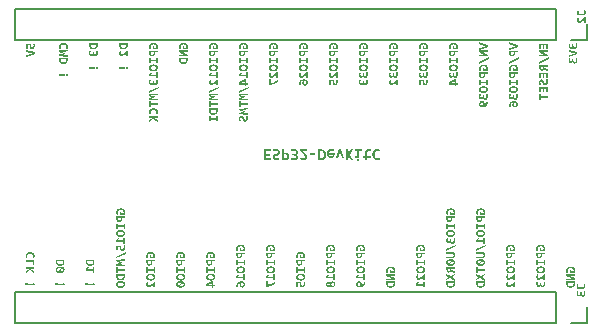
<source format=gbr>
%TF.GenerationSoftware,KiCad,Pcbnew,7.0.8*%
%TF.CreationDate,2023-12-18T21:49:31+05:30*%
%TF.ProjectId,ESP WROOM 32-Devkit V4,45535020-5752-44f4-9f4d-2033322d4465,rev?*%
%TF.SameCoordinates,Original*%
%TF.FileFunction,Legend,Bot*%
%TF.FilePolarity,Positive*%
%FSLAX46Y46*%
G04 Gerber Fmt 4.6, Leading zero omitted, Abs format (unit mm)*
G04 Created by KiCad (PCBNEW 7.0.8) date 2023-12-18 21:49:31*
%MOMM*%
%LPD*%
G01*
G04 APERTURE LIST*
%ADD10C,0.150000*%
%ADD11C,0.160000*%
G04 APERTURE END LIST*
D10*
G36*
X124060594Y-91552630D02*
G01*
X123948047Y-91552630D01*
X123948047Y-91808206D01*
X124328479Y-91808206D01*
X124332661Y-91798898D01*
X124336633Y-91789510D01*
X124340396Y-91780044D01*
X124343949Y-91770498D01*
X124347293Y-91760874D01*
X124350427Y-91751170D01*
X124353352Y-91741388D01*
X124356067Y-91731526D01*
X124358572Y-91721586D01*
X124360868Y-91711566D01*
X124362283Y-91704842D01*
X124364238Y-91694683D01*
X124366001Y-91684356D01*
X124367572Y-91673860D01*
X124368950Y-91663196D01*
X124370137Y-91652364D01*
X124371130Y-91641363D01*
X124371932Y-91630194D01*
X124372541Y-91618857D01*
X124372958Y-91607351D01*
X124373182Y-91595677D01*
X124373225Y-91587801D01*
X124373135Y-91578529D01*
X124372868Y-91569373D01*
X124372421Y-91560333D01*
X124371796Y-91551409D01*
X124370992Y-91542601D01*
X124370010Y-91533909D01*
X124368849Y-91525333D01*
X124367509Y-91516873D01*
X124365991Y-91508529D01*
X124364295Y-91500301D01*
X124362419Y-91492189D01*
X124360365Y-91484193D01*
X124358133Y-91476314D01*
X124355722Y-91468550D01*
X124353132Y-91460902D01*
X124350364Y-91453370D01*
X124347395Y-91445990D01*
X124344254Y-91438749D01*
X124340941Y-91431647D01*
X124335648Y-91421254D01*
X124329966Y-91411174D01*
X124323897Y-91401406D01*
X124317439Y-91391951D01*
X124310593Y-91382809D01*
X124303359Y-91373979D01*
X124295737Y-91365462D01*
X124287727Y-91357257D01*
X124282171Y-91351960D01*
X124273481Y-91344327D01*
X124264409Y-91337033D01*
X124254956Y-91330080D01*
X124248443Y-91325633D01*
X124241760Y-91321338D01*
X124234907Y-91317193D01*
X124227885Y-91313200D01*
X124220694Y-91309357D01*
X124213333Y-91305666D01*
X124205803Y-91302126D01*
X124198103Y-91298737D01*
X124190234Y-91295500D01*
X124182195Y-91292413D01*
X124173987Y-91289478D01*
X124169819Y-91288066D01*
X124161334Y-91285369D01*
X124152683Y-91282846D01*
X124143865Y-91280496D01*
X124134880Y-91278321D01*
X124125730Y-91276320D01*
X124116413Y-91274493D01*
X124106929Y-91272839D01*
X124097279Y-91271360D01*
X124087463Y-91270055D01*
X124077480Y-91268924D01*
X124067331Y-91267967D01*
X124057016Y-91267184D01*
X124046534Y-91266575D01*
X124035886Y-91266140D01*
X124025071Y-91265879D01*
X124014090Y-91265792D01*
X124003050Y-91265882D01*
X123992154Y-91266155D01*
X123981403Y-91266609D01*
X123970798Y-91267245D01*
X123960338Y-91268062D01*
X123950022Y-91269061D01*
X123939852Y-91270242D01*
X123929826Y-91271605D01*
X123919946Y-91273149D01*
X123910211Y-91274874D01*
X123900620Y-91276782D01*
X123891175Y-91278871D01*
X123881875Y-91281141D01*
X123872719Y-91283594D01*
X123863709Y-91286228D01*
X123854844Y-91289043D01*
X123846112Y-91292058D01*
X123837551Y-91295238D01*
X123829162Y-91298585D01*
X123820943Y-91302098D01*
X123812895Y-91305778D01*
X123805018Y-91309624D01*
X123797312Y-91313636D01*
X123789777Y-91317815D01*
X123782413Y-91322161D01*
X123775221Y-91326672D01*
X123768199Y-91331350D01*
X123761348Y-91336195D01*
X123754668Y-91341205D01*
X123748158Y-91346383D01*
X123741820Y-91351726D01*
X123735653Y-91357236D01*
X123729638Y-91362932D01*
X123723804Y-91368786D01*
X123718152Y-91374796D01*
X123712682Y-91380964D01*
X123707394Y-91387289D01*
X123702287Y-91393772D01*
X123697361Y-91400411D01*
X123692618Y-91407208D01*
X123688056Y-91414162D01*
X123683675Y-91421273D01*
X123679477Y-91428542D01*
X123675460Y-91435968D01*
X123671624Y-91443551D01*
X123667970Y-91451291D01*
X123664498Y-91459188D01*
X123661208Y-91467243D01*
X123658085Y-91475449D01*
X123655163Y-91483800D01*
X123652443Y-91492295D01*
X123649924Y-91500936D01*
X123647607Y-91509722D01*
X123645491Y-91518653D01*
X123643577Y-91527729D01*
X123641864Y-91536950D01*
X123640353Y-91546316D01*
X123639043Y-91555827D01*
X123637935Y-91565483D01*
X123637028Y-91575284D01*
X123636323Y-91585230D01*
X123635819Y-91595321D01*
X123635517Y-91605557D01*
X123635416Y-91615938D01*
X123635476Y-91625185D01*
X123635656Y-91634387D01*
X123635957Y-91643544D01*
X123636378Y-91652657D01*
X123636919Y-91661725D01*
X123637580Y-91670748D01*
X123638361Y-91679727D01*
X123639263Y-91688661D01*
X123640285Y-91697551D01*
X123641427Y-91706396D01*
X123642255Y-91712267D01*
X123643577Y-91721093D01*
X123644977Y-91729912D01*
X123646457Y-91738725D01*
X123648016Y-91747530D01*
X123649654Y-91756328D01*
X123651370Y-91765120D01*
X123653166Y-91773905D01*
X123655041Y-91782683D01*
X123656995Y-91791454D01*
X123659027Y-91800218D01*
X123660426Y-91806057D01*
X123797984Y-91806057D01*
X123794958Y-91798361D01*
X123792035Y-91790514D01*
X123789215Y-91782516D01*
X123786498Y-91774366D01*
X123783885Y-91766066D01*
X123781374Y-91757614D01*
X123778966Y-91749012D01*
X123776662Y-91740258D01*
X123774460Y-91731353D01*
X123772361Y-91722297D01*
X123771020Y-91716175D01*
X123769134Y-91706936D01*
X123767434Y-91697683D01*
X123765919Y-91688416D01*
X123764590Y-91679136D01*
X123763446Y-91669842D01*
X123762488Y-91660534D01*
X123761715Y-91651212D01*
X123761128Y-91641877D01*
X123760726Y-91632528D01*
X123760509Y-91623165D01*
X123760468Y-91616915D01*
X123760619Y-91607564D01*
X123761073Y-91598416D01*
X123761828Y-91589470D01*
X123762886Y-91580727D01*
X123764246Y-91572187D01*
X123765909Y-91563849D01*
X123767873Y-91555714D01*
X123770140Y-91547782D01*
X123772709Y-91540052D01*
X123775581Y-91532525D01*
X123777663Y-91527620D01*
X123780979Y-91520476D01*
X123785801Y-91511292D01*
X123791082Y-91502500D01*
X123796820Y-91494098D01*
X123803016Y-91486086D01*
X123809670Y-91478466D01*
X123816782Y-91471236D01*
X123824352Y-91464398D01*
X123826316Y-91462749D01*
X123834410Y-91456448D01*
X123842961Y-91450537D01*
X123849675Y-91446360D01*
X123856647Y-91442404D01*
X123863877Y-91438667D01*
X123871364Y-91435150D01*
X123879108Y-91431852D01*
X123887110Y-91428775D01*
X123895370Y-91425917D01*
X123903888Y-91423279D01*
X123912600Y-91420870D01*
X123921519Y-91418697D01*
X123930644Y-91416762D01*
X123939975Y-91415064D01*
X123949511Y-91413602D01*
X123959254Y-91412378D01*
X123969204Y-91411390D01*
X123979359Y-91410640D01*
X123989720Y-91410126D01*
X124000287Y-91409850D01*
X124007447Y-91409797D01*
X124017792Y-91409888D01*
X124027945Y-91410161D01*
X124037905Y-91410616D01*
X124047673Y-91411253D01*
X124057249Y-91412073D01*
X124066633Y-91413074D01*
X124075824Y-91414257D01*
X124084823Y-91415622D01*
X124093629Y-91417170D01*
X124102243Y-91418899D01*
X124107879Y-91420153D01*
X124116116Y-91422243D01*
X124124118Y-91424556D01*
X124131888Y-91427093D01*
X124139423Y-91429853D01*
X124146725Y-91432836D01*
X124156098Y-91437160D01*
X124165056Y-91441882D01*
X124173598Y-91447000D01*
X124181725Y-91452515D01*
X124183692Y-91453956D01*
X124191279Y-91460026D01*
X124198408Y-91466510D01*
X124205079Y-91473410D01*
X124211292Y-91480725D01*
X124217047Y-91488456D01*
X124222344Y-91496601D01*
X124227183Y-91505162D01*
X124231564Y-91514138D01*
X124235457Y-91523617D01*
X124238035Y-91531052D01*
X124240322Y-91538764D01*
X124242317Y-91546755D01*
X124244020Y-91555024D01*
X124245431Y-91563571D01*
X124246550Y-91572396D01*
X124247378Y-91581500D01*
X124247913Y-91590882D01*
X124248156Y-91600542D01*
X124248172Y-91603824D01*
X124248080Y-91612140D01*
X124247769Y-91620264D01*
X124247391Y-91625708D01*
X124246557Y-91633690D01*
X124245332Y-91641744D01*
X124245046Y-91643293D01*
X124243452Y-91650955D01*
X124241467Y-91658655D01*
X124241334Y-91659120D01*
X124239087Y-91666741D01*
X124236803Y-91674240D01*
X124236644Y-91674752D01*
X124060594Y-91674752D01*
X124060594Y-91552630D01*
G37*
G36*
X124360720Y-92065540D02*
G01*
X124135625Y-92065540D01*
X124135625Y-92134319D01*
X124135550Y-92143312D01*
X124135326Y-92152167D01*
X124134952Y-92160885D01*
X124134429Y-92169466D01*
X124133755Y-92177909D01*
X124132933Y-92186215D01*
X124131960Y-92194383D01*
X124130838Y-92202414D01*
X124129567Y-92210308D01*
X124128145Y-92218064D01*
X124125733Y-92229441D01*
X124122984Y-92240508D01*
X124119899Y-92251267D01*
X124116477Y-92261716D01*
X124113999Y-92268532D01*
X124110060Y-92278487D01*
X124105852Y-92288119D01*
X124101377Y-92297428D01*
X124096633Y-92306414D01*
X124091622Y-92315078D01*
X124086343Y-92323418D01*
X124080796Y-92331436D01*
X124074981Y-92339130D01*
X124068899Y-92346502D01*
X124062548Y-92353551D01*
X124058151Y-92358096D01*
X124051369Y-92364644D01*
X124044364Y-92370868D01*
X124037136Y-92376770D01*
X124029684Y-92382349D01*
X124022009Y-92387605D01*
X124014111Y-92392539D01*
X124005990Y-92397149D01*
X123997646Y-92401437D01*
X123989078Y-92405402D01*
X123980287Y-92409043D01*
X123974318Y-92411315D01*
X123965239Y-92414447D01*
X123956009Y-92417250D01*
X123946628Y-92419723D01*
X123937096Y-92421866D01*
X123927412Y-92423680D01*
X123917577Y-92425163D01*
X123907592Y-92426318D01*
X123897455Y-92427142D01*
X123887167Y-92427636D01*
X123876728Y-92427801D01*
X123869889Y-92427727D01*
X123859814Y-92427339D01*
X123849959Y-92426617D01*
X123840323Y-92425562D01*
X123830908Y-92424174D01*
X123821712Y-92422452D01*
X123812736Y-92420398D01*
X123803980Y-92418010D01*
X123795444Y-92415289D01*
X123787127Y-92412235D01*
X123779031Y-92408848D01*
X123773759Y-92406410D01*
X123766049Y-92402496D01*
X123758575Y-92398272D01*
X123751339Y-92393740D01*
X123744340Y-92388898D01*
X123737578Y-92383747D01*
X123731052Y-92378287D01*
X123724764Y-92372518D01*
X123718713Y-92366440D01*
X123712898Y-92360053D01*
X123707321Y-92353356D01*
X123703737Y-92348722D01*
X123698566Y-92341518D01*
X123693643Y-92334012D01*
X123688968Y-92326204D01*
X123684539Y-92318094D01*
X123680358Y-92309681D01*
X123676424Y-92300966D01*
X123672738Y-92291949D01*
X123669299Y-92282629D01*
X123666107Y-92273008D01*
X123663162Y-92263084D01*
X123662224Y-92259722D01*
X123659590Y-92249446D01*
X123657223Y-92238885D01*
X123655125Y-92228039D01*
X123653294Y-92216908D01*
X123651731Y-92205491D01*
X123650838Y-92197722D01*
X123650064Y-92189826D01*
X123649410Y-92181804D01*
X123648874Y-92173654D01*
X123648457Y-92165378D01*
X123648159Y-92156976D01*
X123647981Y-92148446D01*
X123647921Y-92139790D01*
X123647921Y-92065540D01*
X123760468Y-92065540D01*
X123760468Y-92136468D01*
X123760503Y-92141239D01*
X123760777Y-92150532D01*
X123761327Y-92159496D01*
X123762151Y-92168130D01*
X123763250Y-92176434D01*
X123764624Y-92184409D01*
X123766728Y-92193913D01*
X123769261Y-92202903D01*
X123769818Y-92204652D01*
X123772826Y-92213110D01*
X123776206Y-92221092D01*
X123779959Y-92228597D01*
X123784083Y-92235625D01*
X123788580Y-92242175D01*
X123794467Y-92249406D01*
X123796546Y-92251666D01*
X123803113Y-92258004D01*
X123810175Y-92263682D01*
X123817731Y-92268702D01*
X123825782Y-92273061D01*
X123834327Y-92276762D01*
X123837254Y-92277874D01*
X123844752Y-92280340D01*
X123852508Y-92282358D01*
X123860521Y-92283927D01*
X123868792Y-92285048D01*
X123877321Y-92285721D01*
X123886107Y-92285945D01*
X123889968Y-92285908D01*
X123899428Y-92285487D01*
X123908611Y-92284599D01*
X123917517Y-92283243D01*
X123926147Y-92281420D01*
X123934500Y-92279129D01*
X123942576Y-92276371D01*
X123945699Y-92275139D01*
X123953267Y-92271752D01*
X123960491Y-92267926D01*
X123967372Y-92263661D01*
X123973909Y-92258958D01*
X123980103Y-92253815D01*
X123985953Y-92248234D01*
X123988167Y-92245905D01*
X123993416Y-92239787D01*
X123998254Y-92233250D01*
X124002682Y-92226293D01*
X124006699Y-92218916D01*
X124010307Y-92211119D01*
X124013504Y-92202903D01*
X124014093Y-92201209D01*
X124016758Y-92192502D01*
X124018955Y-92183395D01*
X124020685Y-92173886D01*
X124021732Y-92165991D01*
X124022480Y-92157840D01*
X124022929Y-92149432D01*
X124023078Y-92140767D01*
X124023078Y-92065540D01*
X123760468Y-92065540D01*
X123647921Y-92065540D01*
X123647921Y-91929351D01*
X124360720Y-91929351D01*
X124360720Y-92065540D01*
G37*
G36*
X123760468Y-92552658D02*
G01*
X123647921Y-92552658D01*
X123647921Y-93006559D01*
X123760468Y-93006559D01*
X123760468Y-92848290D01*
X124248172Y-92848290D01*
X124248172Y-93006559D01*
X124360720Y-93006559D01*
X124360720Y-92552658D01*
X124248172Y-92552658D01*
X124248172Y-92710928D01*
X123760468Y-92710928D01*
X123760468Y-92552658D01*
G37*
G36*
X124018709Y-93105694D02*
G01*
X124029610Y-93105903D01*
X124040346Y-93106251D01*
X124050916Y-93106738D01*
X124061320Y-93107365D01*
X124071559Y-93108131D01*
X124081632Y-93109037D01*
X124091539Y-93110081D01*
X124101281Y-93111266D01*
X124110858Y-93112589D01*
X124120268Y-93114051D01*
X124129513Y-93115653D01*
X124138592Y-93117394D01*
X124147506Y-93119275D01*
X124156254Y-93121295D01*
X124164837Y-93123454D01*
X124173254Y-93125752D01*
X124181505Y-93128190D01*
X124189590Y-93130767D01*
X124197510Y-93133483D01*
X124205265Y-93136339D01*
X124212853Y-93139333D01*
X124220276Y-93142468D01*
X124227534Y-93145741D01*
X124241552Y-93152706D01*
X124254907Y-93160228D01*
X124267600Y-93168307D01*
X124279631Y-93176943D01*
X124285389Y-93181481D01*
X124296357Y-93190970D01*
X124306594Y-93201009D01*
X124316100Y-93211596D01*
X124324874Y-93222734D01*
X124332917Y-93234421D01*
X124340229Y-93246658D01*
X124346810Y-93259444D01*
X124352660Y-93272779D01*
X124357778Y-93286664D01*
X124362165Y-93301099D01*
X124365821Y-93316084D01*
X124367375Y-93323782D01*
X124368746Y-93331617D01*
X124369934Y-93339590D01*
X124370940Y-93347701D01*
X124371762Y-93355949D01*
X124372402Y-93364334D01*
X124372859Y-93372856D01*
X124373133Y-93381516D01*
X124373225Y-93390314D01*
X124373140Y-93397905D01*
X124372695Y-93409183D01*
X124371869Y-93420331D01*
X124370662Y-93431348D01*
X124369073Y-93442235D01*
X124367104Y-93452991D01*
X124364753Y-93463617D01*
X124362020Y-93474112D01*
X124358907Y-93484477D01*
X124355412Y-93494711D01*
X124351536Y-93504815D01*
X124348709Y-93511477D01*
X124344125Y-93521268D01*
X124339128Y-93530814D01*
X124333720Y-93540117D01*
X124327899Y-93549176D01*
X124321667Y-93557991D01*
X124315022Y-93566562D01*
X124307965Y-93574890D01*
X124300495Y-93582973D01*
X124292614Y-93590813D01*
X124284320Y-93598408D01*
X124278556Y-93603324D01*
X124269544Y-93610445D01*
X124260091Y-93617264D01*
X124253546Y-93621642D01*
X124246805Y-93625886D01*
X124239868Y-93629995D01*
X124232736Y-93633970D01*
X124225409Y-93637811D01*
X124217886Y-93641517D01*
X124210168Y-93645089D01*
X124202255Y-93648527D01*
X124194146Y-93651830D01*
X124185842Y-93655000D01*
X124177342Y-93658034D01*
X124168647Y-93660935D01*
X124159726Y-93663703D01*
X124150597Y-93666293D01*
X124141261Y-93668704D01*
X124131717Y-93670936D01*
X124121966Y-93672990D01*
X124112007Y-93674866D01*
X124101840Y-93676562D01*
X124091466Y-93678080D01*
X124080884Y-93679420D01*
X124070095Y-93680581D01*
X124059098Y-93681563D01*
X124047893Y-93682367D01*
X124036481Y-93682992D01*
X124024861Y-93683439D01*
X124013034Y-93683706D01*
X124000999Y-93683796D01*
X123989896Y-93683726D01*
X123978961Y-93683516D01*
X123968194Y-93683167D01*
X123957594Y-93682678D01*
X123947161Y-93682050D01*
X123936896Y-93681282D01*
X123926799Y-93680374D01*
X123916869Y-93679326D01*
X123907107Y-93678139D01*
X123897512Y-93676812D01*
X123888085Y-93675345D01*
X123878825Y-93673739D01*
X123869733Y-93671993D01*
X123860809Y-93670107D01*
X123852052Y-93668082D01*
X123843462Y-93665917D01*
X123835040Y-93663612D01*
X123826786Y-93661168D01*
X123818699Y-93658584D01*
X123810779Y-93655860D01*
X123803027Y-93652997D01*
X123795443Y-93649994D01*
X123788026Y-93646851D01*
X123780777Y-93643569D01*
X123766781Y-93636585D01*
X123753455Y-93629043D01*
X123740800Y-93620941D01*
X123728814Y-93612281D01*
X123723068Y-93607755D01*
X123712123Y-93598289D01*
X123701908Y-93588272D01*
X123692422Y-93577704D01*
X123683666Y-93566585D01*
X123675639Y-93554915D01*
X123668343Y-93542693D01*
X123661775Y-93529921D01*
X123655938Y-93516598D01*
X123650830Y-93502723D01*
X123646452Y-93488297D01*
X123642804Y-93473321D01*
X123641253Y-93465626D01*
X123639885Y-93457793D01*
X123638699Y-93449823D01*
X123637696Y-93441714D01*
X123636875Y-93433468D01*
X123636237Y-93425084D01*
X123635781Y-93416563D01*
X123635507Y-93407903D01*
X123635416Y-93399106D01*
X123635466Y-93394612D01*
X123760468Y-93394612D01*
X123760708Y-93404209D01*
X123761427Y-93413462D01*
X123762625Y-93422369D01*
X123764303Y-93430931D01*
X123766460Y-93439148D01*
X123769096Y-93447021D01*
X123772212Y-93454548D01*
X123775807Y-93461730D01*
X123779881Y-93468567D01*
X123784435Y-93475060D01*
X123789468Y-93481207D01*
X123794980Y-93487009D01*
X123800971Y-93492467D01*
X123807442Y-93497579D01*
X123814393Y-93502346D01*
X123821822Y-93506769D01*
X123829714Y-93510909D01*
X123838101Y-93514783D01*
X123846982Y-93518389D01*
X123856358Y-93521728D01*
X123866228Y-93524801D01*
X123876594Y-93527605D01*
X123887453Y-93530143D01*
X123898807Y-93532414D01*
X123910656Y-93534418D01*
X123923000Y-93536154D01*
X123935838Y-93537623D01*
X123949170Y-93538825D01*
X123962998Y-93539760D01*
X123977319Y-93540428D01*
X123992136Y-93540829D01*
X124007447Y-93540963D01*
X124014650Y-93540930D01*
X124025262Y-93540762D01*
X124035644Y-93540450D01*
X124045797Y-93539993D01*
X124055719Y-93539392D01*
X124065411Y-93538646D01*
X124074873Y-93537757D01*
X124084105Y-93536723D01*
X124093106Y-93535545D01*
X124101878Y-93534223D01*
X124110419Y-93532756D01*
X124118686Y-93531133D01*
X124126704Y-93529342D01*
X124134476Y-93527382D01*
X124142000Y-93525255D01*
X124151648Y-93522156D01*
X124160856Y-93518758D01*
X124169624Y-93515061D01*
X124177953Y-93511064D01*
X124185842Y-93506769D01*
X124193279Y-93502213D01*
X124200252Y-93497341D01*
X124206761Y-93492151D01*
X124212806Y-93486643D01*
X124218387Y-93480818D01*
X124223504Y-93474675D01*
X124228157Y-93468215D01*
X124232345Y-93461437D01*
X124236055Y-93454323D01*
X124239270Y-93446856D01*
X124241990Y-93439034D01*
X124244216Y-93430858D01*
X124245947Y-93422328D01*
X124247183Y-93413443D01*
X124247925Y-93404205D01*
X124248172Y-93394612D01*
X124247933Y-93385108D01*
X124247217Y-93375940D01*
X124246022Y-93367107D01*
X124244350Y-93358611D01*
X124242200Y-93350450D01*
X124239572Y-93342625D01*
X124236466Y-93335136D01*
X124232883Y-93327983D01*
X124228821Y-93321165D01*
X124224282Y-93314684D01*
X124219265Y-93308538D01*
X124213771Y-93302728D01*
X124207798Y-93297254D01*
X124201348Y-93292116D01*
X124194420Y-93287313D01*
X124187014Y-93282847D01*
X124179098Y-93278682D01*
X124170689Y-93274787D01*
X124161788Y-93271160D01*
X124152393Y-93267801D01*
X124142505Y-93264712D01*
X124132123Y-93261891D01*
X124121249Y-93259338D01*
X124109882Y-93257055D01*
X124098022Y-93255040D01*
X124085668Y-93253293D01*
X124072822Y-93251816D01*
X124059483Y-93250607D01*
X124045650Y-93249666D01*
X124031324Y-93248995D01*
X124016506Y-93248592D01*
X124001194Y-93248457D01*
X123993992Y-93248489D01*
X123983383Y-93248658D01*
X123973008Y-93248970D01*
X123962867Y-93249427D01*
X123952959Y-93250028D01*
X123943285Y-93250773D01*
X123933844Y-93251663D01*
X123924637Y-93252697D01*
X123915663Y-93253875D01*
X123906923Y-93255197D01*
X123898417Y-93256664D01*
X123890116Y-93258287D01*
X123882065Y-93260078D01*
X123874266Y-93262037D01*
X123866717Y-93264165D01*
X123857042Y-93267264D01*
X123847813Y-93270662D01*
X123839029Y-93274359D01*
X123830691Y-93278356D01*
X123822799Y-93282651D01*
X123815362Y-93287295D01*
X123808389Y-93292238D01*
X123801880Y-93297480D01*
X123795835Y-93303021D01*
X123790254Y-93308862D01*
X123785137Y-93315001D01*
X123780484Y-93321440D01*
X123776295Y-93328178D01*
X123772586Y-93335243D01*
X123769371Y-93342662D01*
X123766651Y-93350435D01*
X123764425Y-93358562D01*
X123762694Y-93367043D01*
X123761457Y-93375879D01*
X123760716Y-93385068D01*
X123760468Y-93394612D01*
X123635466Y-93394612D01*
X123635501Y-93391514D01*
X123635950Y-93380232D01*
X123636784Y-93369077D01*
X123638002Y-93358048D01*
X123639605Y-93347147D01*
X123641592Y-93336373D01*
X123643964Y-93325727D01*
X123646721Y-93315207D01*
X123649863Y-93304814D01*
X123653389Y-93294548D01*
X123657300Y-93284410D01*
X123660104Y-93277771D01*
X123664655Y-93268013D01*
X123669622Y-93258496D01*
X123675005Y-93249219D01*
X123680803Y-93240182D01*
X123687017Y-93231386D01*
X123693646Y-93222830D01*
X123700692Y-93214515D01*
X123708152Y-93206440D01*
X123716028Y-93198605D01*
X123724320Y-93191011D01*
X123730085Y-93186095D01*
X123739102Y-93178970D01*
X123748561Y-93172144D01*
X123755114Y-93167759D01*
X123761864Y-93163507D01*
X123768810Y-93159387D01*
X123775953Y-93155401D01*
X123783294Y-93151547D01*
X123790831Y-93147826D01*
X123798565Y-93144238D01*
X123806496Y-93140783D01*
X123814624Y-93137460D01*
X123822949Y-93134271D01*
X123831470Y-93131214D01*
X123840189Y-93128290D01*
X123849086Y-93125545D01*
X123858193Y-93122978D01*
X123867508Y-93120587D01*
X123877033Y-93118374D01*
X123886767Y-93116337D01*
X123896710Y-93114478D01*
X123906862Y-93112796D01*
X123917223Y-93111290D01*
X123927794Y-93109962D01*
X123938573Y-93108811D01*
X123949562Y-93107838D01*
X123960760Y-93107041D01*
X123972167Y-93106421D01*
X123983783Y-93105978D01*
X123995608Y-93105713D01*
X124007642Y-93105624D01*
X124018709Y-93105694D01*
G37*
G36*
X124360720Y-93771332D02*
G01*
X124260482Y-93771332D01*
X124093811Y-93941130D01*
X124087927Y-93947039D01*
X124082145Y-93952799D01*
X124076466Y-93958409D01*
X124068139Y-93966543D01*
X124060041Y-93974341D01*
X124052174Y-93981802D01*
X124044537Y-93988927D01*
X124037130Y-93995715D01*
X124029954Y-94002166D01*
X124023007Y-94008281D01*
X124016291Y-94014059D01*
X124011941Y-94017725D01*
X124005558Y-94023030D01*
X123999306Y-94028102D01*
X123991172Y-94034501D01*
X123983271Y-94040485D01*
X123975602Y-94046054D01*
X123968165Y-94051207D01*
X123960960Y-94055946D01*
X123953986Y-94060269D01*
X123950587Y-94062274D01*
X123942204Y-94066897D01*
X123934032Y-94070995D01*
X123926069Y-94074568D01*
X123918316Y-94077616D01*
X123910773Y-94080139D01*
X123901999Y-94082475D01*
X123900566Y-94082791D01*
X123891931Y-94084517D01*
X123883173Y-94085887D01*
X123874291Y-94086899D01*
X123865285Y-94087554D01*
X123856156Y-94087851D01*
X123853085Y-94087871D01*
X123844963Y-94087553D01*
X123837009Y-94086600D01*
X123829223Y-94085010D01*
X123821605Y-94082785D01*
X123817328Y-94081228D01*
X123810039Y-94078031D01*
X123802281Y-94073669D01*
X123795134Y-94068549D01*
X123788598Y-94062672D01*
X123787823Y-94061884D01*
X123781888Y-94055204D01*
X123777216Y-94048657D01*
X123773030Y-94041457D01*
X123769330Y-94033601D01*
X123767893Y-94030034D01*
X123765000Y-94021395D01*
X123763086Y-94013573D01*
X123761694Y-94005367D01*
X123760824Y-93996775D01*
X123760476Y-93987799D01*
X123760468Y-93986266D01*
X123760618Y-93978369D01*
X123761282Y-93968006D01*
X123762477Y-93957831D01*
X123764203Y-93947846D01*
X123766461Y-93938051D01*
X123769250Y-93928444D01*
X123772570Y-93919027D01*
X123776422Y-93909800D01*
X123777468Y-93907522D01*
X123781898Y-93898543D01*
X123786688Y-93889680D01*
X123791838Y-93880933D01*
X123797349Y-93872302D01*
X123803220Y-93863787D01*
X123807860Y-93857477D01*
X123812702Y-93851233D01*
X123817747Y-93845053D01*
X123822994Y-93838939D01*
X123731355Y-93768011D01*
X123725976Y-93773894D01*
X123720733Y-93779869D01*
X123715626Y-93785935D01*
X123710655Y-93792093D01*
X123705820Y-93798343D01*
X123701120Y-93804684D01*
X123696557Y-93811116D01*
X123692129Y-93817641D01*
X123687837Y-93824257D01*
X123683681Y-93830964D01*
X123679661Y-93837763D01*
X123675777Y-93844654D01*
X123672029Y-93851636D01*
X123668416Y-93858710D01*
X123664940Y-93865876D01*
X123661599Y-93873133D01*
X123658428Y-93880497D01*
X123655462Y-93887937D01*
X123652701Y-93895451D01*
X123650144Y-93903040D01*
X123647791Y-93910704D01*
X123645644Y-93918443D01*
X123643700Y-93926256D01*
X123641962Y-93934145D01*
X123640427Y-93942108D01*
X123639098Y-93950146D01*
X123637973Y-93958258D01*
X123637052Y-93966446D01*
X123636336Y-93974708D01*
X123635825Y-93983045D01*
X123635518Y-93991457D01*
X123635416Y-93999944D01*
X123635534Y-94009748D01*
X123635890Y-94019377D01*
X123636482Y-94028831D01*
X123637312Y-94038110D01*
X123638378Y-94047213D01*
X123639682Y-94056142D01*
X123641222Y-94064895D01*
X123643000Y-94073473D01*
X123645014Y-94081876D01*
X123647266Y-94090104D01*
X123648898Y-94095491D01*
X123651503Y-94103407D01*
X123654334Y-94111105D01*
X123657392Y-94118588D01*
X123660677Y-94125854D01*
X123664188Y-94132904D01*
X123669223Y-94141966D01*
X123674660Y-94150645D01*
X123680500Y-94158938D01*
X123686744Y-94166847D01*
X123688368Y-94168764D01*
X123695118Y-94176171D01*
X123702277Y-94183150D01*
X123709846Y-94189702D01*
X123717823Y-94195826D01*
X123726210Y-94201523D01*
X123735006Y-94206793D01*
X123744211Y-94211635D01*
X123751383Y-94214986D01*
X123753825Y-94216050D01*
X123761295Y-94219053D01*
X123768979Y-94221760D01*
X123776875Y-94224173D01*
X123784984Y-94226290D01*
X123793306Y-94228111D01*
X123801841Y-94229637D01*
X123810590Y-94230868D01*
X123819551Y-94231803D01*
X123828725Y-94232443D01*
X123838112Y-94232788D01*
X123844488Y-94232854D01*
X123852425Y-94232752D01*
X123860262Y-94232448D01*
X123870557Y-94231728D01*
X123880675Y-94230647D01*
X123890615Y-94229206D01*
X123900379Y-94227405D01*
X123909966Y-94225243D01*
X123919375Y-94222721D01*
X123924013Y-94221325D01*
X123933169Y-94218278D01*
X123942270Y-94214902D01*
X123951317Y-94211195D01*
X123960308Y-94207159D01*
X123969244Y-94202793D01*
X123978125Y-94198098D01*
X123986952Y-94193073D01*
X123995723Y-94187718D01*
X124004421Y-94182085D01*
X124010949Y-94177648D01*
X124017480Y-94173029D01*
X124024014Y-94168228D01*
X124030552Y-94163244D01*
X124037093Y-94158079D01*
X124043638Y-94152732D01*
X124050186Y-94147203D01*
X124056738Y-94141492D01*
X124063293Y-94135598D01*
X124065479Y-94133593D01*
X124072069Y-94127504D01*
X124078725Y-94121254D01*
X124085446Y-94114842D01*
X124092232Y-94108268D01*
X124099084Y-94101534D01*
X124106001Y-94094637D01*
X124112983Y-94087580D01*
X124120030Y-94080361D01*
X124127143Y-94072980D01*
X124134321Y-94065438D01*
X124139142Y-94060321D01*
X124235667Y-93955980D01*
X124235667Y-94258841D01*
X124360720Y-94258841D01*
X124360720Y-93771332D01*
G37*
G36*
X124064738Y-94369499D02*
G01*
X124074583Y-94369694D01*
X124084266Y-94370018D01*
X124093786Y-94370472D01*
X124103146Y-94371056D01*
X124112343Y-94371770D01*
X124121378Y-94372613D01*
X124130252Y-94373586D01*
X124138964Y-94374689D01*
X124147514Y-94375922D01*
X124155902Y-94377284D01*
X124164128Y-94378777D01*
X124172193Y-94380398D01*
X124180096Y-94382150D01*
X124187837Y-94384032D01*
X124195416Y-94386043D01*
X124210089Y-94390454D01*
X124224114Y-94395385D01*
X124237493Y-94400835D01*
X124250224Y-94406803D01*
X124262308Y-94413291D01*
X124273745Y-94420298D01*
X124284534Y-94427824D01*
X124294676Y-94435868D01*
X124304188Y-94444405D01*
X124313086Y-94453405D01*
X124321370Y-94462869D01*
X124329041Y-94472798D01*
X124336098Y-94483190D01*
X124342542Y-94494047D01*
X124348371Y-94505368D01*
X124353588Y-94517152D01*
X124358190Y-94529401D01*
X124362179Y-94542114D01*
X124365554Y-94555291D01*
X124368315Y-94568932D01*
X124370463Y-94583037D01*
X124371997Y-94597606D01*
X124372918Y-94612639D01*
X124373225Y-94628136D01*
X124373158Y-94635328D01*
X124372810Y-94645976D01*
X124372162Y-94656456D01*
X124371216Y-94666768D01*
X124369971Y-94676911D01*
X124368427Y-94686886D01*
X124366584Y-94696692D01*
X124364443Y-94706330D01*
X124362003Y-94715800D01*
X124359263Y-94725102D01*
X124356225Y-94734235D01*
X124354020Y-94740216D01*
X124350499Y-94748993D01*
X124346724Y-94757536D01*
X124342696Y-94765846D01*
X124338412Y-94773922D01*
X124333875Y-94781764D01*
X124329084Y-94789373D01*
X124324038Y-94796749D01*
X124318739Y-94803890D01*
X124313185Y-94810799D01*
X124307377Y-94817473D01*
X124303347Y-94821786D01*
X124297119Y-94828031D01*
X124290671Y-94834009D01*
X124284003Y-94839718D01*
X124277115Y-94845160D01*
X124270008Y-94850334D01*
X124262680Y-94855239D01*
X124255133Y-94859877D01*
X124247366Y-94864247D01*
X124239380Y-94868349D01*
X124231173Y-94872184D01*
X124225565Y-94874573D01*
X124217003Y-94877869D01*
X124208263Y-94880818D01*
X124199344Y-94883419D01*
X124190247Y-94885674D01*
X124180971Y-94887582D01*
X124171517Y-94889143D01*
X124161884Y-94890357D01*
X124152072Y-94891225D01*
X124142082Y-94891745D01*
X124131913Y-94891919D01*
X124125483Y-94891861D01*
X124115999Y-94891561D01*
X124106707Y-94891003D01*
X124097607Y-94890187D01*
X124088700Y-94889114D01*
X124079985Y-94887783D01*
X124071463Y-94886194D01*
X124063132Y-94884348D01*
X124054995Y-94882244D01*
X124047049Y-94879883D01*
X124039296Y-94877264D01*
X124031710Y-94874421D01*
X124024341Y-94871313D01*
X124017189Y-94867941D01*
X124010252Y-94864304D01*
X124001341Y-94859043D01*
X123992813Y-94853313D01*
X123984671Y-94847112D01*
X123976913Y-94840441D01*
X123969540Y-94833300D01*
X123962573Y-94825744D01*
X123956034Y-94817730D01*
X123951409Y-94811419D01*
X123947026Y-94804850D01*
X123942882Y-94798023D01*
X123938979Y-94790939D01*
X123935317Y-94783598D01*
X123931895Y-94775999D01*
X123928713Y-94768142D01*
X123925772Y-94760027D01*
X123923926Y-94754476D01*
X123921381Y-94745941D01*
X123919104Y-94737154D01*
X123917095Y-94728117D01*
X123915353Y-94718829D01*
X123913880Y-94709290D01*
X123912674Y-94699501D01*
X123911737Y-94689461D01*
X123911067Y-94679170D01*
X123910665Y-94668628D01*
X123910531Y-94657836D01*
X123910696Y-94647877D01*
X123911191Y-94638028D01*
X123911234Y-94637515D01*
X124023078Y-94637515D01*
X124023288Y-94646770D01*
X124023918Y-94655604D01*
X124024967Y-94664019D01*
X124026437Y-94672015D01*
X124028754Y-94681055D01*
X124031676Y-94689490D01*
X124032219Y-94690838D01*
X124035755Y-94698614D01*
X124039757Y-94705855D01*
X124044227Y-94712559D01*
X124049164Y-94718728D01*
X124055514Y-94725247D01*
X124062395Y-94731038D01*
X124069875Y-94736098D01*
X124076763Y-94739856D01*
X124084090Y-94743078D01*
X124091857Y-94745764D01*
X124095886Y-94746951D01*
X124104162Y-94748975D01*
X124112725Y-94750532D01*
X124121578Y-94751622D01*
X124130718Y-94752245D01*
X124138556Y-94752407D01*
X124145273Y-94752279D01*
X124153463Y-94751758D01*
X124161423Y-94750836D01*
X124170674Y-94749201D01*
X124179595Y-94746989D01*
X124188186Y-94744200D01*
X124190948Y-94743147D01*
X124198957Y-94739658D01*
X124206555Y-94735673D01*
X124213740Y-94731195D01*
X124220513Y-94726221D01*
X124226874Y-94720753D01*
X124228873Y-94718847D01*
X124234519Y-94712827D01*
X124239644Y-94706354D01*
X124244246Y-94699428D01*
X124248327Y-94692048D01*
X124251885Y-94684214D01*
X124253946Y-94678811D01*
X124256522Y-94670407D01*
X124258479Y-94661646D01*
X124259819Y-94652529D01*
X124260463Y-94644657D01*
X124260678Y-94636538D01*
X124260636Y-94632708D01*
X124260173Y-94623387D01*
X124259194Y-94614428D01*
X124257700Y-94605832D01*
X124255690Y-94597598D01*
X124253166Y-94589727D01*
X124250126Y-94582219D01*
X124248732Y-94579342D01*
X124244798Y-94572411D01*
X124240225Y-94565851D01*
X124235013Y-94559664D01*
X124229162Y-94553849D01*
X124222671Y-94548406D01*
X124215542Y-94543335D01*
X124210913Y-94540473D01*
X124202658Y-94536008D01*
X124195566Y-94532711D01*
X124188040Y-94529658D01*
X124180081Y-94526849D01*
X124171688Y-94524284D01*
X124162861Y-94521964D01*
X124153602Y-94519888D01*
X124151216Y-94519419D01*
X124141336Y-94517693D01*
X124133574Y-94516554D01*
X124125509Y-94515549D01*
X124117142Y-94514679D01*
X124108473Y-94513942D01*
X124099502Y-94513339D01*
X124090228Y-94512870D01*
X124080652Y-94512535D01*
X124070774Y-94512334D01*
X124060594Y-94512267D01*
X124058354Y-94515942D01*
X124054418Y-94522916D01*
X124050605Y-94530353D01*
X124046916Y-94538255D01*
X124043680Y-94545680D01*
X124040615Y-94553300D01*
X124037721Y-94561116D01*
X124034997Y-94569127D01*
X124032482Y-94577297D01*
X124030210Y-94585589D01*
X124028183Y-94594003D01*
X124026400Y-94602540D01*
X124024947Y-94611247D01*
X124023909Y-94619979D01*
X124023286Y-94628735D01*
X124023078Y-94637515D01*
X123911234Y-94637515D01*
X123912015Y-94628289D01*
X123913169Y-94618660D01*
X123914653Y-94609140D01*
X123916466Y-94599731D01*
X123918609Y-94590431D01*
X123921082Y-94581242D01*
X123923812Y-94572232D01*
X123926724Y-94563473D01*
X123929820Y-94554964D01*
X123933099Y-94546706D01*
X123936561Y-94538698D01*
X123940207Y-94530940D01*
X123944035Y-94523432D01*
X123948047Y-94516175D01*
X123933588Y-94517348D01*
X123928025Y-94517847D01*
X123919887Y-94518727D01*
X123911997Y-94519766D01*
X123901860Y-94521396D01*
X123892164Y-94523307D01*
X123882907Y-94525499D01*
X123874090Y-94527972D01*
X123865713Y-94530726D01*
X123857775Y-94533761D01*
X123850157Y-94537131D01*
X123842839Y-94540893D01*
X123835820Y-94545045D01*
X123829101Y-94549588D01*
X123822680Y-94554521D01*
X123816559Y-94559846D01*
X123810737Y-94565561D01*
X123805214Y-94571667D01*
X123799950Y-94578201D01*
X123795004Y-94585198D01*
X123790376Y-94592660D01*
X123786065Y-94600586D01*
X123782072Y-94608975D01*
X123778396Y-94617829D01*
X123775037Y-94627147D01*
X123771997Y-94636929D01*
X123770601Y-94642035D01*
X123768675Y-94649975D01*
X123766953Y-94658251D01*
X123765433Y-94666864D01*
X123764116Y-94675814D01*
X123763001Y-94685100D01*
X123762089Y-94694723D01*
X123761380Y-94704682D01*
X123760874Y-94714978D01*
X123760570Y-94725611D01*
X123760468Y-94736580D01*
X123760468Y-94832128D01*
X123647921Y-94832128D01*
X123647921Y-94750258D01*
X123647975Y-94740780D01*
X123648138Y-94731448D01*
X123648409Y-94722261D01*
X123648788Y-94713218D01*
X123649276Y-94704321D01*
X123649872Y-94695569D01*
X123650577Y-94686961D01*
X123651389Y-94678499D01*
X123652311Y-94670182D01*
X123653340Y-94662010D01*
X123654478Y-94653983D01*
X123655725Y-94646100D01*
X123657080Y-94638363D01*
X123659315Y-94627029D01*
X123661794Y-94616022D01*
X123663573Y-94608876D01*
X123666411Y-94598381D01*
X123669451Y-94588154D01*
X123672694Y-94578194D01*
X123676140Y-94568503D01*
X123679788Y-94559079D01*
X123683639Y-94549924D01*
X123687692Y-94541036D01*
X123691948Y-94532416D01*
X123696407Y-94524064D01*
X123701068Y-94515980D01*
X123704287Y-94510759D01*
X123709278Y-94503130D01*
X123714465Y-94495744D01*
X123719848Y-94488603D01*
X123725426Y-94481706D01*
X123731201Y-94475052D01*
X123737171Y-94468643D01*
X123743336Y-94462477D01*
X123749698Y-94456555D01*
X123756255Y-94450877D01*
X123763008Y-94445443D01*
X123767609Y-94441970D01*
X123774632Y-94436927D01*
X123781803Y-94432083D01*
X123789122Y-94427438D01*
X123796588Y-94422992D01*
X123804202Y-94418746D01*
X123811964Y-94414699D01*
X123819873Y-94410851D01*
X123827930Y-94407202D01*
X123836135Y-94403752D01*
X123844488Y-94400502D01*
X123850138Y-94398439D01*
X123858737Y-94395484D01*
X123867483Y-94392698D01*
X123876377Y-94390081D01*
X123885419Y-94387631D01*
X123894609Y-94385350D01*
X123903946Y-94383237D01*
X123913431Y-94381292D01*
X123923063Y-94379516D01*
X123932843Y-94377908D01*
X123942771Y-94376468D01*
X123949437Y-94375617D01*
X123959518Y-94374442D01*
X123969699Y-94373391D01*
X123979979Y-94372464D01*
X123990360Y-94371660D01*
X124000839Y-94370980D01*
X124011419Y-94370423D01*
X124022098Y-94369991D01*
X124032876Y-94369682D01*
X124043754Y-94369496D01*
X124054732Y-94369434D01*
X124064738Y-94369499D01*
G37*
G36*
X103762000Y-109799379D02*
G01*
X103761899Y-109811145D01*
X103761596Y-109822701D01*
X103761093Y-109834049D01*
X103760387Y-109845187D01*
X103759481Y-109856116D01*
X103758372Y-109866836D01*
X103757063Y-109877347D01*
X103755551Y-109887649D01*
X103753839Y-109897741D01*
X103751924Y-109907625D01*
X103749809Y-109917299D01*
X103747491Y-109926764D01*
X103744973Y-109936020D01*
X103742252Y-109945067D01*
X103739331Y-109953905D01*
X103736207Y-109962533D01*
X103732874Y-109970961D01*
X103729372Y-109979197D01*
X103725700Y-109987240D01*
X103721858Y-109995091D01*
X103717847Y-110002750D01*
X103713667Y-110010216D01*
X103709317Y-110017490D01*
X103704798Y-110024571D01*
X103700109Y-110031460D01*
X103695251Y-110038157D01*
X103690223Y-110044662D01*
X103685026Y-110050974D01*
X103679660Y-110057094D01*
X103674124Y-110063021D01*
X103668419Y-110068756D01*
X103662544Y-110074299D01*
X103656483Y-110079679D01*
X103650268Y-110084878D01*
X103643898Y-110089895D01*
X103637375Y-110094730D01*
X103630697Y-110099383D01*
X103623865Y-110103855D01*
X103616879Y-110108146D01*
X103609739Y-110112254D01*
X103602444Y-110116181D01*
X103594995Y-110119927D01*
X103587393Y-110123490D01*
X103579636Y-110126872D01*
X103571724Y-110130073D01*
X103563659Y-110133091D01*
X103555440Y-110135928D01*
X103547066Y-110138584D01*
X103538555Y-110141092D01*
X103529926Y-110143438D01*
X103521178Y-110145622D01*
X103512310Y-110147645D01*
X103503323Y-110149506D01*
X103494218Y-110151205D01*
X103484993Y-110152742D01*
X103475649Y-110154117D01*
X103466186Y-110155331D01*
X103456604Y-110156383D01*
X103446903Y-110157273D01*
X103437083Y-110158001D01*
X103427144Y-110158567D01*
X103417086Y-110158972D01*
X103406909Y-110159215D01*
X103396612Y-110159295D01*
X103385401Y-110159215D01*
X103374386Y-110158972D01*
X103363566Y-110158567D01*
X103352942Y-110158001D01*
X103342512Y-110157273D01*
X103332279Y-110156383D01*
X103322240Y-110155331D01*
X103312397Y-110154117D01*
X103302750Y-110152742D01*
X103293297Y-110151205D01*
X103284041Y-110149506D01*
X103274979Y-110147645D01*
X103266113Y-110145622D01*
X103257443Y-110143438D01*
X103248967Y-110141092D01*
X103240688Y-110138584D01*
X103232595Y-110135938D01*
X103224681Y-110133131D01*
X103216945Y-110130162D01*
X103209388Y-110127031D01*
X103202009Y-110123738D01*
X103194810Y-110120284D01*
X103187788Y-110116667D01*
X103177591Y-110110940D01*
X103167796Y-110104848D01*
X103158403Y-110098392D01*
X103149412Y-110091571D01*
X103140822Y-110084387D01*
X103132635Y-110076839D01*
X103124844Y-110068927D01*
X103117444Y-110060650D01*
X103110436Y-110052010D01*
X103103820Y-110043005D01*
X103097595Y-110033637D01*
X103091762Y-110023904D01*
X103086320Y-110013807D01*
X103081270Y-110003346D01*
X103078121Y-109996170D01*
X103075146Y-109988832D01*
X103072345Y-109981332D01*
X103069718Y-109973671D01*
X103067233Y-109965872D01*
X103064909Y-109957911D01*
X103062745Y-109949788D01*
X103060742Y-109941504D01*
X103058898Y-109933058D01*
X103057215Y-109924450D01*
X103055693Y-109915680D01*
X103054330Y-109906748D01*
X103053128Y-109897655D01*
X103052086Y-109888400D01*
X103051205Y-109878982D01*
X103050483Y-109869404D01*
X103049922Y-109859663D01*
X103049522Y-109849760D01*
X103049281Y-109839696D01*
X103049201Y-109829470D01*
X103049201Y-109752094D01*
X103161748Y-109752094D01*
X103161748Y-109820677D01*
X103161764Y-109824128D01*
X103162005Y-109834266D01*
X103162534Y-109844085D01*
X103163351Y-109853585D01*
X103164457Y-109862765D01*
X103165852Y-109871626D01*
X103167535Y-109880168D01*
X103169506Y-109888390D01*
X103171766Y-109896292D01*
X103174315Y-109903875D01*
X103178161Y-109913489D01*
X103182454Y-109922627D01*
X103187223Y-109931283D01*
X103192468Y-109939455D01*
X103198189Y-109947146D01*
X103204387Y-109954354D01*
X103211061Y-109961080D01*
X103218211Y-109967324D01*
X103225838Y-109973085D01*
X103227805Y-109974464D01*
X103235951Y-109979731D01*
X103244536Y-109984594D01*
X103253561Y-109989055D01*
X103263025Y-109993112D01*
X103270412Y-109995891D01*
X103278046Y-109998443D01*
X103285927Y-110000768D01*
X103294056Y-110002867D01*
X103302432Y-110004739D01*
X103308124Y-110005874D01*
X103316847Y-110007440D01*
X103325794Y-110008842D01*
X103334964Y-110010078D01*
X103344357Y-110011150D01*
X103353974Y-110012057D01*
X103363813Y-110012799D01*
X103373876Y-110013376D01*
X103384163Y-110013788D01*
X103394672Y-110014035D01*
X103405405Y-110014117D01*
X103420943Y-110013915D01*
X103435954Y-110013308D01*
X103450436Y-110012297D01*
X103464390Y-110010881D01*
X103477815Y-110009061D01*
X103490713Y-110006836D01*
X103503082Y-110004207D01*
X103514923Y-110001173D01*
X103526236Y-109997734D01*
X103537021Y-109993891D01*
X103547278Y-109989644D01*
X103557006Y-109984992D01*
X103566207Y-109979935D01*
X103574879Y-109974474D01*
X103583023Y-109968608D01*
X103590639Y-109962338D01*
X103597761Y-109955704D01*
X103604423Y-109948697D01*
X103610626Y-109941318D01*
X103616370Y-109933566D01*
X103621654Y-109925442D01*
X103626478Y-109916945D01*
X103630843Y-109908076D01*
X103634749Y-109898835D01*
X103638195Y-109889221D01*
X103641182Y-109879234D01*
X103643709Y-109868875D01*
X103645777Y-109858144D01*
X103647385Y-109847040D01*
X103648533Y-109835564D01*
X103649223Y-109823715D01*
X103649452Y-109811494D01*
X103649452Y-109752094D01*
X103161748Y-109752094D01*
X103049201Y-109752094D01*
X103049201Y-109616881D01*
X103762000Y-109616881D01*
X103762000Y-109799379D01*
G37*
G36*
X103420882Y-110213890D02*
G01*
X103432629Y-110214128D01*
X103444164Y-110214525D01*
X103455487Y-110215080D01*
X103466598Y-110215795D01*
X103477496Y-110216668D01*
X103488183Y-110217700D01*
X103498657Y-110218891D01*
X103508919Y-110220240D01*
X103518969Y-110221748D01*
X103528806Y-110223415D01*
X103538432Y-110225241D01*
X103547845Y-110227225D01*
X103557046Y-110229369D01*
X103566035Y-110231671D01*
X103574812Y-110234131D01*
X103579111Y-110235417D01*
X103587565Y-110238081D01*
X103595826Y-110240868D01*
X103603895Y-110243779D01*
X103611772Y-110246814D01*
X103619457Y-110249972D01*
X103626949Y-110253254D01*
X103634249Y-110256660D01*
X103641356Y-110260189D01*
X103651657Y-110265715D01*
X103661524Y-110271519D01*
X103670960Y-110277601D01*
X103679962Y-110283962D01*
X103688531Y-110290600D01*
X103694007Y-110295197D01*
X103701871Y-110302292D01*
X103709316Y-110309627D01*
X103716342Y-110317203D01*
X103722950Y-110325019D01*
X103729138Y-110333075D01*
X103734907Y-110341372D01*
X103740257Y-110349910D01*
X103745188Y-110358688D01*
X103749700Y-110367706D01*
X103753793Y-110376965D01*
X103756301Y-110383254D01*
X103759760Y-110392825D01*
X103762854Y-110402561D01*
X103765585Y-110412462D01*
X103767951Y-110422528D01*
X103769954Y-110432759D01*
X103771592Y-110443154D01*
X103772866Y-110453715D01*
X103773777Y-110464440D01*
X103774323Y-110475330D01*
X103774505Y-110486385D01*
X103774407Y-110494922D01*
X103774114Y-110503336D01*
X103773625Y-110511628D01*
X103772942Y-110519798D01*
X103772062Y-110527846D01*
X103770988Y-110535771D01*
X103769718Y-110543575D01*
X103767446Y-110555051D01*
X103764735Y-110566253D01*
X103761584Y-110577180D01*
X103757994Y-110587832D01*
X103753964Y-110598209D01*
X103749494Y-110608311D01*
X103746256Y-110614916D01*
X103741069Y-110624585D01*
X103735487Y-110633969D01*
X103729510Y-110643068D01*
X103723138Y-110651882D01*
X103716371Y-110660411D01*
X103709209Y-110668655D01*
X103701653Y-110676613D01*
X103693701Y-110684287D01*
X103685354Y-110691676D01*
X103676612Y-110698779D01*
X103670545Y-110703349D01*
X103661132Y-110709942D01*
X103651345Y-110716218D01*
X103644613Y-110720227D01*
X103637713Y-110724095D01*
X103630648Y-110727823D01*
X103623416Y-110731410D01*
X103616018Y-110734857D01*
X103608453Y-110738163D01*
X103600722Y-110741329D01*
X103592825Y-110744355D01*
X103584761Y-110747240D01*
X103576531Y-110749985D01*
X103568134Y-110752589D01*
X103559571Y-110755053D01*
X103550828Y-110757395D01*
X103541940Y-110759586D01*
X103532907Y-110761627D01*
X103523728Y-110763516D01*
X103514405Y-110765254D01*
X103504937Y-110766840D01*
X103495324Y-110768276D01*
X103485565Y-110769561D01*
X103475662Y-110770694D01*
X103465614Y-110771676D01*
X103455421Y-110772508D01*
X103445082Y-110773188D01*
X103434599Y-110773717D01*
X103423970Y-110774094D01*
X103413197Y-110774321D01*
X103402279Y-110774397D01*
X103390249Y-110774317D01*
X103378437Y-110774079D01*
X103366844Y-110773682D01*
X103355469Y-110773127D01*
X103344313Y-110772412D01*
X103333375Y-110771539D01*
X103322655Y-110770507D01*
X103312153Y-110769316D01*
X103301870Y-110767967D01*
X103291805Y-110766459D01*
X103281958Y-110764792D01*
X103272329Y-110762966D01*
X103262919Y-110760982D01*
X103253727Y-110758838D01*
X103244753Y-110756536D01*
X103235998Y-110754076D01*
X103231687Y-110752790D01*
X103223214Y-110750126D01*
X103214937Y-110747339D01*
X103206857Y-110744428D01*
X103198974Y-110741393D01*
X103191288Y-110738235D01*
X103183799Y-110734953D01*
X103176507Y-110731547D01*
X103169412Y-110728018D01*
X103159138Y-110722492D01*
X103149307Y-110716688D01*
X103139920Y-110710606D01*
X103130975Y-110704245D01*
X103122474Y-110697607D01*
X103117022Y-110693058D01*
X103109190Y-110686028D01*
X103101774Y-110678751D01*
X103094774Y-110671227D01*
X103088189Y-110663455D01*
X103082020Y-110655437D01*
X103076266Y-110647171D01*
X103070928Y-110638657D01*
X103070565Y-110638011D01*
X103374337Y-110638011D01*
X103381958Y-110638158D01*
X103389969Y-110638598D01*
X103397931Y-110639037D01*
X103405796Y-110639184D01*
X103409858Y-110639173D01*
X103417883Y-110639088D01*
X103425775Y-110638917D01*
X103437364Y-110638500D01*
X103448654Y-110637891D01*
X103459646Y-110637089D01*
X103470339Y-110636096D01*
X103480732Y-110634910D01*
X103490828Y-110633531D01*
X103500624Y-110631960D01*
X103510121Y-110630197D01*
X103519320Y-110628242D01*
X103525288Y-110626840D01*
X103533996Y-110624612D01*
X103542413Y-110622233D01*
X103550538Y-110619703D01*
X103558370Y-110617022D01*
X103565911Y-110614189D01*
X103573160Y-110611206D01*
X103582371Y-110606993D01*
X103591063Y-110602511D01*
X103599236Y-110597760D01*
X103604995Y-110594033D01*
X103612242Y-110588866D01*
X103618994Y-110583473D01*
X103625251Y-110577853D01*
X103631013Y-110572008D01*
X103636281Y-110565937D01*
X103641055Y-110559641D01*
X103646326Y-110551452D01*
X103648219Y-110548114D01*
X103652417Y-110539629D01*
X103655852Y-110530945D01*
X103658523Y-110522059D01*
X103660431Y-110512974D01*
X103661576Y-110503688D01*
X103661958Y-110494201D01*
X103661573Y-110483766D01*
X103660419Y-110473660D01*
X103658495Y-110463885D01*
X103655803Y-110454438D01*
X103652341Y-110445322D01*
X103648109Y-110436535D01*
X103643108Y-110428079D01*
X103637338Y-110419951D01*
X103630774Y-110412212D01*
X103623392Y-110404918D01*
X103617318Y-110399740D01*
X103610784Y-110394813D01*
X103603790Y-110390137D01*
X103596336Y-110385712D01*
X103588421Y-110381537D01*
X103580046Y-110377613D01*
X103571211Y-110373939D01*
X103561916Y-110370517D01*
X103374337Y-110638011D01*
X103070565Y-110638011D01*
X103066006Y-110629896D01*
X103061499Y-110620888D01*
X103057408Y-110611633D01*
X103054900Y-110605345D01*
X103051441Y-110595777D01*
X103048346Y-110586049D01*
X103045616Y-110576159D01*
X103043249Y-110566107D01*
X103041247Y-110555894D01*
X103039609Y-110545520D01*
X103038334Y-110534984D01*
X103037424Y-110524287D01*
X103036878Y-110513428D01*
X103036696Y-110502408D01*
X103036791Y-110494201D01*
X103149243Y-110494201D01*
X103149267Y-110496865D01*
X103149628Y-110504725D01*
X103150782Y-110514901D01*
X103152705Y-110524729D01*
X103155398Y-110534208D01*
X103158860Y-110543340D01*
X103163092Y-110552123D01*
X103168092Y-110560559D01*
X103173863Y-110568646D01*
X103180384Y-110576365D01*
X103187736Y-110583692D01*
X103193794Y-110588931D01*
X103200320Y-110593950D01*
X103207313Y-110598749D01*
X103214773Y-110603329D01*
X103222701Y-110607689D01*
X103231095Y-110611829D01*
X103239956Y-110615749D01*
X103249285Y-110619449D01*
X103449369Y-110350196D01*
X103443727Y-110349683D01*
X103435355Y-110349188D01*
X103427094Y-110349023D01*
X103420102Y-110349023D01*
X103412059Y-110349023D01*
X103403646Y-110349023D01*
X103399585Y-110349034D01*
X103391564Y-110349121D01*
X103383681Y-110349295D01*
X103372115Y-110349719D01*
X103360857Y-110350339D01*
X103349908Y-110351155D01*
X103339269Y-110352167D01*
X103328939Y-110353374D01*
X103318917Y-110354777D01*
X103309205Y-110356376D01*
X103299802Y-110358170D01*
X103290709Y-110360161D01*
X103287744Y-110360877D01*
X103279040Y-110363122D01*
X103270617Y-110365512D01*
X103262476Y-110368045D01*
X103254616Y-110370723D01*
X103247038Y-110373545D01*
X103237372Y-110377533D01*
X103228207Y-110381776D01*
X103219542Y-110386276D01*
X103211378Y-110391033D01*
X103207486Y-110393502D01*
X103200085Y-110398601D01*
X103193198Y-110403913D01*
X103186823Y-110409439D01*
X103180961Y-110415179D01*
X103175612Y-110421132D01*
X103169647Y-110428874D01*
X103164484Y-110436951D01*
X103162638Y-110440266D01*
X103158545Y-110448706D01*
X103155196Y-110457366D01*
X103152592Y-110466246D01*
X103150731Y-110475345D01*
X103149615Y-110484663D01*
X103149243Y-110494201D01*
X103036791Y-110494201D01*
X103036794Y-110493939D01*
X103037090Y-110485583D01*
X103037582Y-110477337D01*
X103038271Y-110469203D01*
X103039157Y-110461180D01*
X103040241Y-110453269D01*
X103041521Y-110445469D01*
X103043810Y-110433979D01*
X103046542Y-110422739D01*
X103049717Y-110411750D01*
X103053336Y-110401011D01*
X103057397Y-110390523D01*
X103061902Y-110380286D01*
X103065117Y-110373635D01*
X103070276Y-110363905D01*
X103075836Y-110354470D01*
X103081798Y-110345330D01*
X103088162Y-110336486D01*
X103094927Y-110327937D01*
X103102095Y-110319684D01*
X103109664Y-110311725D01*
X103117636Y-110304063D01*
X103126009Y-110296695D01*
X103134784Y-110289623D01*
X103137785Y-110287344D01*
X103147042Y-110280709D01*
X103156680Y-110274375D01*
X103166700Y-110268344D01*
X103173591Y-110264491D01*
X103180652Y-110260772D01*
X103187882Y-110257188D01*
X103195282Y-110253738D01*
X103202851Y-110250422D01*
X103210590Y-110247241D01*
X103218498Y-110244194D01*
X103226576Y-110241282D01*
X103234823Y-110238503D01*
X103243239Y-110235859D01*
X103251825Y-110233350D01*
X103260545Y-110230984D01*
X103269411Y-110228770D01*
X103278423Y-110226710D01*
X103287582Y-110224801D01*
X103296888Y-110223046D01*
X103306340Y-110221443D01*
X103315939Y-110219993D01*
X103325684Y-110218695D01*
X103335576Y-110217550D01*
X103345614Y-110216558D01*
X103355799Y-110215719D01*
X103366131Y-110215032D01*
X103376609Y-110214497D01*
X103387233Y-110214116D01*
X103398004Y-110213887D01*
X103408922Y-110213810D01*
X103420882Y-110213890D01*
G37*
G36*
X103536905Y-111782045D02*
G01*
X103536905Y-111667153D01*
X102986675Y-111646832D01*
X102986675Y-111802366D01*
X103536905Y-111782045D01*
G37*
G36*
X103599431Y-111724404D02*
G01*
X103599859Y-111733074D01*
X103601141Y-111741501D01*
X103603278Y-111749683D01*
X103606270Y-111757621D01*
X103609922Y-111765180D01*
X103614233Y-111772226D01*
X103619203Y-111778760D01*
X103624833Y-111784780D01*
X103630963Y-111790251D01*
X103637631Y-111795136D01*
X103644836Y-111799435D01*
X103652579Y-111803147D01*
X103660663Y-111806139D01*
X103669090Y-111808277D01*
X103677858Y-111809559D01*
X103685811Y-111809980D01*
X103686968Y-111809986D01*
X103694968Y-111809659D01*
X103702724Y-111808677D01*
X103711291Y-111806754D01*
X103719540Y-111803976D01*
X103721553Y-111803147D01*
X103729222Y-111799435D01*
X103736403Y-111795136D01*
X103743095Y-111790251D01*
X103749299Y-111784780D01*
X103754843Y-111778760D01*
X103759752Y-111772226D01*
X103764027Y-111765180D01*
X103767666Y-111757621D01*
X103770658Y-111749683D01*
X103772795Y-111741501D01*
X103774077Y-111733074D01*
X103774505Y-111724404D01*
X103774077Y-111715721D01*
X103772795Y-111707258D01*
X103770658Y-111699015D01*
X103767666Y-111690991D01*
X103764027Y-111683432D01*
X103759752Y-111676385D01*
X103754843Y-111669852D01*
X103749299Y-111663831D01*
X103743095Y-111658373D01*
X103736403Y-111653524D01*
X103729222Y-111649287D01*
X103721553Y-111645660D01*
X103713383Y-111642839D01*
X103704896Y-111640824D01*
X103696091Y-111639615D01*
X103688126Y-111639218D01*
X103686968Y-111639212D01*
X103678978Y-111639520D01*
X103670167Y-111640628D01*
X103661698Y-111642543D01*
X103653571Y-111645263D01*
X103652579Y-111645660D01*
X103644836Y-111649287D01*
X103637631Y-111653524D01*
X103630963Y-111658373D01*
X103624833Y-111663831D01*
X103619203Y-111669852D01*
X103614233Y-111676385D01*
X103609922Y-111683432D01*
X103606270Y-111690991D01*
X103603278Y-111699015D01*
X103601141Y-111707258D01*
X103599859Y-111715721D01*
X103599431Y-111724404D01*
G37*
G36*
X142140720Y-91638408D02*
G01*
X142140720Y-91459232D01*
X141427921Y-91240000D01*
X141427921Y-91393384D01*
X141857202Y-91514724D01*
X141997886Y-91553803D01*
X141848996Y-91594445D01*
X141427921Y-91714808D01*
X141427921Y-91858813D01*
X142140720Y-91638408D01*
G37*
G36*
X142140720Y-92065540D02*
G01*
X141915625Y-92065540D01*
X141915625Y-92134319D01*
X141915550Y-92143312D01*
X141915326Y-92152167D01*
X141914952Y-92160885D01*
X141914429Y-92169466D01*
X141913755Y-92177909D01*
X141912933Y-92186215D01*
X141911960Y-92194383D01*
X141910838Y-92202414D01*
X141909567Y-92210308D01*
X141908145Y-92218064D01*
X141905733Y-92229441D01*
X141902984Y-92240508D01*
X141899899Y-92251267D01*
X141896477Y-92261716D01*
X141893999Y-92268532D01*
X141890060Y-92278487D01*
X141885852Y-92288119D01*
X141881377Y-92297428D01*
X141876633Y-92306414D01*
X141871622Y-92315078D01*
X141866343Y-92323418D01*
X141860796Y-92331436D01*
X141854981Y-92339130D01*
X141848899Y-92346502D01*
X141842548Y-92353551D01*
X141838151Y-92358096D01*
X141831369Y-92364644D01*
X141824364Y-92370868D01*
X141817136Y-92376770D01*
X141809684Y-92382349D01*
X141802009Y-92387605D01*
X141794111Y-92392539D01*
X141785990Y-92397149D01*
X141777646Y-92401437D01*
X141769078Y-92405402D01*
X141760287Y-92409043D01*
X141754318Y-92411315D01*
X141745239Y-92414447D01*
X141736009Y-92417250D01*
X141726628Y-92419723D01*
X141717096Y-92421866D01*
X141707412Y-92423680D01*
X141697577Y-92425163D01*
X141687592Y-92426318D01*
X141677455Y-92427142D01*
X141667167Y-92427636D01*
X141656728Y-92427801D01*
X141649889Y-92427727D01*
X141639814Y-92427339D01*
X141629959Y-92426617D01*
X141620323Y-92425562D01*
X141610908Y-92424174D01*
X141601712Y-92422452D01*
X141592736Y-92420398D01*
X141583980Y-92418010D01*
X141575444Y-92415289D01*
X141567127Y-92412235D01*
X141559031Y-92408848D01*
X141553759Y-92406410D01*
X141546049Y-92402496D01*
X141538575Y-92398272D01*
X141531339Y-92393740D01*
X141524340Y-92388898D01*
X141517578Y-92383747D01*
X141511052Y-92378287D01*
X141504764Y-92372518D01*
X141498713Y-92366440D01*
X141492898Y-92360053D01*
X141487321Y-92353356D01*
X141483737Y-92348722D01*
X141478566Y-92341518D01*
X141473643Y-92334012D01*
X141468968Y-92326204D01*
X141464539Y-92318094D01*
X141460358Y-92309681D01*
X141456424Y-92300966D01*
X141452738Y-92291949D01*
X141449299Y-92282629D01*
X141446107Y-92273008D01*
X141443162Y-92263084D01*
X141442224Y-92259722D01*
X141439590Y-92249446D01*
X141437223Y-92238885D01*
X141435125Y-92228039D01*
X141433294Y-92216908D01*
X141431731Y-92205491D01*
X141430838Y-92197722D01*
X141430064Y-92189826D01*
X141429410Y-92181804D01*
X141428874Y-92173654D01*
X141428457Y-92165378D01*
X141428159Y-92156976D01*
X141427981Y-92148446D01*
X141427921Y-92139790D01*
X141427921Y-92065540D01*
X141540468Y-92065540D01*
X141540468Y-92136468D01*
X141540503Y-92141239D01*
X141540777Y-92150532D01*
X141541327Y-92159496D01*
X141542151Y-92168130D01*
X141543250Y-92176434D01*
X141544624Y-92184409D01*
X141546728Y-92193913D01*
X141549261Y-92202903D01*
X141549818Y-92204652D01*
X141552826Y-92213110D01*
X141556206Y-92221092D01*
X141559959Y-92228597D01*
X141564083Y-92235625D01*
X141568580Y-92242175D01*
X141574467Y-92249406D01*
X141576546Y-92251666D01*
X141583113Y-92258004D01*
X141590175Y-92263682D01*
X141597731Y-92268702D01*
X141605782Y-92273061D01*
X141614327Y-92276762D01*
X141617254Y-92277874D01*
X141624752Y-92280340D01*
X141632508Y-92282358D01*
X141640521Y-92283927D01*
X141648792Y-92285048D01*
X141657321Y-92285721D01*
X141666107Y-92285945D01*
X141669968Y-92285908D01*
X141679428Y-92285487D01*
X141688611Y-92284599D01*
X141697517Y-92283243D01*
X141706147Y-92281420D01*
X141714500Y-92279129D01*
X141722576Y-92276371D01*
X141725699Y-92275139D01*
X141733267Y-92271752D01*
X141740491Y-92267926D01*
X141747372Y-92263661D01*
X141753909Y-92258958D01*
X141760103Y-92253815D01*
X141765953Y-92248234D01*
X141768167Y-92245905D01*
X141773416Y-92239787D01*
X141778254Y-92233250D01*
X141782682Y-92226293D01*
X141786699Y-92218916D01*
X141790307Y-92211119D01*
X141793504Y-92202903D01*
X141794093Y-92201209D01*
X141796758Y-92192502D01*
X141798955Y-92183395D01*
X141800685Y-92173886D01*
X141801732Y-92165991D01*
X141802480Y-92157840D01*
X141802929Y-92149432D01*
X141803078Y-92140767D01*
X141803078Y-92065540D01*
X141540468Y-92065540D01*
X141427921Y-92065540D01*
X141427921Y-91929351D01*
X142140720Y-91929351D01*
X142140720Y-92065540D01*
G37*
G36*
X142253267Y-92640000D02*
G01*
X142253267Y-92509867D01*
X141365395Y-92893426D01*
X141365395Y-93024145D01*
X142253267Y-92640000D01*
G37*
G36*
X141840594Y-93397934D02*
G01*
X141728047Y-93397934D01*
X141728047Y-93653510D01*
X142108479Y-93653510D01*
X142112661Y-93644201D01*
X142116633Y-93634814D01*
X142120396Y-93625347D01*
X142123949Y-93615802D01*
X142127293Y-93606177D01*
X142130427Y-93596474D01*
X142133352Y-93586691D01*
X142136067Y-93576830D01*
X142138572Y-93566889D01*
X142140868Y-93556870D01*
X142142283Y-93550146D01*
X142144238Y-93539987D01*
X142146001Y-93529659D01*
X142147572Y-93519164D01*
X142148950Y-93508500D01*
X142150137Y-93497667D01*
X142151130Y-93486667D01*
X142151932Y-93475498D01*
X142152541Y-93464160D01*
X142152958Y-93452655D01*
X142153182Y-93440981D01*
X142153225Y-93433105D01*
X142153135Y-93423833D01*
X142152868Y-93414677D01*
X142152421Y-93405637D01*
X142151796Y-93396713D01*
X142150992Y-93387905D01*
X142150010Y-93379213D01*
X142148849Y-93370637D01*
X142147509Y-93362177D01*
X142145991Y-93353833D01*
X142144295Y-93345605D01*
X142142419Y-93337493D01*
X142140365Y-93329497D01*
X142138133Y-93321617D01*
X142135722Y-93313853D01*
X142133132Y-93306205D01*
X142130364Y-93298674D01*
X142127395Y-93291294D01*
X142124254Y-93284053D01*
X142120941Y-93276950D01*
X142115648Y-93266558D01*
X142109966Y-93256478D01*
X142103897Y-93246710D01*
X142097439Y-93237255D01*
X142090593Y-93228112D01*
X142083359Y-93219282D01*
X142075737Y-93210765D01*
X142067727Y-93202560D01*
X142062171Y-93197264D01*
X142053481Y-93189630D01*
X142044409Y-93182337D01*
X142034956Y-93175383D01*
X142028443Y-93170937D01*
X142021760Y-93166641D01*
X142014907Y-93162497D01*
X142007885Y-93158503D01*
X142000694Y-93154661D01*
X141993333Y-93150970D01*
X141985803Y-93147430D01*
X141978103Y-93144041D01*
X141970234Y-93140803D01*
X141962195Y-93137717D01*
X141953987Y-93134781D01*
X141949819Y-93133370D01*
X141941334Y-93130673D01*
X141932683Y-93128149D01*
X141923865Y-93125800D01*
X141914880Y-93123625D01*
X141905730Y-93121623D01*
X141896413Y-93119796D01*
X141886929Y-93118143D01*
X141877279Y-93116664D01*
X141867463Y-93115359D01*
X141857480Y-93114228D01*
X141847331Y-93113270D01*
X141837016Y-93112487D01*
X141826534Y-93111878D01*
X141815886Y-93111443D01*
X141805071Y-93111182D01*
X141794090Y-93111095D01*
X141783050Y-93111186D01*
X141772154Y-93111458D01*
X141761403Y-93111913D01*
X141750798Y-93112548D01*
X141740338Y-93113366D01*
X141730022Y-93114365D01*
X141719852Y-93115546D01*
X141709826Y-93116908D01*
X141699946Y-93118452D01*
X141690211Y-93120178D01*
X141680620Y-93122085D01*
X141671175Y-93124174D01*
X141661875Y-93126445D01*
X141652719Y-93128897D01*
X141643709Y-93131531D01*
X141634844Y-93134347D01*
X141626112Y-93137361D01*
X141617551Y-93140542D01*
X141609162Y-93143889D01*
X141600943Y-93147402D01*
X141592895Y-93151081D01*
X141585018Y-93154928D01*
X141577312Y-93158940D01*
X141569777Y-93163119D01*
X141562413Y-93167464D01*
X141555221Y-93171976D01*
X141548199Y-93176654D01*
X141541348Y-93181498D01*
X141534668Y-93186509D01*
X141528158Y-93191686D01*
X141521820Y-93197030D01*
X141515653Y-93202540D01*
X141509638Y-93208236D01*
X141503804Y-93214089D01*
X141498152Y-93220100D01*
X141492682Y-93226268D01*
X141487394Y-93232593D01*
X141482287Y-93239075D01*
X141477361Y-93245715D01*
X141472618Y-93252512D01*
X141468056Y-93259466D01*
X141463675Y-93266577D01*
X141459477Y-93273846D01*
X141455460Y-93281271D01*
X141451624Y-93288854D01*
X141447970Y-93296594D01*
X141444498Y-93304492D01*
X141441208Y-93312547D01*
X141438085Y-93320752D01*
X141435163Y-93329103D01*
X141432443Y-93337599D01*
X141429924Y-93346240D01*
X141427607Y-93355026D01*
X141425491Y-93363957D01*
X141423577Y-93373033D01*
X141421864Y-93382254D01*
X141420353Y-93391619D01*
X141419043Y-93401130D01*
X141417935Y-93410786D01*
X141417028Y-93420587D01*
X141416323Y-93430533D01*
X141415819Y-93440625D01*
X141415517Y-93450861D01*
X141415416Y-93461242D01*
X141415476Y-93470488D01*
X141415656Y-93479690D01*
X141415957Y-93488848D01*
X141416378Y-93497961D01*
X141416919Y-93507029D01*
X141417580Y-93516052D01*
X141418361Y-93525031D01*
X141419263Y-93533965D01*
X141420285Y-93542854D01*
X141421427Y-93551699D01*
X141422255Y-93557571D01*
X141423577Y-93566397D01*
X141424977Y-93575216D01*
X141426457Y-93584028D01*
X141428016Y-93592834D01*
X141429654Y-93601632D01*
X141431370Y-93610424D01*
X141433166Y-93619208D01*
X141435041Y-93627986D01*
X141436995Y-93636757D01*
X141439027Y-93645521D01*
X141440426Y-93651360D01*
X141577984Y-93651360D01*
X141574958Y-93643664D01*
X141572035Y-93635817D01*
X141569215Y-93627819D01*
X141566498Y-93619670D01*
X141563885Y-93611369D01*
X141561374Y-93602918D01*
X141558966Y-93594315D01*
X141556662Y-93585561D01*
X141554460Y-93576656D01*
X141552361Y-93567600D01*
X141551020Y-93561479D01*
X141549134Y-93552240D01*
X141547434Y-93542987D01*
X141545919Y-93533720D01*
X141544590Y-93524439D01*
X141543446Y-93515145D01*
X141542488Y-93505837D01*
X141541715Y-93496516D01*
X141541128Y-93487180D01*
X141540726Y-93477831D01*
X141540509Y-93468468D01*
X141540468Y-93462219D01*
X141540619Y-93452868D01*
X141541073Y-93443720D01*
X141541828Y-93434774D01*
X141542886Y-93426031D01*
X141544246Y-93417491D01*
X141545909Y-93409153D01*
X141547873Y-93401018D01*
X141550140Y-93393086D01*
X141552709Y-93385356D01*
X141555581Y-93377829D01*
X141557663Y-93372923D01*
X141560979Y-93365779D01*
X141565801Y-93356596D01*
X141571082Y-93347803D01*
X141576820Y-93339401D01*
X141583016Y-93331390D01*
X141589670Y-93323770D01*
X141596782Y-93316540D01*
X141604352Y-93309701D01*
X141606316Y-93308053D01*
X141614410Y-93301751D01*
X141622961Y-93295840D01*
X141629675Y-93291664D01*
X141636647Y-93287707D01*
X141643877Y-93283970D01*
X141651364Y-93280453D01*
X141659108Y-93277156D01*
X141667110Y-93274078D01*
X141675370Y-93271221D01*
X141683888Y-93268583D01*
X141692600Y-93266173D01*
X141701519Y-93264001D01*
X141710644Y-93262066D01*
X141719975Y-93260367D01*
X141729511Y-93258906D01*
X141739254Y-93257681D01*
X141749204Y-93256694D01*
X141759359Y-93255943D01*
X141769720Y-93255430D01*
X141780287Y-93255153D01*
X141787447Y-93255101D01*
X141797792Y-93255192D01*
X141807945Y-93255465D01*
X141817905Y-93255920D01*
X141827673Y-93256557D01*
X141837249Y-93257376D01*
X141846633Y-93258377D01*
X141855824Y-93259561D01*
X141864823Y-93260926D01*
X141873629Y-93262473D01*
X141882243Y-93264203D01*
X141887879Y-93265457D01*
X141896116Y-93267547D01*
X141904118Y-93269860D01*
X141911888Y-93272396D01*
X141919423Y-93275156D01*
X141926725Y-93278139D01*
X141936098Y-93282464D01*
X141945056Y-93287185D01*
X141953598Y-93292304D01*
X141961725Y-93297819D01*
X141963692Y-93299260D01*
X141971279Y-93305329D01*
X141978408Y-93311814D01*
X141985079Y-93318714D01*
X141991292Y-93326029D01*
X141997047Y-93333759D01*
X142002344Y-93341905D01*
X142007183Y-93350465D01*
X142011564Y-93359441D01*
X142015457Y-93368921D01*
X142018035Y-93376355D01*
X142020322Y-93384068D01*
X142022317Y-93392059D01*
X142024020Y-93400327D01*
X142025431Y-93408875D01*
X142026550Y-93417700D01*
X142027378Y-93426804D01*
X142027913Y-93436185D01*
X142028156Y-93445845D01*
X142028172Y-93449127D01*
X142028080Y-93457443D01*
X142027769Y-93465567D01*
X142027391Y-93471011D01*
X142026557Y-93478994D01*
X142025332Y-93487048D01*
X142025046Y-93488597D01*
X142023452Y-93496259D01*
X142021467Y-93503959D01*
X142021334Y-93504424D01*
X142019087Y-93512044D01*
X142016803Y-93519543D01*
X142016644Y-93520055D01*
X141840594Y-93520055D01*
X141840594Y-93397934D01*
G37*
G36*
X142140720Y-93910844D02*
G01*
X141915625Y-93910844D01*
X141915625Y-93979623D01*
X141915550Y-93988615D01*
X141915326Y-93997471D01*
X141914952Y-94006189D01*
X141914429Y-94014769D01*
X141913755Y-94023212D01*
X141912933Y-94031518D01*
X141911960Y-94039687D01*
X141910838Y-94047718D01*
X141909567Y-94055611D01*
X141908145Y-94063367D01*
X141905733Y-94074744D01*
X141902984Y-94085812D01*
X141899899Y-94096570D01*
X141896477Y-94107020D01*
X141893999Y-94113836D01*
X141890060Y-94123790D01*
X141885852Y-94133422D01*
X141881377Y-94142731D01*
X141876633Y-94151718D01*
X141871622Y-94160381D01*
X141866343Y-94168722D01*
X141860796Y-94176739D01*
X141854981Y-94184434D01*
X141848899Y-94191806D01*
X141842548Y-94198855D01*
X141838151Y-94203399D01*
X141831369Y-94209947D01*
X141824364Y-94216172D01*
X141817136Y-94222074D01*
X141809684Y-94227653D01*
X141802009Y-94232909D01*
X141794111Y-94237842D01*
X141785990Y-94242453D01*
X141777646Y-94246740D01*
X141769078Y-94250705D01*
X141760287Y-94254347D01*
X141754318Y-94256618D01*
X141745239Y-94259751D01*
X141736009Y-94262554D01*
X141726628Y-94265027D01*
X141717096Y-94267170D01*
X141707412Y-94268983D01*
X141697577Y-94270467D01*
X141687592Y-94271621D01*
X141677455Y-94272445D01*
X141667167Y-94272940D01*
X141656728Y-94273105D01*
X141649889Y-94273031D01*
X141639814Y-94272642D01*
X141629959Y-94271920D01*
X141620323Y-94270865D01*
X141610908Y-94269477D01*
X141601712Y-94267756D01*
X141592736Y-94265701D01*
X141583980Y-94263314D01*
X141575444Y-94260593D01*
X141567127Y-94257539D01*
X141559031Y-94254152D01*
X141553759Y-94251714D01*
X141546049Y-94247799D01*
X141538575Y-94243576D01*
X141531339Y-94239043D01*
X141524340Y-94234202D01*
X141517578Y-94229051D01*
X141511052Y-94223591D01*
X141504764Y-94217822D01*
X141498713Y-94211743D01*
X141492898Y-94205356D01*
X141487321Y-94198660D01*
X141483737Y-94194025D01*
X141478566Y-94186822D01*
X141473643Y-94179316D01*
X141468968Y-94171507D01*
X141464539Y-94163397D01*
X141460358Y-94154984D01*
X141456424Y-94146270D01*
X141452738Y-94137252D01*
X141449299Y-94127933D01*
X141446107Y-94118311D01*
X141443162Y-94108387D01*
X141442224Y-94105026D01*
X141439590Y-94094750D01*
X141437223Y-94084189D01*
X141435125Y-94073342D01*
X141433294Y-94062211D01*
X141431731Y-94050795D01*
X141430838Y-94043026D01*
X141430064Y-94035130D01*
X141429410Y-94027107D01*
X141428874Y-94018958D01*
X141428457Y-94010682D01*
X141428159Y-94002279D01*
X141427981Y-93993750D01*
X141427921Y-93985094D01*
X141427921Y-93910844D01*
X141540468Y-93910844D01*
X141540468Y-93981772D01*
X141540503Y-93986542D01*
X141540777Y-93995836D01*
X141541327Y-94004800D01*
X141542151Y-94013434D01*
X141543250Y-94021738D01*
X141544624Y-94029712D01*
X141546728Y-94039217D01*
X141549261Y-94048206D01*
X141549818Y-94049955D01*
X141552826Y-94058414D01*
X141556206Y-94066396D01*
X141559959Y-94073900D01*
X141564083Y-94080928D01*
X141568580Y-94087479D01*
X141574467Y-94094710D01*
X141576546Y-94096969D01*
X141583113Y-94103307D01*
X141590175Y-94108986D01*
X141597731Y-94114005D01*
X141605782Y-94118365D01*
X141614327Y-94122065D01*
X141617254Y-94123177D01*
X141624752Y-94125643D01*
X141632508Y-94127661D01*
X141640521Y-94129231D01*
X141648792Y-94130352D01*
X141657321Y-94131024D01*
X141666107Y-94131249D01*
X141669968Y-94131211D01*
X141679428Y-94130790D01*
X141688611Y-94129902D01*
X141697517Y-94128547D01*
X141706147Y-94126723D01*
X141714500Y-94124433D01*
X141722576Y-94121674D01*
X141725699Y-94120442D01*
X141733267Y-94117055D01*
X141740491Y-94113230D01*
X141747372Y-94108965D01*
X141753909Y-94104261D01*
X141760103Y-94099119D01*
X141765953Y-94093538D01*
X141768167Y-94091208D01*
X141773416Y-94085091D01*
X141778254Y-94078553D01*
X141782682Y-94071596D01*
X141786699Y-94064219D01*
X141790307Y-94056423D01*
X141793504Y-94048206D01*
X141794093Y-94046513D01*
X141796758Y-94037806D01*
X141798955Y-94028698D01*
X141800685Y-94019190D01*
X141801732Y-94011295D01*
X141802480Y-94003143D01*
X141802929Y-93994735D01*
X141803078Y-93986071D01*
X141803078Y-93910844D01*
X141540468Y-93910844D01*
X141427921Y-93910844D01*
X141427921Y-93774654D01*
X142140720Y-93774654D01*
X142140720Y-93910844D01*
G37*
G36*
X141540468Y-94397962D02*
G01*
X141427921Y-94397962D01*
X141427921Y-94851863D01*
X141540468Y-94851863D01*
X141540468Y-94693593D01*
X142028172Y-94693593D01*
X142028172Y-94851863D01*
X142140720Y-94851863D01*
X142140720Y-94397962D01*
X142028172Y-94397962D01*
X142028172Y-94556231D01*
X141540468Y-94556231D01*
X141540468Y-94397962D01*
G37*
G36*
X141798709Y-94950997D02*
G01*
X141809610Y-94951206D01*
X141820346Y-94951554D01*
X141830916Y-94952042D01*
X141841320Y-94952669D01*
X141851559Y-94953435D01*
X141861632Y-94954340D01*
X141871539Y-94955385D01*
X141881281Y-94956569D01*
X141890858Y-94957892D01*
X141900268Y-94959355D01*
X141909513Y-94960957D01*
X141918592Y-94962698D01*
X141927506Y-94964579D01*
X141936254Y-94966598D01*
X141944837Y-94968757D01*
X141953254Y-94971056D01*
X141961505Y-94973493D01*
X141969590Y-94976070D01*
X141977510Y-94978787D01*
X141985265Y-94981642D01*
X141992853Y-94984637D01*
X142000276Y-94987771D01*
X142007534Y-94991045D01*
X142021552Y-94998009D01*
X142034907Y-95005531D01*
X142047600Y-95013610D01*
X142059631Y-95022247D01*
X142065389Y-95026785D01*
X142076357Y-95036274D01*
X142086594Y-95046312D01*
X142096100Y-95056900D01*
X142104874Y-95068037D01*
X142112917Y-95079725D01*
X142120229Y-95091961D01*
X142126810Y-95104747D01*
X142132660Y-95118083D01*
X142137778Y-95131968D01*
X142142165Y-95146403D01*
X142145821Y-95161387D01*
X142147375Y-95169085D01*
X142148746Y-95176921D01*
X142149934Y-95184894D01*
X142150940Y-95193004D01*
X142151762Y-95201252D01*
X142152402Y-95209637D01*
X142152859Y-95218160D01*
X142153133Y-95226820D01*
X142153225Y-95235617D01*
X142153140Y-95243208D01*
X142152695Y-95254487D01*
X142151869Y-95265635D01*
X142150662Y-95276652D01*
X142149073Y-95287539D01*
X142147104Y-95298295D01*
X142144753Y-95308920D01*
X142142020Y-95319416D01*
X142138907Y-95329780D01*
X142135412Y-95340014D01*
X142131536Y-95350118D01*
X142128709Y-95356781D01*
X142124125Y-95366571D01*
X142119128Y-95376118D01*
X142113720Y-95385421D01*
X142107899Y-95394480D01*
X142101667Y-95403295D01*
X142095022Y-95411866D01*
X142087965Y-95420193D01*
X142080495Y-95428277D01*
X142072614Y-95436116D01*
X142064320Y-95443712D01*
X142058556Y-95448627D01*
X142049544Y-95455749D01*
X142040091Y-95462568D01*
X142033546Y-95466946D01*
X142026805Y-95471189D01*
X142019868Y-95475299D01*
X142012736Y-95479274D01*
X142005409Y-95483114D01*
X141997886Y-95486821D01*
X141990168Y-95490393D01*
X141982255Y-95493831D01*
X141974146Y-95497134D01*
X141965842Y-95500303D01*
X141957342Y-95503338D01*
X141948647Y-95506238D01*
X141939726Y-95509007D01*
X141930597Y-95511596D01*
X141921261Y-95514007D01*
X141911717Y-95516240D01*
X141901966Y-95518294D01*
X141892007Y-95520169D01*
X141881840Y-95521866D01*
X141871466Y-95523384D01*
X141860884Y-95524724D01*
X141850095Y-95525884D01*
X141839098Y-95526867D01*
X141827893Y-95527670D01*
X141816481Y-95528296D01*
X141804861Y-95528742D01*
X141793034Y-95529010D01*
X141780999Y-95529099D01*
X141769896Y-95529029D01*
X141758961Y-95528820D01*
X141748194Y-95528471D01*
X141737594Y-95527982D01*
X141727161Y-95527353D01*
X141716896Y-95526585D01*
X141706799Y-95525677D01*
X141696869Y-95524630D01*
X141687107Y-95523442D01*
X141677512Y-95522115D01*
X141668085Y-95520649D01*
X141658825Y-95519043D01*
X141649733Y-95517297D01*
X141640809Y-95515411D01*
X141632052Y-95513386D01*
X141623462Y-95511221D01*
X141615040Y-95508916D01*
X141606786Y-95506472D01*
X141598699Y-95503888D01*
X141590779Y-95501164D01*
X141583027Y-95498301D01*
X141575443Y-95495298D01*
X141568026Y-95492155D01*
X141560777Y-95488872D01*
X141546781Y-95481889D01*
X141533455Y-95474346D01*
X141520800Y-95466245D01*
X141508814Y-95457585D01*
X141503068Y-95453059D01*
X141492123Y-95443593D01*
X141481908Y-95433576D01*
X141472422Y-95423008D01*
X141463666Y-95411888D01*
X141455639Y-95400218D01*
X141448343Y-95387997D01*
X141441775Y-95375225D01*
X141435938Y-95361901D01*
X141430830Y-95348027D01*
X141426452Y-95333601D01*
X141422804Y-95318624D01*
X141421253Y-95310929D01*
X141419885Y-95303097D01*
X141418699Y-95295126D01*
X141417696Y-95287018D01*
X141416875Y-95278772D01*
X141416237Y-95270388D01*
X141415781Y-95261866D01*
X141415507Y-95253207D01*
X141415416Y-95244410D01*
X141415466Y-95239916D01*
X141540468Y-95239916D01*
X141540708Y-95249513D01*
X141541427Y-95258765D01*
X141542625Y-95267672D01*
X141544303Y-95276235D01*
X141546460Y-95284452D01*
X141549096Y-95292324D01*
X141552212Y-95299851D01*
X141555807Y-95307034D01*
X141559881Y-95313871D01*
X141564435Y-95320363D01*
X141569468Y-95326511D01*
X141574980Y-95332313D01*
X141580971Y-95337770D01*
X141587442Y-95342882D01*
X141594393Y-95347650D01*
X141601822Y-95352072D01*
X141609714Y-95356213D01*
X141618101Y-95360086D01*
X141626982Y-95363693D01*
X141636358Y-95367032D01*
X141646228Y-95370104D01*
X141656594Y-95372909D01*
X141667453Y-95375447D01*
X141678807Y-95377718D01*
X141690656Y-95379721D01*
X141703000Y-95381458D01*
X141715838Y-95382927D01*
X141729170Y-95384129D01*
X141742998Y-95385064D01*
X141757319Y-95385732D01*
X141772136Y-95386133D01*
X141787447Y-95386266D01*
X141794650Y-95386234D01*
X141805262Y-95386066D01*
X141815644Y-95385753D01*
X141825797Y-95385296D01*
X141835719Y-95384695D01*
X141845411Y-95383950D01*
X141854873Y-95383060D01*
X141864105Y-95382027D01*
X141873106Y-95380848D01*
X141881878Y-95379526D01*
X141890419Y-95378060D01*
X141898686Y-95376437D01*
X141906704Y-95374645D01*
X141914476Y-95372686D01*
X141922000Y-95370558D01*
X141931648Y-95367459D01*
X141940856Y-95364061D01*
X141949624Y-95360364D01*
X141957953Y-95356368D01*
X141965842Y-95352072D01*
X141973279Y-95347517D01*
X141980252Y-95342644D01*
X141986761Y-95337454D01*
X141992806Y-95331946D01*
X141998387Y-95326121D01*
X142003504Y-95319979D01*
X142008157Y-95313518D01*
X142012345Y-95306741D01*
X142016055Y-95299627D01*
X142019270Y-95292159D01*
X142021990Y-95284337D01*
X142024216Y-95276161D01*
X142025947Y-95267631D01*
X142027183Y-95258747D01*
X142027925Y-95249508D01*
X142028172Y-95239916D01*
X142027933Y-95230412D01*
X142027217Y-95221243D01*
X142026022Y-95212411D01*
X142024350Y-95203914D01*
X142022200Y-95195754D01*
X142019572Y-95187929D01*
X142016466Y-95180440D01*
X142012883Y-95173286D01*
X142008821Y-95166469D01*
X142004282Y-95159987D01*
X141999265Y-95153842D01*
X141993771Y-95148032D01*
X141987798Y-95142558D01*
X141981348Y-95137419D01*
X141974420Y-95132617D01*
X141967014Y-95128150D01*
X141959098Y-95123986D01*
X141950689Y-95120090D01*
X141941788Y-95116463D01*
X141932393Y-95113105D01*
X141922505Y-95110015D01*
X141912123Y-95107194D01*
X141901249Y-95104642D01*
X141889882Y-95102358D01*
X141878022Y-95100343D01*
X141865668Y-95098597D01*
X141852822Y-95097119D01*
X141839483Y-95095910D01*
X141825650Y-95094970D01*
X141811324Y-95094298D01*
X141796506Y-95093895D01*
X141781194Y-95093761D01*
X141773992Y-95093793D01*
X141763383Y-95093961D01*
X141753008Y-95094274D01*
X141742867Y-95094731D01*
X141732959Y-95095332D01*
X141723285Y-95096077D01*
X141713844Y-95096967D01*
X141704637Y-95098000D01*
X141695663Y-95099178D01*
X141686923Y-95100501D01*
X141678417Y-95101967D01*
X141670116Y-95103590D01*
X141662065Y-95105381D01*
X141654266Y-95107341D01*
X141646717Y-95109469D01*
X141637042Y-95112568D01*
X141627813Y-95115966D01*
X141619029Y-95119663D01*
X141610691Y-95123659D01*
X141602799Y-95127955D01*
X141595362Y-95132599D01*
X141588389Y-95137541D01*
X141581880Y-95142783D01*
X141575835Y-95148325D01*
X141570254Y-95154165D01*
X141565137Y-95160305D01*
X141560484Y-95166744D01*
X141556295Y-95173482D01*
X141552586Y-95180546D01*
X141549371Y-95187965D01*
X141546651Y-95195738D01*
X141544425Y-95203866D01*
X141542694Y-95212347D01*
X141541457Y-95221182D01*
X141540716Y-95230372D01*
X141540468Y-95239916D01*
X141415466Y-95239916D01*
X141415501Y-95236818D01*
X141415950Y-95225535D01*
X141416784Y-95214380D01*
X141418002Y-95203352D01*
X141419605Y-95192451D01*
X141421592Y-95181677D01*
X141423964Y-95171030D01*
X141426721Y-95160510D01*
X141429863Y-95150118D01*
X141433389Y-95139852D01*
X141437300Y-95129713D01*
X141440104Y-95123075D01*
X141444655Y-95113317D01*
X141449622Y-95103799D01*
X141455005Y-95094522D01*
X141460803Y-95085486D01*
X141467017Y-95076689D01*
X141473646Y-95068134D01*
X141480692Y-95059818D01*
X141488152Y-95051743D01*
X141496028Y-95043909D01*
X141504320Y-95036315D01*
X141510085Y-95031399D01*
X141519102Y-95024274D01*
X141528561Y-95017447D01*
X141535114Y-95013062D01*
X141541864Y-95008810D01*
X141548810Y-95004691D01*
X141555953Y-95000704D01*
X141563294Y-94996851D01*
X141570831Y-94993130D01*
X141578565Y-94989542D01*
X141586496Y-94986086D01*
X141594624Y-94982764D01*
X141602949Y-94979574D01*
X141611470Y-94976517D01*
X141620189Y-94973593D01*
X141629086Y-94970849D01*
X141638193Y-94968281D01*
X141647508Y-94965891D01*
X141657033Y-94963677D01*
X141666767Y-94961641D01*
X141676710Y-94959781D01*
X141686862Y-94958099D01*
X141697223Y-94956594D01*
X141707794Y-94955266D01*
X141718573Y-94954115D01*
X141729562Y-94953141D01*
X141740760Y-94952344D01*
X141752167Y-94951724D01*
X141763783Y-94951282D01*
X141775608Y-94951016D01*
X141787642Y-94950928D01*
X141798709Y-94950997D01*
G37*
G36*
X141926958Y-96106294D02*
G01*
X141936686Y-96106119D01*
X141946231Y-96105593D01*
X141955595Y-96104717D01*
X141964776Y-96103491D01*
X141973776Y-96101915D01*
X141982593Y-96099988D01*
X141991228Y-96097711D01*
X141999681Y-96095083D01*
X142007953Y-96092105D01*
X142016042Y-96088777D01*
X142021334Y-96086364D01*
X142029066Y-96082476D01*
X142036581Y-96078214D01*
X142043880Y-96073578D01*
X142050963Y-96068568D01*
X142057830Y-96063183D01*
X142064480Y-96057423D01*
X142070914Y-96051290D01*
X142077131Y-96044781D01*
X142083132Y-96037899D01*
X142088916Y-96030642D01*
X142092653Y-96025596D01*
X142098028Y-96017752D01*
X142103163Y-96009533D01*
X142108057Y-96000940D01*
X142112711Y-95991973D01*
X142117124Y-95982631D01*
X142121298Y-95972915D01*
X142125230Y-95962825D01*
X142128923Y-95952360D01*
X142132374Y-95941521D01*
X142135586Y-95930307D01*
X142137593Y-95922623D01*
X142139486Y-95914794D01*
X142141257Y-95906790D01*
X142142905Y-95898613D01*
X142144432Y-95890261D01*
X142145836Y-95881736D01*
X142147119Y-95873036D01*
X142148279Y-95864162D01*
X142149317Y-95855115D01*
X142150233Y-95845893D01*
X142151027Y-95836497D01*
X142151698Y-95826927D01*
X142152248Y-95817184D01*
X142152675Y-95807266D01*
X142152980Y-95797174D01*
X142153164Y-95786908D01*
X142153225Y-95776468D01*
X142153178Y-95768245D01*
X142153038Y-95759815D01*
X142152804Y-95751180D01*
X142152477Y-95742339D01*
X142152248Y-95737194D01*
X142151792Y-95728228D01*
X142151281Y-95719280D01*
X142150713Y-95710351D01*
X142150089Y-95701440D01*
X142149708Y-95696357D01*
X142148996Y-95687513D01*
X142148228Y-95678763D01*
X142147404Y-95670106D01*
X142146523Y-95661543D01*
X142145995Y-95656692D01*
X142145008Y-95648492D01*
X142143927Y-95640647D01*
X142142578Y-95632117D01*
X142141106Y-95624051D01*
X142140720Y-95622107D01*
X142028172Y-95622107D01*
X142029510Y-95630887D01*
X142030786Y-95639937D01*
X142032001Y-95649255D01*
X142033155Y-95658841D01*
X142034248Y-95668696D01*
X142035280Y-95678820D01*
X142036251Y-95689213D01*
X142036939Y-95697183D01*
X142037161Y-95699874D01*
X142037789Y-95708001D01*
X142038356Y-95716191D01*
X142038861Y-95724442D01*
X142039304Y-95732755D01*
X142039685Y-95741130D01*
X142040004Y-95749567D01*
X142040262Y-95758065D01*
X142040458Y-95766625D01*
X142040592Y-95775248D01*
X142040664Y-95783932D01*
X142040678Y-95789755D01*
X142040612Y-95798182D01*
X142040417Y-95806388D01*
X142040090Y-95814375D01*
X142039452Y-95824682D01*
X142038582Y-95834598D01*
X142037480Y-95844124D01*
X142036146Y-95853258D01*
X142034580Y-95862002D01*
X142033253Y-95868304D01*
X142031293Y-95876376D01*
X142029125Y-95884082D01*
X142026123Y-95893199D01*
X142022798Y-95901744D01*
X142019147Y-95909716D01*
X142015173Y-95917116D01*
X142011759Y-95922623D01*
X142007201Y-95929063D01*
X142001302Y-95936061D01*
X141994937Y-95942262D01*
X141988104Y-95947666D01*
X141980804Y-95952273D01*
X141976979Y-95954277D01*
X141968960Y-95957730D01*
X141960584Y-95960469D01*
X141951851Y-95962493D01*
X141942761Y-95963803D01*
X141934912Y-95964348D01*
X141930084Y-95964438D01*
X141921523Y-95964067D01*
X141913278Y-95962954D01*
X141905348Y-95961099D01*
X141897735Y-95958503D01*
X141890437Y-95955164D01*
X141888075Y-95953886D01*
X141881173Y-95949611D01*
X141874684Y-95944553D01*
X141868607Y-95938712D01*
X141862942Y-95932088D01*
X141857689Y-95924680D01*
X141856030Y-95922037D01*
X141852026Y-95915086D01*
X141848317Y-95907543D01*
X141844905Y-95899408D01*
X141841788Y-95890683D01*
X141838966Y-95881365D01*
X141836922Y-95873485D01*
X141835514Y-95867327D01*
X141833773Y-95858830D01*
X141832265Y-95849949D01*
X141830989Y-95840683D01*
X141829945Y-95831032D01*
X141829133Y-95820997D01*
X141828553Y-95810577D01*
X141828270Y-95802510D01*
X141828118Y-95794226D01*
X141828089Y-95788583D01*
X141828089Y-95708862D01*
X141728047Y-95708862D01*
X141728047Y-95781939D01*
X141727971Y-95789869D01*
X141727635Y-95800036D01*
X141727031Y-95809738D01*
X141726158Y-95818977D01*
X141725016Y-95827751D01*
X141723605Y-95836061D01*
X141721926Y-95843908D01*
X141719449Y-95853063D01*
X141716559Y-95861635D01*
X141713382Y-95869645D01*
X141709918Y-95877091D01*
X141706169Y-95883975D01*
X141701292Y-95891492D01*
X141696002Y-95898199D01*
X141690321Y-95904157D01*
X141684269Y-95909428D01*
X141677846Y-95914012D01*
X141671053Y-95917909D01*
X141663888Y-95921120D01*
X141661417Y-95922037D01*
X141653875Y-95924494D01*
X141646195Y-95926443D01*
X141638378Y-95927883D01*
X141630423Y-95928815D01*
X141622331Y-95929239D01*
X141619603Y-95929267D01*
X141611367Y-95929014D01*
X141603513Y-95928257D01*
X141593633Y-95926462D01*
X141584431Y-95923769D01*
X141575907Y-95920179D01*
X141568061Y-95915691D01*
X141560892Y-95910305D01*
X141554402Y-95904022D01*
X141551410Y-95900544D01*
X141545915Y-95892923D01*
X141541152Y-95884326D01*
X141537122Y-95874752D01*
X141534580Y-95866930D01*
X141532451Y-95858558D01*
X141530734Y-95849637D01*
X141529429Y-95840167D01*
X141528535Y-95830147D01*
X141528055Y-95819577D01*
X141527963Y-95812226D01*
X141528023Y-95804176D01*
X141528203Y-95796147D01*
X141528504Y-95788138D01*
X141528925Y-95780150D01*
X141529466Y-95772183D01*
X141530127Y-95764236D01*
X141530908Y-95756310D01*
X141531810Y-95748405D01*
X141532832Y-95740520D01*
X141533974Y-95732656D01*
X141534802Y-95727424D01*
X141536124Y-95719595D01*
X141537524Y-95711714D01*
X141539004Y-95703782D01*
X141540563Y-95695798D01*
X141542201Y-95687763D01*
X141543917Y-95679676D01*
X141545713Y-95671537D01*
X141547588Y-95663347D01*
X141549542Y-95655106D01*
X141551574Y-95646813D01*
X141552974Y-95641256D01*
X141440426Y-95641256D01*
X141438347Y-95648953D01*
X141436381Y-95656536D01*
X141434174Y-95665484D01*
X141432131Y-95674268D01*
X141430254Y-95682887D01*
X141429094Y-95688541D01*
X141427456Y-95696967D01*
X141425915Y-95705394D01*
X141424470Y-95713820D01*
X141423122Y-95722247D01*
X141421869Y-95730673D01*
X141421473Y-95733482D01*
X141420296Y-95741995D01*
X141419257Y-95750536D01*
X141418354Y-95759104D01*
X141417590Y-95767700D01*
X141416962Y-95776323D01*
X141416784Y-95779204D01*
X141416319Y-95787912D01*
X141415950Y-95796744D01*
X141415678Y-95805699D01*
X141415501Y-95814778D01*
X141415421Y-95823981D01*
X141415416Y-95827076D01*
X141415529Y-95838084D01*
X141415869Y-95848835D01*
X141416436Y-95859329D01*
X141417229Y-95869565D01*
X141418250Y-95879543D01*
X141419496Y-95889264D01*
X141420970Y-95898727D01*
X141422670Y-95907932D01*
X141424597Y-95916880D01*
X141426750Y-95925570D01*
X141428312Y-95931221D01*
X141430790Y-95939485D01*
X141433459Y-95947499D01*
X141436322Y-95955262D01*
X141439376Y-95962774D01*
X141442623Y-95970035D01*
X141447251Y-95979327D01*
X141452222Y-95988173D01*
X141457534Y-95996574D01*
X141463188Y-96004528D01*
X141464655Y-96006448D01*
X141470682Y-96013833D01*
X141477038Y-96020748D01*
X141483725Y-96027193D01*
X141490740Y-96033168D01*
X141498086Y-96038672D01*
X141505761Y-96043707D01*
X141513766Y-96048271D01*
X141522101Y-96052365D01*
X141530674Y-96055983D01*
X141539491Y-96059118D01*
X141548553Y-96061772D01*
X141557858Y-96063942D01*
X141567408Y-96065631D01*
X141577202Y-96066837D01*
X141587241Y-96067560D01*
X141597523Y-96067801D01*
X141605680Y-96067685D01*
X141613640Y-96067334D01*
X141625211Y-96066371D01*
X141636339Y-96064882D01*
X141647024Y-96062867D01*
X141657265Y-96060327D01*
X141667064Y-96057262D01*
X141676419Y-96053671D01*
X141685332Y-96049555D01*
X141693801Y-96044913D01*
X141701827Y-96039745D01*
X141704404Y-96037906D01*
X141711858Y-96032089D01*
X141718979Y-96025850D01*
X141725766Y-96019189D01*
X141732220Y-96012105D01*
X141738341Y-96004598D01*
X141744129Y-95996669D01*
X141749584Y-95988318D01*
X141754706Y-95979544D01*
X141759494Y-95970348D01*
X141763950Y-95960729D01*
X141766735Y-95954082D01*
X141768225Y-95962624D01*
X141769959Y-95970959D01*
X141771937Y-95979086D01*
X141774160Y-95987006D01*
X141776627Y-95994718D01*
X141779338Y-96002222D01*
X141782293Y-96009519D01*
X141785493Y-96016608D01*
X141789775Y-96025200D01*
X141794438Y-96033392D01*
X141799483Y-96041183D01*
X141804910Y-96048573D01*
X141810718Y-96055563D01*
X141816908Y-96062152D01*
X141819491Y-96064675D01*
X141826116Y-96070735D01*
X141833047Y-96076338D01*
X141840282Y-96081482D01*
X141847823Y-96086168D01*
X141855670Y-96090397D01*
X141863821Y-96094167D01*
X141867168Y-96095547D01*
X141875737Y-96098643D01*
X141884593Y-96101214D01*
X141893735Y-96103261D01*
X141903163Y-96104783D01*
X141912877Y-96105780D01*
X141920855Y-96106200D01*
X141926958Y-96106294D01*
G37*
G36*
X141844738Y-96214803D02*
G01*
X141854583Y-96214997D01*
X141864266Y-96215322D01*
X141873786Y-96215776D01*
X141883146Y-96216360D01*
X141892343Y-96217073D01*
X141901378Y-96217917D01*
X141910252Y-96218890D01*
X141918964Y-96219993D01*
X141927514Y-96221226D01*
X141935902Y-96222588D01*
X141944128Y-96224080D01*
X141952193Y-96225702D01*
X141960096Y-96227454D01*
X141967837Y-96229335D01*
X141975416Y-96231346D01*
X141990089Y-96235758D01*
X142004114Y-96240689D01*
X142017493Y-96246138D01*
X142030224Y-96252107D01*
X142042308Y-96258595D01*
X142053745Y-96265601D01*
X142064534Y-96273127D01*
X142074676Y-96281172D01*
X142084188Y-96289708D01*
X142093086Y-96298709D01*
X142101370Y-96308173D01*
X142109041Y-96318101D01*
X142116098Y-96328494D01*
X142122542Y-96339351D01*
X142128371Y-96350671D01*
X142133588Y-96362456D01*
X142138190Y-96374705D01*
X142142179Y-96387418D01*
X142145554Y-96400594D01*
X142148315Y-96414235D01*
X142150463Y-96428340D01*
X142151997Y-96442909D01*
X142152918Y-96457943D01*
X142153225Y-96473440D01*
X142153158Y-96480632D01*
X142152810Y-96491280D01*
X142152162Y-96501760D01*
X142151216Y-96512071D01*
X142149971Y-96522214D01*
X142148427Y-96532189D01*
X142146584Y-96541996D01*
X142144443Y-96551634D01*
X142142003Y-96561104D01*
X142139263Y-96570406D01*
X142136225Y-96579539D01*
X142134020Y-96585520D01*
X142130499Y-96594297D01*
X142126724Y-96602840D01*
X142122696Y-96611149D01*
X142118412Y-96619225D01*
X142113875Y-96627068D01*
X142109084Y-96634677D01*
X142104038Y-96642052D01*
X142098739Y-96649194D01*
X142093185Y-96656102D01*
X142087377Y-96662777D01*
X142083347Y-96667089D01*
X142077119Y-96673335D01*
X142070671Y-96679312D01*
X142064003Y-96685022D01*
X142057115Y-96690463D01*
X142050008Y-96695637D01*
X142042680Y-96700543D01*
X142035133Y-96705181D01*
X142027366Y-96709551D01*
X142019380Y-96713653D01*
X142011173Y-96717487D01*
X142005565Y-96719877D01*
X141997003Y-96723173D01*
X141988263Y-96726121D01*
X141979344Y-96728723D01*
X141970247Y-96730978D01*
X141960971Y-96732886D01*
X141951517Y-96734447D01*
X141941884Y-96735661D01*
X141932072Y-96736528D01*
X141922082Y-96737049D01*
X141911913Y-96737222D01*
X141905483Y-96737165D01*
X141895999Y-96736864D01*
X141886707Y-96736306D01*
X141877607Y-96735490D01*
X141868700Y-96734417D01*
X141859985Y-96733086D01*
X141851463Y-96731498D01*
X141843132Y-96729652D01*
X141834995Y-96727548D01*
X141827049Y-96725186D01*
X141819296Y-96722568D01*
X141811710Y-96719724D01*
X141804341Y-96716616D01*
X141797189Y-96713244D01*
X141790252Y-96709607D01*
X141781341Y-96704347D01*
X141772813Y-96698616D01*
X141764671Y-96692416D01*
X141756913Y-96685745D01*
X141749540Y-96678604D01*
X141742573Y-96671048D01*
X141736034Y-96663033D01*
X141731409Y-96656722D01*
X141727026Y-96650153D01*
X141722882Y-96643327D01*
X141718979Y-96636243D01*
X141715317Y-96628901D01*
X141711895Y-96621302D01*
X141708713Y-96613445D01*
X141705772Y-96605331D01*
X141703926Y-96599780D01*
X141701381Y-96591244D01*
X141699104Y-96582458D01*
X141697095Y-96573420D01*
X141695353Y-96564133D01*
X141693880Y-96554594D01*
X141692674Y-96544805D01*
X141691737Y-96534764D01*
X141691067Y-96524474D01*
X141690665Y-96513932D01*
X141690531Y-96503140D01*
X141690696Y-96493181D01*
X141691191Y-96483332D01*
X141691234Y-96482819D01*
X141803078Y-96482819D01*
X141803288Y-96492073D01*
X141803918Y-96500908D01*
X141804967Y-96509323D01*
X141806437Y-96517318D01*
X141808754Y-96526358D01*
X141811676Y-96534794D01*
X141812219Y-96536142D01*
X141815755Y-96543918D01*
X141819757Y-96551158D01*
X141824227Y-96557863D01*
X141829164Y-96564031D01*
X141835514Y-96570551D01*
X141842395Y-96576341D01*
X141849875Y-96581402D01*
X141856763Y-96585160D01*
X141864090Y-96588381D01*
X141871857Y-96591067D01*
X141875886Y-96592254D01*
X141884162Y-96594279D01*
X141892725Y-96595836D01*
X141901578Y-96596926D01*
X141910718Y-96597548D01*
X141918556Y-96597711D01*
X141925273Y-96597582D01*
X141933463Y-96597061D01*
X141941423Y-96596140D01*
X141950674Y-96594505D01*
X141959595Y-96592293D01*
X141968186Y-96589504D01*
X141970948Y-96588451D01*
X141978957Y-96584961D01*
X141986555Y-96580977D01*
X141993740Y-96576498D01*
X142000513Y-96571525D01*
X142006874Y-96566057D01*
X142008873Y-96564151D01*
X142014519Y-96558131D01*
X142019644Y-96551658D01*
X142024246Y-96544731D01*
X142028327Y-96537351D01*
X142031885Y-96529518D01*
X142033946Y-96524114D01*
X142036522Y-96515711D01*
X142038479Y-96506950D01*
X142039819Y-96497832D01*
X142040463Y-96489961D01*
X142040678Y-96481842D01*
X142040636Y-96478012D01*
X142040173Y-96468690D01*
X142039194Y-96459732D01*
X142037700Y-96451136D01*
X142035690Y-96442902D01*
X142033166Y-96435031D01*
X142030126Y-96427522D01*
X142028732Y-96424645D01*
X142024798Y-96417714D01*
X142020225Y-96411155D01*
X142015013Y-96404968D01*
X142009162Y-96399153D01*
X142002671Y-96393710D01*
X141995542Y-96388639D01*
X141990913Y-96385776D01*
X141982658Y-96381311D01*
X141975566Y-96378014D01*
X141968040Y-96374961D01*
X141960081Y-96372152D01*
X141951688Y-96369588D01*
X141942861Y-96367267D01*
X141933602Y-96365191D01*
X141931216Y-96364723D01*
X141921336Y-96362996D01*
X141913574Y-96361857D01*
X141905509Y-96360853D01*
X141897142Y-96359982D01*
X141888473Y-96359245D01*
X141879502Y-96358643D01*
X141870228Y-96358174D01*
X141860652Y-96357839D01*
X141850774Y-96357638D01*
X141840594Y-96357571D01*
X141838354Y-96361245D01*
X141834418Y-96368219D01*
X141830605Y-96375657D01*
X141826916Y-96383558D01*
X141823680Y-96390983D01*
X141820615Y-96398604D01*
X141817721Y-96406420D01*
X141814997Y-96414431D01*
X141812482Y-96422601D01*
X141810210Y-96430893D01*
X141808183Y-96439307D01*
X141806400Y-96447843D01*
X141804947Y-96456550D01*
X141803909Y-96465282D01*
X141803286Y-96474038D01*
X141803078Y-96482819D01*
X141691234Y-96482819D01*
X141692015Y-96473592D01*
X141693169Y-96463963D01*
X141694653Y-96454444D01*
X141696466Y-96445034D01*
X141698609Y-96435735D01*
X141701082Y-96426545D01*
X141703812Y-96417536D01*
X141706724Y-96408777D01*
X141709820Y-96400268D01*
X141713099Y-96392009D01*
X141716561Y-96384001D01*
X141720207Y-96376243D01*
X141724035Y-96368736D01*
X141728047Y-96361479D01*
X141713588Y-96362651D01*
X141708025Y-96363150D01*
X141699887Y-96364031D01*
X141691997Y-96365069D01*
X141681860Y-96366700D01*
X141672164Y-96368611D01*
X141662907Y-96370803D01*
X141654090Y-96373276D01*
X141645713Y-96376030D01*
X141637775Y-96379064D01*
X141630157Y-96382435D01*
X141622839Y-96386196D01*
X141615820Y-96390348D01*
X141609101Y-96394891D01*
X141602680Y-96399825D01*
X141596559Y-96405150D01*
X141590737Y-96410865D01*
X141585214Y-96416971D01*
X141579950Y-96423504D01*
X141575004Y-96430502D01*
X141570376Y-96437964D01*
X141566065Y-96445889D01*
X141562072Y-96454279D01*
X141558396Y-96463133D01*
X141555037Y-96472451D01*
X141551997Y-96482233D01*
X141550601Y-96487339D01*
X141548675Y-96495279D01*
X141546953Y-96503555D01*
X141545433Y-96512168D01*
X141544116Y-96521118D01*
X141543001Y-96530404D01*
X141542089Y-96540027D01*
X141541380Y-96549986D01*
X141540874Y-96560282D01*
X141540570Y-96570914D01*
X141540468Y-96581884D01*
X141540468Y-96677431D01*
X141427921Y-96677431D01*
X141427921Y-96595561D01*
X141427975Y-96586084D01*
X141428138Y-96576752D01*
X141428409Y-96567564D01*
X141428788Y-96558522D01*
X141429276Y-96549625D01*
X141429872Y-96540872D01*
X141430577Y-96532265D01*
X141431389Y-96523803D01*
X141432311Y-96515485D01*
X141433340Y-96507313D01*
X141434478Y-96499286D01*
X141435725Y-96491404D01*
X141437080Y-96483667D01*
X141439315Y-96472333D01*
X141441794Y-96461325D01*
X141443573Y-96454180D01*
X141446411Y-96443685D01*
X141449451Y-96433457D01*
X141452694Y-96423498D01*
X141456140Y-96413806D01*
X141459788Y-96404383D01*
X141463639Y-96395227D01*
X141467692Y-96386339D01*
X141471948Y-96377720D01*
X141476407Y-96369368D01*
X141481068Y-96361284D01*
X141484287Y-96356062D01*
X141489278Y-96348433D01*
X141494465Y-96341048D01*
X141499848Y-96333907D01*
X141505426Y-96327009D01*
X141511201Y-96320356D01*
X141517171Y-96313946D01*
X141523336Y-96307780D01*
X141529698Y-96301858D01*
X141536255Y-96296180D01*
X141543008Y-96290746D01*
X141547609Y-96287273D01*
X141554632Y-96282230D01*
X141561803Y-96277386D01*
X141569122Y-96272741D01*
X141576588Y-96268296D01*
X141584202Y-96264049D01*
X141591964Y-96260002D01*
X141599873Y-96256154D01*
X141607930Y-96252505D01*
X141616135Y-96249056D01*
X141624488Y-96245806D01*
X141630138Y-96243742D01*
X141638737Y-96240788D01*
X141647483Y-96238002D01*
X141656377Y-96235384D01*
X141665419Y-96232935D01*
X141674609Y-96230653D01*
X141683946Y-96228541D01*
X141693431Y-96226596D01*
X141703063Y-96224820D01*
X141712843Y-96223212D01*
X141722771Y-96221772D01*
X141729437Y-96220920D01*
X141739518Y-96219746D01*
X141749699Y-96218695D01*
X141759979Y-96217767D01*
X141770360Y-96216963D01*
X141780839Y-96216283D01*
X141791419Y-96215727D01*
X141802098Y-96215294D01*
X141812876Y-96214985D01*
X141823754Y-96214800D01*
X141834732Y-96214738D01*
X141844738Y-96214803D01*
G37*
G36*
X113900594Y-91552630D02*
G01*
X113788047Y-91552630D01*
X113788047Y-91808206D01*
X114168479Y-91808206D01*
X114172661Y-91798898D01*
X114176633Y-91789510D01*
X114180396Y-91780044D01*
X114183949Y-91770498D01*
X114187293Y-91760874D01*
X114190427Y-91751170D01*
X114193352Y-91741388D01*
X114196067Y-91731526D01*
X114198572Y-91721586D01*
X114200868Y-91711566D01*
X114202283Y-91704842D01*
X114204238Y-91694683D01*
X114206001Y-91684356D01*
X114207572Y-91673860D01*
X114208950Y-91663196D01*
X114210137Y-91652364D01*
X114211130Y-91641363D01*
X114211932Y-91630194D01*
X114212541Y-91618857D01*
X114212958Y-91607351D01*
X114213182Y-91595677D01*
X114213225Y-91587801D01*
X114213135Y-91578529D01*
X114212868Y-91569373D01*
X114212421Y-91560333D01*
X114211796Y-91551409D01*
X114210992Y-91542601D01*
X114210010Y-91533909D01*
X114208849Y-91525333D01*
X114207509Y-91516873D01*
X114205991Y-91508529D01*
X114204295Y-91500301D01*
X114202419Y-91492189D01*
X114200365Y-91484193D01*
X114198133Y-91476314D01*
X114195722Y-91468550D01*
X114193132Y-91460902D01*
X114190364Y-91453370D01*
X114187395Y-91445990D01*
X114184254Y-91438749D01*
X114180941Y-91431647D01*
X114175648Y-91421254D01*
X114169966Y-91411174D01*
X114163897Y-91401406D01*
X114157439Y-91391951D01*
X114150593Y-91382809D01*
X114143359Y-91373979D01*
X114135737Y-91365462D01*
X114127727Y-91357257D01*
X114122171Y-91351960D01*
X114113481Y-91344327D01*
X114104409Y-91337033D01*
X114094956Y-91330080D01*
X114088443Y-91325633D01*
X114081760Y-91321338D01*
X114074907Y-91317193D01*
X114067885Y-91313200D01*
X114060694Y-91309357D01*
X114053333Y-91305666D01*
X114045803Y-91302126D01*
X114038103Y-91298737D01*
X114030234Y-91295500D01*
X114022195Y-91292413D01*
X114013987Y-91289478D01*
X114009819Y-91288066D01*
X114001334Y-91285369D01*
X113992683Y-91282846D01*
X113983865Y-91280496D01*
X113974880Y-91278321D01*
X113965730Y-91276320D01*
X113956413Y-91274493D01*
X113946929Y-91272839D01*
X113937279Y-91271360D01*
X113927463Y-91270055D01*
X113917480Y-91268924D01*
X113907331Y-91267967D01*
X113897016Y-91267184D01*
X113886534Y-91266575D01*
X113875886Y-91266140D01*
X113865071Y-91265879D01*
X113854090Y-91265792D01*
X113843050Y-91265882D01*
X113832154Y-91266155D01*
X113821403Y-91266609D01*
X113810798Y-91267245D01*
X113800338Y-91268062D01*
X113790022Y-91269061D01*
X113779852Y-91270242D01*
X113769826Y-91271605D01*
X113759946Y-91273149D01*
X113750211Y-91274874D01*
X113740620Y-91276782D01*
X113731175Y-91278871D01*
X113721875Y-91281141D01*
X113712719Y-91283594D01*
X113703709Y-91286228D01*
X113694844Y-91289043D01*
X113686112Y-91292058D01*
X113677551Y-91295238D01*
X113669162Y-91298585D01*
X113660943Y-91302098D01*
X113652895Y-91305778D01*
X113645018Y-91309624D01*
X113637312Y-91313636D01*
X113629777Y-91317815D01*
X113622413Y-91322161D01*
X113615221Y-91326672D01*
X113608199Y-91331350D01*
X113601348Y-91336195D01*
X113594668Y-91341205D01*
X113588158Y-91346383D01*
X113581820Y-91351726D01*
X113575653Y-91357236D01*
X113569638Y-91362932D01*
X113563804Y-91368786D01*
X113558152Y-91374796D01*
X113552682Y-91380964D01*
X113547394Y-91387289D01*
X113542287Y-91393772D01*
X113537361Y-91400411D01*
X113532618Y-91407208D01*
X113528056Y-91414162D01*
X113523675Y-91421273D01*
X113519477Y-91428542D01*
X113515460Y-91435968D01*
X113511624Y-91443551D01*
X113507970Y-91451291D01*
X113504498Y-91459188D01*
X113501208Y-91467243D01*
X113498085Y-91475449D01*
X113495163Y-91483800D01*
X113492443Y-91492295D01*
X113489924Y-91500936D01*
X113487607Y-91509722D01*
X113485491Y-91518653D01*
X113483577Y-91527729D01*
X113481864Y-91536950D01*
X113480353Y-91546316D01*
X113479043Y-91555827D01*
X113477935Y-91565483D01*
X113477028Y-91575284D01*
X113476323Y-91585230D01*
X113475819Y-91595321D01*
X113475517Y-91605557D01*
X113475416Y-91615938D01*
X113475476Y-91625185D01*
X113475656Y-91634387D01*
X113475957Y-91643544D01*
X113476378Y-91652657D01*
X113476919Y-91661725D01*
X113477580Y-91670748D01*
X113478361Y-91679727D01*
X113479263Y-91688661D01*
X113480285Y-91697551D01*
X113481427Y-91706396D01*
X113482255Y-91712267D01*
X113483577Y-91721093D01*
X113484977Y-91729912D01*
X113486457Y-91738725D01*
X113488016Y-91747530D01*
X113489654Y-91756328D01*
X113491370Y-91765120D01*
X113493166Y-91773905D01*
X113495041Y-91782683D01*
X113496995Y-91791454D01*
X113499027Y-91800218D01*
X113500426Y-91806057D01*
X113637984Y-91806057D01*
X113634958Y-91798361D01*
X113632035Y-91790514D01*
X113629215Y-91782516D01*
X113626498Y-91774366D01*
X113623885Y-91766066D01*
X113621374Y-91757614D01*
X113618966Y-91749012D01*
X113616662Y-91740258D01*
X113614460Y-91731353D01*
X113612361Y-91722297D01*
X113611020Y-91716175D01*
X113609134Y-91706936D01*
X113607434Y-91697683D01*
X113605919Y-91688416D01*
X113604590Y-91679136D01*
X113603446Y-91669842D01*
X113602488Y-91660534D01*
X113601715Y-91651212D01*
X113601128Y-91641877D01*
X113600726Y-91632528D01*
X113600509Y-91623165D01*
X113600468Y-91616915D01*
X113600619Y-91607564D01*
X113601073Y-91598416D01*
X113601828Y-91589470D01*
X113602886Y-91580727D01*
X113604246Y-91572187D01*
X113605909Y-91563849D01*
X113607873Y-91555714D01*
X113610140Y-91547782D01*
X113612709Y-91540052D01*
X113615581Y-91532525D01*
X113617663Y-91527620D01*
X113620979Y-91520476D01*
X113625801Y-91511292D01*
X113631082Y-91502500D01*
X113636820Y-91494098D01*
X113643016Y-91486086D01*
X113649670Y-91478466D01*
X113656782Y-91471236D01*
X113664352Y-91464398D01*
X113666316Y-91462749D01*
X113674410Y-91456448D01*
X113682961Y-91450537D01*
X113689675Y-91446360D01*
X113696647Y-91442404D01*
X113703877Y-91438667D01*
X113711364Y-91435150D01*
X113719108Y-91431852D01*
X113727110Y-91428775D01*
X113735370Y-91425917D01*
X113743888Y-91423279D01*
X113752600Y-91420870D01*
X113761519Y-91418697D01*
X113770644Y-91416762D01*
X113779975Y-91415064D01*
X113789511Y-91413602D01*
X113799254Y-91412378D01*
X113809204Y-91411390D01*
X113819359Y-91410640D01*
X113829720Y-91410126D01*
X113840287Y-91409850D01*
X113847447Y-91409797D01*
X113857792Y-91409888D01*
X113867945Y-91410161D01*
X113877905Y-91410616D01*
X113887673Y-91411253D01*
X113897249Y-91412073D01*
X113906633Y-91413074D01*
X113915824Y-91414257D01*
X113924823Y-91415622D01*
X113933629Y-91417170D01*
X113942243Y-91418899D01*
X113947879Y-91420153D01*
X113956116Y-91422243D01*
X113964118Y-91424556D01*
X113971888Y-91427093D01*
X113979423Y-91429853D01*
X113986725Y-91432836D01*
X113996098Y-91437160D01*
X114005056Y-91441882D01*
X114013598Y-91447000D01*
X114021725Y-91452515D01*
X114023692Y-91453956D01*
X114031279Y-91460026D01*
X114038408Y-91466510D01*
X114045079Y-91473410D01*
X114051292Y-91480725D01*
X114057047Y-91488456D01*
X114062344Y-91496601D01*
X114067183Y-91505162D01*
X114071564Y-91514138D01*
X114075457Y-91523617D01*
X114078035Y-91531052D01*
X114080322Y-91538764D01*
X114082317Y-91546755D01*
X114084020Y-91555024D01*
X114085431Y-91563571D01*
X114086550Y-91572396D01*
X114087378Y-91581500D01*
X114087913Y-91590882D01*
X114088156Y-91600542D01*
X114088172Y-91603824D01*
X114088080Y-91612140D01*
X114087769Y-91620264D01*
X114087391Y-91625708D01*
X114086557Y-91633690D01*
X114085332Y-91641744D01*
X114085046Y-91643293D01*
X114083452Y-91650955D01*
X114081467Y-91658655D01*
X114081334Y-91659120D01*
X114079087Y-91666741D01*
X114076803Y-91674240D01*
X114076644Y-91674752D01*
X113900594Y-91674752D01*
X113900594Y-91552630D01*
G37*
G36*
X114200720Y-92261716D02*
G01*
X113775346Y-92069448D01*
X113683706Y-92029783D01*
X113979338Y-92029783D01*
X114200720Y-92029783D01*
X114200720Y-91906685D01*
X113487921Y-91906685D01*
X113487921Y-92072770D01*
X113916030Y-92268946D01*
X113999463Y-92303531D01*
X113684879Y-92303531D01*
X113487921Y-92303531D01*
X113487921Y-92426629D01*
X114200720Y-92426629D01*
X114200720Y-92261716D01*
G37*
G36*
X114200720Y-92699986D02*
G01*
X114200619Y-92711751D01*
X114200316Y-92723308D01*
X114199813Y-92734655D01*
X114199107Y-92745793D01*
X114198201Y-92756722D01*
X114197092Y-92767442D01*
X114195783Y-92777953D01*
X114194271Y-92788255D01*
X114192559Y-92798347D01*
X114190644Y-92808231D01*
X114188529Y-92817905D01*
X114186211Y-92827370D01*
X114183693Y-92836626D01*
X114180972Y-92845673D01*
X114178051Y-92854511D01*
X114174927Y-92863140D01*
X114171594Y-92871568D01*
X114168092Y-92879803D01*
X114164420Y-92887846D01*
X114160578Y-92895697D01*
X114156567Y-92903356D01*
X114152387Y-92910822D01*
X114148037Y-92918096D01*
X114143518Y-92925177D01*
X114138829Y-92932067D01*
X114133971Y-92938763D01*
X114128943Y-92945268D01*
X114123746Y-92951580D01*
X114118380Y-92957700D01*
X114112844Y-92963627D01*
X114107139Y-92969363D01*
X114101264Y-92974905D01*
X114095203Y-92980286D01*
X114088988Y-92985484D01*
X114082618Y-92990501D01*
X114076095Y-92995336D01*
X114069417Y-92999990D01*
X114062585Y-93004462D01*
X114055599Y-93008752D01*
X114048459Y-93012861D01*
X114041164Y-93016788D01*
X114033715Y-93020533D01*
X114026113Y-93024097D01*
X114018356Y-93027479D01*
X114010444Y-93030679D01*
X114002379Y-93033698D01*
X113994160Y-93036535D01*
X113985786Y-93039190D01*
X113977275Y-93041698D01*
X113968646Y-93044044D01*
X113959898Y-93046229D01*
X113951030Y-93048251D01*
X113942043Y-93050112D01*
X113932938Y-93051811D01*
X113923713Y-93053348D01*
X113914369Y-93054724D01*
X113904906Y-93055937D01*
X113895324Y-93056989D01*
X113885623Y-93057879D01*
X113875803Y-93058607D01*
X113865864Y-93059174D01*
X113855806Y-93059578D01*
X113845629Y-93059821D01*
X113835332Y-93059902D01*
X113824121Y-93059821D01*
X113813106Y-93059578D01*
X113802286Y-93059174D01*
X113791662Y-93058607D01*
X113781232Y-93057879D01*
X113770999Y-93056989D01*
X113760960Y-93055937D01*
X113751117Y-93054724D01*
X113741470Y-93053348D01*
X113732017Y-93051811D01*
X113722761Y-93050112D01*
X113713699Y-93048251D01*
X113704833Y-93046229D01*
X113696163Y-93044044D01*
X113687687Y-93041698D01*
X113679408Y-93039190D01*
X113671315Y-93036545D01*
X113663401Y-93033737D01*
X113655665Y-93030768D01*
X113648108Y-93027637D01*
X113640729Y-93024345D01*
X113633530Y-93020890D01*
X113626508Y-93017274D01*
X113616311Y-93011546D01*
X113606516Y-93005454D01*
X113597123Y-92998998D01*
X113588132Y-92992178D01*
X113579542Y-92984994D01*
X113571355Y-92977445D01*
X113563564Y-92969533D01*
X113556164Y-92961257D01*
X113549156Y-92952616D01*
X113542540Y-92943612D01*
X113536315Y-92934243D01*
X113530482Y-92924510D01*
X113525040Y-92914414D01*
X113519990Y-92903953D01*
X113516841Y-92896777D01*
X113513866Y-92889439D01*
X113511065Y-92881939D01*
X113508438Y-92874277D01*
X113505953Y-92866478D01*
X113503629Y-92858517D01*
X113501465Y-92850395D01*
X113499462Y-92842110D01*
X113497618Y-92833664D01*
X113495935Y-92825056D01*
X113494413Y-92816286D01*
X113493050Y-92807355D01*
X113491848Y-92798261D01*
X113490806Y-92789006D01*
X113489925Y-92779589D01*
X113489203Y-92770010D01*
X113488642Y-92760269D01*
X113488242Y-92750367D01*
X113488001Y-92740302D01*
X113487921Y-92730076D01*
X113487921Y-92652700D01*
X113600468Y-92652700D01*
X113600468Y-92721284D01*
X113600484Y-92724734D01*
X113600725Y-92734873D01*
X113601254Y-92744692D01*
X113602071Y-92754191D01*
X113603177Y-92763372D01*
X113604572Y-92772233D01*
X113606255Y-92780774D01*
X113608226Y-92788996D01*
X113610486Y-92796899D01*
X113613035Y-92804482D01*
X113616881Y-92814096D01*
X113621174Y-92823234D01*
X113625943Y-92831889D01*
X113631188Y-92840062D01*
X113636909Y-92847752D01*
X113643107Y-92854961D01*
X113649781Y-92861687D01*
X113656931Y-92867930D01*
X113664558Y-92873691D01*
X113666525Y-92875071D01*
X113674671Y-92880337D01*
X113683256Y-92885201D01*
X113692281Y-92889661D01*
X113701745Y-92893719D01*
X113709132Y-92896497D01*
X113716766Y-92899049D01*
X113724647Y-92901374D01*
X113732776Y-92903473D01*
X113741152Y-92905345D01*
X113746844Y-92906481D01*
X113755567Y-92908047D01*
X113764514Y-92909448D01*
X113773684Y-92910685D01*
X113783077Y-92911756D01*
X113792694Y-92912663D01*
X113802533Y-92913405D01*
X113812596Y-92913982D01*
X113822883Y-92914394D01*
X113833392Y-92914641D01*
X113844125Y-92914724D01*
X113859663Y-92914522D01*
X113874674Y-92913915D01*
X113889156Y-92912903D01*
X113903110Y-92911488D01*
X113916535Y-92909667D01*
X113929433Y-92907442D01*
X113941802Y-92904813D01*
X113953643Y-92901779D01*
X113964956Y-92898341D01*
X113975741Y-92894497D01*
X113985998Y-92890250D01*
X113995726Y-92885598D01*
X114004927Y-92880541D01*
X114013599Y-92875080D01*
X114021743Y-92869215D01*
X114029359Y-92862944D01*
X114036481Y-92856310D01*
X114043143Y-92849303D01*
X114049346Y-92841924D01*
X114055090Y-92834173D01*
X114060374Y-92826048D01*
X114065198Y-92817552D01*
X114069563Y-92808683D01*
X114073469Y-92799441D01*
X114076915Y-92789827D01*
X114079902Y-92779841D01*
X114082429Y-92769482D01*
X114084497Y-92758750D01*
X114086105Y-92747646D01*
X114087253Y-92736170D01*
X114087943Y-92724321D01*
X114088172Y-92712100D01*
X114088172Y-92652700D01*
X113600468Y-92652700D01*
X113487921Y-92652700D01*
X113487921Y-92517487D01*
X114200720Y-92517487D01*
X114200720Y-92699986D01*
G37*
G36*
X133981874Y-108652023D02*
G01*
X133869327Y-108652023D01*
X133869327Y-108907599D01*
X134249759Y-108907599D01*
X134253941Y-108898291D01*
X134257913Y-108888903D01*
X134261676Y-108879437D01*
X134265229Y-108869891D01*
X134268573Y-108860267D01*
X134271707Y-108850563D01*
X134274632Y-108840781D01*
X134277347Y-108830919D01*
X134279852Y-108820979D01*
X134282148Y-108810959D01*
X134283563Y-108804235D01*
X134285518Y-108794076D01*
X134287281Y-108783749D01*
X134288852Y-108773253D01*
X134290230Y-108762589D01*
X134291417Y-108751757D01*
X134292410Y-108740756D01*
X134293212Y-108729587D01*
X134293821Y-108718250D01*
X134294238Y-108706744D01*
X134294462Y-108695070D01*
X134294505Y-108687194D01*
X134294415Y-108677922D01*
X134294148Y-108668766D01*
X134293701Y-108659726D01*
X134293076Y-108650802D01*
X134292272Y-108641994D01*
X134291290Y-108633302D01*
X134290129Y-108624726D01*
X134288789Y-108616266D01*
X134287271Y-108607922D01*
X134285575Y-108599694D01*
X134283699Y-108591582D01*
X134281645Y-108583586D01*
X134279413Y-108575707D01*
X134277002Y-108567943D01*
X134274412Y-108560295D01*
X134271644Y-108552763D01*
X134268675Y-108545383D01*
X134265534Y-108538142D01*
X134262221Y-108531040D01*
X134256928Y-108520647D01*
X134251246Y-108510567D01*
X134245177Y-108500799D01*
X134238719Y-108491344D01*
X134231873Y-108482202D01*
X134224639Y-108473372D01*
X134217017Y-108464855D01*
X134209007Y-108456650D01*
X134203451Y-108451353D01*
X134194761Y-108443720D01*
X134185689Y-108436426D01*
X134176236Y-108429473D01*
X134169723Y-108425026D01*
X134163040Y-108420731D01*
X134156187Y-108416586D01*
X134149165Y-108412593D01*
X134141974Y-108408750D01*
X134134613Y-108405059D01*
X134127083Y-108401519D01*
X134119383Y-108398130D01*
X134111514Y-108394893D01*
X134103475Y-108391806D01*
X134095267Y-108388871D01*
X134091099Y-108387459D01*
X134082614Y-108384762D01*
X134073963Y-108382239D01*
X134065145Y-108379889D01*
X134056160Y-108377714D01*
X134047010Y-108375713D01*
X134037693Y-108373886D01*
X134028209Y-108372232D01*
X134018559Y-108370753D01*
X134008743Y-108369448D01*
X133998760Y-108368317D01*
X133988611Y-108367360D01*
X133978296Y-108366577D01*
X133967814Y-108365968D01*
X133957166Y-108365533D01*
X133946351Y-108365272D01*
X133935370Y-108365185D01*
X133924330Y-108365275D01*
X133913434Y-108365548D01*
X133902683Y-108366002D01*
X133892078Y-108366638D01*
X133881618Y-108367455D01*
X133871302Y-108368454D01*
X133861132Y-108369635D01*
X133851106Y-108370998D01*
X133841226Y-108372542D01*
X133831491Y-108374267D01*
X133821900Y-108376175D01*
X133812455Y-108378264D01*
X133803155Y-108380534D01*
X133793999Y-108382987D01*
X133784989Y-108385621D01*
X133776124Y-108388436D01*
X133767392Y-108391451D01*
X133758831Y-108394631D01*
X133750442Y-108397978D01*
X133742223Y-108401491D01*
X133734175Y-108405171D01*
X133726298Y-108409017D01*
X133718592Y-108413029D01*
X133711057Y-108417208D01*
X133703693Y-108421554D01*
X133696501Y-108426065D01*
X133689479Y-108430743D01*
X133682628Y-108435588D01*
X133675948Y-108440598D01*
X133669438Y-108445776D01*
X133663100Y-108451119D01*
X133656933Y-108456629D01*
X133650918Y-108462325D01*
X133645084Y-108468179D01*
X133639432Y-108474189D01*
X133633962Y-108480357D01*
X133628674Y-108486682D01*
X133623567Y-108493165D01*
X133618641Y-108499804D01*
X133613898Y-108506601D01*
X133609336Y-108513555D01*
X133604955Y-108520666D01*
X133600757Y-108527935D01*
X133596740Y-108535361D01*
X133592904Y-108542944D01*
X133589250Y-108550684D01*
X133585778Y-108558581D01*
X133582488Y-108566636D01*
X133579365Y-108574842D01*
X133576443Y-108583193D01*
X133573723Y-108591688D01*
X133571204Y-108600329D01*
X133568887Y-108609115D01*
X133566771Y-108618046D01*
X133564857Y-108627122D01*
X133563144Y-108636343D01*
X133561633Y-108645709D01*
X133560323Y-108655220D01*
X133559215Y-108664876D01*
X133558308Y-108674677D01*
X133557603Y-108684623D01*
X133557099Y-108694714D01*
X133556797Y-108704950D01*
X133556696Y-108715331D01*
X133556756Y-108724578D01*
X133556936Y-108733780D01*
X133557237Y-108742937D01*
X133557658Y-108752050D01*
X133558199Y-108761118D01*
X133558860Y-108770141D01*
X133559641Y-108779120D01*
X133560543Y-108788054D01*
X133561565Y-108796944D01*
X133562707Y-108805789D01*
X133563535Y-108811660D01*
X133564857Y-108820486D01*
X133566257Y-108829305D01*
X133567737Y-108838118D01*
X133569296Y-108846923D01*
X133570934Y-108855721D01*
X133572650Y-108864513D01*
X133574446Y-108873298D01*
X133576321Y-108882076D01*
X133578275Y-108890847D01*
X133580307Y-108899611D01*
X133581706Y-108905450D01*
X133719264Y-108905450D01*
X133716238Y-108897754D01*
X133713315Y-108889907D01*
X133710495Y-108881909D01*
X133707778Y-108873759D01*
X133705165Y-108865459D01*
X133702654Y-108857007D01*
X133700246Y-108848405D01*
X133697942Y-108839651D01*
X133695740Y-108830746D01*
X133693641Y-108821690D01*
X133692300Y-108815568D01*
X133690414Y-108806329D01*
X133688714Y-108797076D01*
X133687199Y-108787809D01*
X133685870Y-108778529D01*
X133684726Y-108769235D01*
X133683768Y-108759927D01*
X133682995Y-108750605D01*
X133682408Y-108741270D01*
X133682006Y-108731921D01*
X133681789Y-108722558D01*
X133681748Y-108716308D01*
X133681899Y-108706957D01*
X133682353Y-108697809D01*
X133683108Y-108688863D01*
X133684166Y-108680120D01*
X133685526Y-108671580D01*
X133687189Y-108663242D01*
X133689153Y-108655107D01*
X133691420Y-108647175D01*
X133693989Y-108639445D01*
X133696861Y-108631918D01*
X133698943Y-108627013D01*
X133702259Y-108619869D01*
X133707081Y-108610685D01*
X133712362Y-108601893D01*
X133718100Y-108593491D01*
X133724296Y-108585479D01*
X133730950Y-108577859D01*
X133738062Y-108570629D01*
X133745632Y-108563791D01*
X133747596Y-108562142D01*
X133755690Y-108555841D01*
X133764241Y-108549930D01*
X133770955Y-108545753D01*
X133777927Y-108541797D01*
X133785157Y-108538060D01*
X133792644Y-108534543D01*
X133800388Y-108531245D01*
X133808390Y-108528168D01*
X133816650Y-108525310D01*
X133825168Y-108522672D01*
X133833880Y-108520263D01*
X133842799Y-108518090D01*
X133851924Y-108516155D01*
X133861255Y-108514457D01*
X133870791Y-108512995D01*
X133880534Y-108511771D01*
X133890484Y-108510783D01*
X133900639Y-108510033D01*
X133911000Y-108509519D01*
X133921567Y-108509243D01*
X133928727Y-108509190D01*
X133939072Y-108509281D01*
X133949225Y-108509554D01*
X133959185Y-108510009D01*
X133968953Y-108510646D01*
X133978529Y-108511466D01*
X133987913Y-108512467D01*
X133997104Y-108513650D01*
X134006103Y-108515015D01*
X134014909Y-108516563D01*
X134023523Y-108518292D01*
X134029159Y-108519546D01*
X134037396Y-108521636D01*
X134045398Y-108523949D01*
X134053168Y-108526486D01*
X134060703Y-108529246D01*
X134068005Y-108532229D01*
X134077378Y-108536553D01*
X134086336Y-108541275D01*
X134094878Y-108546393D01*
X134103005Y-108551908D01*
X134104972Y-108553349D01*
X134112559Y-108559419D01*
X134119688Y-108565903D01*
X134126359Y-108572803D01*
X134132572Y-108580118D01*
X134138327Y-108587849D01*
X134143624Y-108595994D01*
X134148463Y-108604555D01*
X134152844Y-108613531D01*
X134156737Y-108623010D01*
X134159315Y-108630445D01*
X134161602Y-108638157D01*
X134163597Y-108646148D01*
X134165300Y-108654417D01*
X134166711Y-108662964D01*
X134167830Y-108671789D01*
X134168658Y-108680893D01*
X134169193Y-108690275D01*
X134169436Y-108699935D01*
X134169452Y-108703217D01*
X134169360Y-108711533D01*
X134169049Y-108719657D01*
X134168671Y-108725101D01*
X134167837Y-108733083D01*
X134166612Y-108741137D01*
X134166326Y-108742686D01*
X134164732Y-108750348D01*
X134162747Y-108758048D01*
X134162614Y-108758513D01*
X134160367Y-108766134D01*
X134158083Y-108773633D01*
X134157924Y-108774145D01*
X133981874Y-108774145D01*
X133981874Y-108652023D01*
G37*
G36*
X134282000Y-109164933D02*
G01*
X134056905Y-109164933D01*
X134056905Y-109233712D01*
X134056830Y-109242705D01*
X134056606Y-109251560D01*
X134056232Y-109260278D01*
X134055709Y-109268859D01*
X134055035Y-109277302D01*
X134054213Y-109285608D01*
X134053240Y-109293776D01*
X134052118Y-109301807D01*
X134050847Y-109309701D01*
X134049425Y-109317457D01*
X134047013Y-109328834D01*
X134044264Y-109339901D01*
X134041179Y-109350660D01*
X134037757Y-109361109D01*
X134035279Y-109367925D01*
X134031340Y-109377880D01*
X134027132Y-109387512D01*
X134022657Y-109396821D01*
X134017913Y-109405807D01*
X134012902Y-109414471D01*
X134007623Y-109422811D01*
X134002076Y-109430829D01*
X133996261Y-109438523D01*
X133990179Y-109445895D01*
X133983828Y-109452944D01*
X133979431Y-109457489D01*
X133972649Y-109464037D01*
X133965644Y-109470261D01*
X133958416Y-109476163D01*
X133950964Y-109481742D01*
X133943289Y-109486998D01*
X133935391Y-109491932D01*
X133927270Y-109496542D01*
X133918926Y-109500830D01*
X133910358Y-109504795D01*
X133901567Y-109508436D01*
X133895598Y-109510708D01*
X133886519Y-109513840D01*
X133877289Y-109516643D01*
X133867908Y-109519116D01*
X133858376Y-109521259D01*
X133848692Y-109523073D01*
X133838857Y-109524556D01*
X133828872Y-109525711D01*
X133818735Y-109526535D01*
X133808447Y-109527029D01*
X133798008Y-109527194D01*
X133791169Y-109527120D01*
X133781094Y-109526732D01*
X133771239Y-109526010D01*
X133761603Y-109524955D01*
X133752188Y-109523567D01*
X133742992Y-109521845D01*
X133734016Y-109519791D01*
X133725260Y-109517403D01*
X133716724Y-109514682D01*
X133708407Y-109511628D01*
X133700311Y-109508241D01*
X133695039Y-109505803D01*
X133687329Y-109501889D01*
X133679855Y-109497665D01*
X133672619Y-109493133D01*
X133665620Y-109488291D01*
X133658858Y-109483140D01*
X133652332Y-109477680D01*
X133646044Y-109471911D01*
X133639993Y-109465833D01*
X133634178Y-109459446D01*
X133628601Y-109452749D01*
X133625017Y-109448115D01*
X133619846Y-109440911D01*
X133614923Y-109433405D01*
X133610248Y-109425597D01*
X133605819Y-109417487D01*
X133601638Y-109409074D01*
X133597704Y-109400359D01*
X133594018Y-109391342D01*
X133590579Y-109382022D01*
X133587387Y-109372401D01*
X133584442Y-109362477D01*
X133583504Y-109359115D01*
X133580870Y-109348839D01*
X133578503Y-109338278D01*
X133576405Y-109327432D01*
X133574574Y-109316301D01*
X133573011Y-109304884D01*
X133572118Y-109297115D01*
X133571344Y-109289219D01*
X133570690Y-109281197D01*
X133570154Y-109273047D01*
X133569737Y-109264771D01*
X133569439Y-109256369D01*
X133569261Y-109247839D01*
X133569201Y-109239183D01*
X133569201Y-109164933D01*
X133681748Y-109164933D01*
X133681748Y-109235861D01*
X133681783Y-109240632D01*
X133682057Y-109249925D01*
X133682607Y-109258889D01*
X133683431Y-109267523D01*
X133684530Y-109275827D01*
X133685904Y-109283802D01*
X133688008Y-109293306D01*
X133690541Y-109302296D01*
X133691098Y-109304045D01*
X133694106Y-109312503D01*
X133697486Y-109320485D01*
X133701239Y-109327990D01*
X133705363Y-109335018D01*
X133709860Y-109341568D01*
X133715747Y-109348799D01*
X133717826Y-109351059D01*
X133724393Y-109357397D01*
X133731455Y-109363075D01*
X133739011Y-109368095D01*
X133747062Y-109372454D01*
X133755607Y-109376155D01*
X133758534Y-109377267D01*
X133766032Y-109379733D01*
X133773788Y-109381751D01*
X133781801Y-109383320D01*
X133790072Y-109384441D01*
X133798601Y-109385114D01*
X133807387Y-109385338D01*
X133811248Y-109385301D01*
X133820708Y-109384880D01*
X133829891Y-109383992D01*
X133838797Y-109382636D01*
X133847427Y-109380813D01*
X133855780Y-109378522D01*
X133863856Y-109375764D01*
X133866979Y-109374532D01*
X133874547Y-109371145D01*
X133881771Y-109367319D01*
X133888652Y-109363054D01*
X133895189Y-109358351D01*
X133901383Y-109353208D01*
X133907233Y-109347627D01*
X133909447Y-109345298D01*
X133914696Y-109339180D01*
X133919534Y-109332643D01*
X133923962Y-109325686D01*
X133927979Y-109318309D01*
X133931587Y-109310512D01*
X133934784Y-109302296D01*
X133935373Y-109300602D01*
X133938038Y-109291895D01*
X133940235Y-109282788D01*
X133941965Y-109273279D01*
X133943012Y-109265384D01*
X133943760Y-109257233D01*
X133944209Y-109248825D01*
X133944358Y-109240160D01*
X133944358Y-109164933D01*
X133681748Y-109164933D01*
X133569201Y-109164933D01*
X133569201Y-109028744D01*
X134282000Y-109028744D01*
X134282000Y-109164933D01*
G37*
G36*
X133681748Y-109652051D02*
G01*
X133569201Y-109652051D01*
X133569201Y-110105952D01*
X133681748Y-110105952D01*
X133681748Y-109947683D01*
X134169452Y-109947683D01*
X134169452Y-110105952D01*
X134282000Y-110105952D01*
X134282000Y-109652051D01*
X134169452Y-109652051D01*
X134169452Y-109810321D01*
X133681748Y-109810321D01*
X133681748Y-109652051D01*
G37*
G36*
X133939989Y-110205087D02*
G01*
X133950890Y-110205296D01*
X133961626Y-110205644D01*
X133972196Y-110206131D01*
X133982600Y-110206758D01*
X133992839Y-110207524D01*
X134002912Y-110208430D01*
X134012819Y-110209474D01*
X134022561Y-110210659D01*
X134032138Y-110211982D01*
X134041548Y-110213444D01*
X134050793Y-110215046D01*
X134059872Y-110216787D01*
X134068786Y-110218668D01*
X134077534Y-110220688D01*
X134086117Y-110222847D01*
X134094534Y-110225145D01*
X134102785Y-110227583D01*
X134110870Y-110230160D01*
X134118790Y-110232876D01*
X134126545Y-110235732D01*
X134134133Y-110238726D01*
X134141556Y-110241861D01*
X134148814Y-110245134D01*
X134162832Y-110252099D01*
X134176187Y-110259621D01*
X134188880Y-110267700D01*
X134200911Y-110276336D01*
X134206669Y-110280874D01*
X134217637Y-110290363D01*
X134227874Y-110300402D01*
X134237380Y-110310989D01*
X134246154Y-110322127D01*
X134254197Y-110333814D01*
X134261509Y-110346051D01*
X134268090Y-110358837D01*
X134273940Y-110372172D01*
X134279058Y-110386057D01*
X134283445Y-110400492D01*
X134287101Y-110415477D01*
X134288655Y-110423175D01*
X134290026Y-110431010D01*
X134291214Y-110438983D01*
X134292220Y-110447094D01*
X134293042Y-110455342D01*
X134293682Y-110463727D01*
X134294139Y-110472249D01*
X134294413Y-110480909D01*
X134294505Y-110489707D01*
X134294420Y-110497298D01*
X134293975Y-110508576D01*
X134293149Y-110519724D01*
X134291942Y-110530741D01*
X134290353Y-110541628D01*
X134288384Y-110552384D01*
X134286033Y-110563010D01*
X134283300Y-110573505D01*
X134280187Y-110583870D01*
X134276692Y-110594104D01*
X134272816Y-110604208D01*
X134269989Y-110610870D01*
X134265405Y-110620661D01*
X134260408Y-110630207D01*
X134255000Y-110639510D01*
X134249179Y-110648569D01*
X134242947Y-110657384D01*
X134236302Y-110665955D01*
X134229245Y-110674283D01*
X134221775Y-110682366D01*
X134213894Y-110690206D01*
X134205600Y-110697801D01*
X134199836Y-110702717D01*
X134190824Y-110709838D01*
X134181371Y-110716657D01*
X134174826Y-110721035D01*
X134168085Y-110725279D01*
X134161148Y-110729388D01*
X134154016Y-110733363D01*
X134146689Y-110737204D01*
X134139166Y-110740910D01*
X134131448Y-110744482D01*
X134123535Y-110747920D01*
X134115426Y-110751223D01*
X134107122Y-110754393D01*
X134098622Y-110757427D01*
X134089927Y-110760328D01*
X134081006Y-110763096D01*
X134071877Y-110765686D01*
X134062541Y-110768097D01*
X134052997Y-110770329D01*
X134043246Y-110772383D01*
X134033287Y-110774259D01*
X134023120Y-110775955D01*
X134012746Y-110777473D01*
X134002164Y-110778813D01*
X133991375Y-110779974D01*
X133980378Y-110780956D01*
X133969173Y-110781760D01*
X133957761Y-110782385D01*
X133946141Y-110782832D01*
X133934314Y-110783099D01*
X133922279Y-110783189D01*
X133911176Y-110783119D01*
X133900241Y-110782909D01*
X133889474Y-110782560D01*
X133878874Y-110782071D01*
X133868441Y-110781443D01*
X133858176Y-110780675D01*
X133848079Y-110779767D01*
X133838149Y-110778719D01*
X133828387Y-110777532D01*
X133818792Y-110776205D01*
X133809365Y-110774738D01*
X133800105Y-110773132D01*
X133791013Y-110771386D01*
X133782089Y-110769500D01*
X133773332Y-110767475D01*
X133764742Y-110765310D01*
X133756320Y-110763005D01*
X133748066Y-110760561D01*
X133739979Y-110757977D01*
X133732059Y-110755253D01*
X133724307Y-110752390D01*
X133716723Y-110749387D01*
X133709306Y-110746244D01*
X133702057Y-110742962D01*
X133688061Y-110735978D01*
X133674735Y-110728436D01*
X133662080Y-110720334D01*
X133650094Y-110711674D01*
X133644348Y-110707148D01*
X133633403Y-110697682D01*
X133623188Y-110687665D01*
X133613702Y-110677097D01*
X133604946Y-110665978D01*
X133596919Y-110654308D01*
X133589623Y-110642086D01*
X133583055Y-110629314D01*
X133577218Y-110615991D01*
X133572110Y-110602116D01*
X133567732Y-110587690D01*
X133564084Y-110572714D01*
X133562533Y-110565019D01*
X133561165Y-110557186D01*
X133559979Y-110549216D01*
X133558976Y-110541107D01*
X133558155Y-110532861D01*
X133557517Y-110524477D01*
X133557061Y-110515956D01*
X133556787Y-110507296D01*
X133556696Y-110498499D01*
X133556746Y-110494005D01*
X133681748Y-110494005D01*
X133681988Y-110503602D01*
X133682707Y-110512855D01*
X133683905Y-110521762D01*
X133685583Y-110530324D01*
X133687740Y-110538541D01*
X133690376Y-110546414D01*
X133693492Y-110553941D01*
X133697087Y-110561123D01*
X133701161Y-110567960D01*
X133705715Y-110574453D01*
X133710748Y-110580600D01*
X133716260Y-110586402D01*
X133722251Y-110591860D01*
X133728722Y-110596972D01*
X133735673Y-110601739D01*
X133743102Y-110606162D01*
X133750994Y-110610302D01*
X133759381Y-110614176D01*
X133768262Y-110617782D01*
X133777638Y-110621121D01*
X133787508Y-110624194D01*
X133797874Y-110626998D01*
X133808733Y-110629536D01*
X133820087Y-110631807D01*
X133831936Y-110633811D01*
X133844280Y-110635547D01*
X133857118Y-110637016D01*
X133870450Y-110638218D01*
X133884278Y-110639153D01*
X133898599Y-110639821D01*
X133913416Y-110640222D01*
X133928727Y-110640356D01*
X133935930Y-110640323D01*
X133946542Y-110640155D01*
X133956924Y-110639843D01*
X133967077Y-110639386D01*
X133976999Y-110638785D01*
X133986691Y-110638039D01*
X133996153Y-110637150D01*
X134005385Y-110636116D01*
X134014386Y-110634938D01*
X134023158Y-110633616D01*
X134031699Y-110632149D01*
X134039966Y-110630526D01*
X134047984Y-110628735D01*
X134055756Y-110626775D01*
X134063280Y-110624648D01*
X134072928Y-110621549D01*
X134082136Y-110618151D01*
X134090904Y-110614454D01*
X134099233Y-110610457D01*
X134107122Y-110606162D01*
X134114559Y-110601606D01*
X134121532Y-110596734D01*
X134128041Y-110591544D01*
X134134086Y-110586036D01*
X134139667Y-110580211D01*
X134144784Y-110574068D01*
X134149437Y-110567608D01*
X134153625Y-110560830D01*
X134157335Y-110553716D01*
X134160550Y-110546249D01*
X134163270Y-110538427D01*
X134165496Y-110530251D01*
X134167227Y-110521721D01*
X134168463Y-110512836D01*
X134169205Y-110503598D01*
X134169452Y-110494005D01*
X134169213Y-110484501D01*
X134168497Y-110475333D01*
X134167302Y-110466500D01*
X134165630Y-110458004D01*
X134163480Y-110449843D01*
X134160852Y-110442018D01*
X134157746Y-110434529D01*
X134154163Y-110427376D01*
X134150101Y-110420558D01*
X134145562Y-110414077D01*
X134140545Y-110407931D01*
X134135051Y-110402121D01*
X134129078Y-110396647D01*
X134122628Y-110391509D01*
X134115700Y-110386706D01*
X134108294Y-110382240D01*
X134100378Y-110378075D01*
X134091969Y-110374180D01*
X134083068Y-110370553D01*
X134073673Y-110367194D01*
X134063785Y-110364105D01*
X134053403Y-110361284D01*
X134042529Y-110358731D01*
X134031162Y-110356448D01*
X134019302Y-110354433D01*
X134006948Y-110352686D01*
X133994102Y-110351209D01*
X133980763Y-110350000D01*
X133966930Y-110349059D01*
X133952604Y-110348388D01*
X133937786Y-110347985D01*
X133922474Y-110347850D01*
X133915272Y-110347882D01*
X133904663Y-110348051D01*
X133894288Y-110348363D01*
X133884147Y-110348820D01*
X133874239Y-110349421D01*
X133864565Y-110350166D01*
X133855124Y-110351056D01*
X133845917Y-110352090D01*
X133836943Y-110353268D01*
X133828203Y-110354590D01*
X133819697Y-110356057D01*
X133811396Y-110357680D01*
X133803345Y-110359471D01*
X133795546Y-110361430D01*
X133787997Y-110363558D01*
X133778322Y-110366657D01*
X133769093Y-110370055D01*
X133760309Y-110373752D01*
X133751971Y-110377749D01*
X133744079Y-110382044D01*
X133736642Y-110386688D01*
X133729669Y-110391631D01*
X133723160Y-110396873D01*
X133717115Y-110402414D01*
X133711534Y-110408255D01*
X133706417Y-110414394D01*
X133701764Y-110420833D01*
X133697575Y-110427571D01*
X133693866Y-110434636D01*
X133690651Y-110442055D01*
X133687931Y-110449828D01*
X133685705Y-110457955D01*
X133683974Y-110466436D01*
X133682737Y-110475272D01*
X133681996Y-110484461D01*
X133681748Y-110494005D01*
X133556746Y-110494005D01*
X133556781Y-110490907D01*
X133557230Y-110479625D01*
X133558064Y-110468470D01*
X133559282Y-110457441D01*
X133560885Y-110446540D01*
X133562872Y-110435766D01*
X133565244Y-110425120D01*
X133568001Y-110414600D01*
X133571143Y-110404207D01*
X133574669Y-110393941D01*
X133578580Y-110383803D01*
X133581384Y-110377164D01*
X133585935Y-110367406D01*
X133590902Y-110357889D01*
X133596285Y-110348612D01*
X133602083Y-110339575D01*
X133608297Y-110330779D01*
X133614926Y-110322223D01*
X133621972Y-110313908D01*
X133629432Y-110305833D01*
X133637308Y-110297998D01*
X133645600Y-110290404D01*
X133651365Y-110285488D01*
X133660382Y-110278363D01*
X133669841Y-110271537D01*
X133676394Y-110267152D01*
X133683144Y-110262900D01*
X133690090Y-110258780D01*
X133697233Y-110254794D01*
X133704574Y-110250940D01*
X133712111Y-110247219D01*
X133719845Y-110243631D01*
X133727776Y-110240176D01*
X133735904Y-110236853D01*
X133744229Y-110233664D01*
X133752750Y-110230607D01*
X133761469Y-110227683D01*
X133770366Y-110224938D01*
X133779473Y-110222371D01*
X133788788Y-110219980D01*
X133798313Y-110217767D01*
X133808047Y-110215730D01*
X133817990Y-110213871D01*
X133828142Y-110212189D01*
X133838503Y-110210683D01*
X133849074Y-110209355D01*
X133859853Y-110208204D01*
X133870842Y-110207231D01*
X133882040Y-110206434D01*
X133893447Y-110205814D01*
X133905063Y-110205371D01*
X133916888Y-110205106D01*
X133928922Y-110205017D01*
X133939989Y-110205087D01*
G37*
G36*
X134282000Y-110870725D02*
G01*
X134181762Y-110870725D01*
X134015091Y-111040523D01*
X134009207Y-111046432D01*
X134003425Y-111052192D01*
X133997746Y-111057802D01*
X133989419Y-111065936D01*
X133981321Y-111073734D01*
X133973454Y-111081195D01*
X133965817Y-111088320D01*
X133958410Y-111095108D01*
X133951234Y-111101559D01*
X133944287Y-111107674D01*
X133937571Y-111113452D01*
X133933221Y-111117118D01*
X133926838Y-111122423D01*
X133920586Y-111127495D01*
X133912452Y-111133894D01*
X133904551Y-111139878D01*
X133896882Y-111145447D01*
X133889445Y-111150600D01*
X133882240Y-111155339D01*
X133875266Y-111159662D01*
X133871867Y-111161667D01*
X133863484Y-111166290D01*
X133855312Y-111170388D01*
X133847349Y-111173961D01*
X133839596Y-111177009D01*
X133832053Y-111179532D01*
X133823279Y-111181868D01*
X133821846Y-111182184D01*
X133813211Y-111183910D01*
X133804453Y-111185280D01*
X133795571Y-111186292D01*
X133786565Y-111186947D01*
X133777436Y-111187244D01*
X133774365Y-111187264D01*
X133766243Y-111186946D01*
X133758289Y-111185993D01*
X133750503Y-111184403D01*
X133742885Y-111182178D01*
X133738608Y-111180621D01*
X133731319Y-111177424D01*
X133723561Y-111173062D01*
X133716414Y-111167942D01*
X133709878Y-111162065D01*
X133709103Y-111161277D01*
X133703168Y-111154597D01*
X133698496Y-111148050D01*
X133694310Y-111140850D01*
X133690610Y-111132994D01*
X133689173Y-111129427D01*
X133686280Y-111120788D01*
X133684366Y-111112966D01*
X133682974Y-111104760D01*
X133682104Y-111096168D01*
X133681756Y-111087192D01*
X133681748Y-111085659D01*
X133681898Y-111077762D01*
X133682562Y-111067399D01*
X133683757Y-111057224D01*
X133685483Y-111047239D01*
X133687741Y-111037444D01*
X133690530Y-111027837D01*
X133693850Y-111018420D01*
X133697702Y-111009193D01*
X133698748Y-111006915D01*
X133703178Y-110997936D01*
X133707968Y-110989073D01*
X133713118Y-110980326D01*
X133718629Y-110971695D01*
X133724500Y-110963180D01*
X133729140Y-110956870D01*
X133733982Y-110950626D01*
X133739027Y-110944446D01*
X133744274Y-110938332D01*
X133652635Y-110867404D01*
X133647256Y-110873287D01*
X133642013Y-110879262D01*
X133636906Y-110885328D01*
X133631935Y-110891486D01*
X133627100Y-110897736D01*
X133622400Y-110904077D01*
X133617837Y-110910509D01*
X133613409Y-110917034D01*
X133609117Y-110923650D01*
X133604961Y-110930357D01*
X133600941Y-110937156D01*
X133597057Y-110944047D01*
X133593309Y-110951029D01*
X133589696Y-110958103D01*
X133586220Y-110965269D01*
X133582879Y-110972526D01*
X133579708Y-110979890D01*
X133576742Y-110987330D01*
X133573981Y-110994844D01*
X133571424Y-111002433D01*
X133569071Y-111010097D01*
X133566924Y-111017836D01*
X133564980Y-111025649D01*
X133563242Y-111033538D01*
X133561707Y-111041501D01*
X133560378Y-111049539D01*
X133559253Y-111057651D01*
X133558332Y-111065839D01*
X133557616Y-111074101D01*
X133557105Y-111082438D01*
X133556798Y-111090850D01*
X133556696Y-111099337D01*
X133556814Y-111109141D01*
X133557170Y-111118770D01*
X133557762Y-111128224D01*
X133558592Y-111137503D01*
X133559658Y-111146606D01*
X133560962Y-111155535D01*
X133562502Y-111164288D01*
X133564280Y-111172866D01*
X133566294Y-111181269D01*
X133568546Y-111189497D01*
X133570178Y-111194884D01*
X133572783Y-111202800D01*
X133575614Y-111210498D01*
X133578672Y-111217981D01*
X133581957Y-111225247D01*
X133585468Y-111232297D01*
X133590503Y-111241359D01*
X133595940Y-111250038D01*
X133601780Y-111258331D01*
X133608024Y-111266240D01*
X133609648Y-111268157D01*
X133616398Y-111275564D01*
X133623557Y-111282543D01*
X133631126Y-111289095D01*
X133639103Y-111295219D01*
X133647490Y-111300916D01*
X133656286Y-111306186D01*
X133665491Y-111311028D01*
X133672663Y-111314379D01*
X133675105Y-111315443D01*
X133682575Y-111318446D01*
X133690259Y-111321153D01*
X133698155Y-111323566D01*
X133706264Y-111325683D01*
X133714586Y-111327504D01*
X133723121Y-111329030D01*
X133731870Y-111330261D01*
X133740831Y-111331196D01*
X133750005Y-111331836D01*
X133759392Y-111332181D01*
X133765768Y-111332247D01*
X133773705Y-111332145D01*
X133781542Y-111331841D01*
X133791837Y-111331121D01*
X133801955Y-111330040D01*
X133811895Y-111328599D01*
X133821659Y-111326798D01*
X133831246Y-111324636D01*
X133840655Y-111322114D01*
X133845293Y-111320718D01*
X133854449Y-111317671D01*
X133863550Y-111314295D01*
X133872597Y-111310588D01*
X133881588Y-111306552D01*
X133890524Y-111302186D01*
X133899405Y-111297491D01*
X133908232Y-111292466D01*
X133917003Y-111287111D01*
X133925701Y-111281478D01*
X133932229Y-111277041D01*
X133938760Y-111272422D01*
X133945294Y-111267621D01*
X133951832Y-111262637D01*
X133958373Y-111257472D01*
X133964918Y-111252125D01*
X133971466Y-111246596D01*
X133978018Y-111240885D01*
X133984573Y-111234991D01*
X133986759Y-111232986D01*
X133993349Y-111226897D01*
X134000005Y-111220647D01*
X134006726Y-111214235D01*
X134013512Y-111207661D01*
X134020364Y-111200927D01*
X134027281Y-111194030D01*
X134034263Y-111186973D01*
X134041310Y-111179754D01*
X134048423Y-111172373D01*
X134055601Y-111164831D01*
X134060422Y-111159714D01*
X134156947Y-111055373D01*
X134156947Y-111358234D01*
X134282000Y-111358234D01*
X134282000Y-110870725D01*
G37*
G36*
X134282000Y-111498527D02*
G01*
X134156947Y-111498527D01*
X134156947Y-111681416D01*
X133708127Y-111681416D01*
X133794295Y-111521974D01*
X133681748Y-111478011D01*
X133569201Y-111706231D01*
X133569201Y-111818778D01*
X134156947Y-111818778D01*
X134156947Y-111976462D01*
X134282000Y-111976462D01*
X134282000Y-111498527D01*
G37*
G36*
X128901874Y-108652023D02*
G01*
X128789327Y-108652023D01*
X128789327Y-108907599D01*
X129169759Y-108907599D01*
X129173941Y-108898291D01*
X129177913Y-108888903D01*
X129181676Y-108879437D01*
X129185229Y-108869891D01*
X129188573Y-108860267D01*
X129191707Y-108850563D01*
X129194632Y-108840781D01*
X129197347Y-108830919D01*
X129199852Y-108820979D01*
X129202148Y-108810959D01*
X129203563Y-108804235D01*
X129205518Y-108794076D01*
X129207281Y-108783749D01*
X129208852Y-108773253D01*
X129210230Y-108762589D01*
X129211417Y-108751757D01*
X129212410Y-108740756D01*
X129213212Y-108729587D01*
X129213821Y-108718250D01*
X129214238Y-108706744D01*
X129214462Y-108695070D01*
X129214505Y-108687194D01*
X129214415Y-108677922D01*
X129214148Y-108668766D01*
X129213701Y-108659726D01*
X129213076Y-108650802D01*
X129212272Y-108641994D01*
X129211290Y-108633302D01*
X129210129Y-108624726D01*
X129208789Y-108616266D01*
X129207271Y-108607922D01*
X129205575Y-108599694D01*
X129203699Y-108591582D01*
X129201645Y-108583586D01*
X129199413Y-108575707D01*
X129197002Y-108567943D01*
X129194412Y-108560295D01*
X129191644Y-108552763D01*
X129188675Y-108545383D01*
X129185534Y-108538142D01*
X129182221Y-108531040D01*
X129176928Y-108520647D01*
X129171246Y-108510567D01*
X129165177Y-108500799D01*
X129158719Y-108491344D01*
X129151873Y-108482202D01*
X129144639Y-108473372D01*
X129137017Y-108464855D01*
X129129007Y-108456650D01*
X129123451Y-108451353D01*
X129114761Y-108443720D01*
X129105689Y-108436426D01*
X129096236Y-108429473D01*
X129089723Y-108425026D01*
X129083040Y-108420731D01*
X129076187Y-108416586D01*
X129069165Y-108412593D01*
X129061974Y-108408750D01*
X129054613Y-108405059D01*
X129047083Y-108401519D01*
X129039383Y-108398130D01*
X129031514Y-108394893D01*
X129023475Y-108391806D01*
X129015267Y-108388871D01*
X129011099Y-108387459D01*
X129002614Y-108384762D01*
X128993963Y-108382239D01*
X128985145Y-108379889D01*
X128976160Y-108377714D01*
X128967010Y-108375713D01*
X128957693Y-108373886D01*
X128948209Y-108372232D01*
X128938559Y-108370753D01*
X128928743Y-108369448D01*
X128918760Y-108368317D01*
X128908611Y-108367360D01*
X128898296Y-108366577D01*
X128887814Y-108365968D01*
X128877166Y-108365533D01*
X128866351Y-108365272D01*
X128855370Y-108365185D01*
X128844330Y-108365275D01*
X128833434Y-108365548D01*
X128822683Y-108366002D01*
X128812078Y-108366638D01*
X128801618Y-108367455D01*
X128791302Y-108368454D01*
X128781132Y-108369635D01*
X128771106Y-108370998D01*
X128761226Y-108372542D01*
X128751491Y-108374267D01*
X128741900Y-108376175D01*
X128732455Y-108378264D01*
X128723155Y-108380534D01*
X128713999Y-108382987D01*
X128704989Y-108385621D01*
X128696124Y-108388436D01*
X128687392Y-108391451D01*
X128678831Y-108394631D01*
X128670442Y-108397978D01*
X128662223Y-108401491D01*
X128654175Y-108405171D01*
X128646298Y-108409017D01*
X128638592Y-108413029D01*
X128631057Y-108417208D01*
X128623693Y-108421554D01*
X128616501Y-108426065D01*
X128609479Y-108430743D01*
X128602628Y-108435588D01*
X128595948Y-108440598D01*
X128589438Y-108445776D01*
X128583100Y-108451119D01*
X128576933Y-108456629D01*
X128570918Y-108462325D01*
X128565084Y-108468179D01*
X128559432Y-108474189D01*
X128553962Y-108480357D01*
X128548674Y-108486682D01*
X128543567Y-108493165D01*
X128538641Y-108499804D01*
X128533898Y-108506601D01*
X128529336Y-108513555D01*
X128524955Y-108520666D01*
X128520757Y-108527935D01*
X128516740Y-108535361D01*
X128512904Y-108542944D01*
X128509250Y-108550684D01*
X128505778Y-108558581D01*
X128502488Y-108566636D01*
X128499365Y-108574842D01*
X128496443Y-108583193D01*
X128493723Y-108591688D01*
X128491204Y-108600329D01*
X128488887Y-108609115D01*
X128486771Y-108618046D01*
X128484857Y-108627122D01*
X128483144Y-108636343D01*
X128481633Y-108645709D01*
X128480323Y-108655220D01*
X128479215Y-108664876D01*
X128478308Y-108674677D01*
X128477603Y-108684623D01*
X128477099Y-108694714D01*
X128476797Y-108704950D01*
X128476696Y-108715331D01*
X128476756Y-108724578D01*
X128476936Y-108733780D01*
X128477237Y-108742937D01*
X128477658Y-108752050D01*
X128478199Y-108761118D01*
X128478860Y-108770141D01*
X128479641Y-108779120D01*
X128480543Y-108788054D01*
X128481565Y-108796944D01*
X128482707Y-108805789D01*
X128483535Y-108811660D01*
X128484857Y-108820486D01*
X128486257Y-108829305D01*
X128487737Y-108838118D01*
X128489296Y-108846923D01*
X128490934Y-108855721D01*
X128492650Y-108864513D01*
X128494446Y-108873298D01*
X128496321Y-108882076D01*
X128498275Y-108890847D01*
X128500307Y-108899611D01*
X128501706Y-108905450D01*
X128639264Y-108905450D01*
X128636238Y-108897754D01*
X128633315Y-108889907D01*
X128630495Y-108881909D01*
X128627778Y-108873759D01*
X128625165Y-108865459D01*
X128622654Y-108857007D01*
X128620246Y-108848405D01*
X128617942Y-108839651D01*
X128615740Y-108830746D01*
X128613641Y-108821690D01*
X128612300Y-108815568D01*
X128610414Y-108806329D01*
X128608714Y-108797076D01*
X128607199Y-108787809D01*
X128605870Y-108778529D01*
X128604726Y-108769235D01*
X128603768Y-108759927D01*
X128602995Y-108750605D01*
X128602408Y-108741270D01*
X128602006Y-108731921D01*
X128601789Y-108722558D01*
X128601748Y-108716308D01*
X128601899Y-108706957D01*
X128602353Y-108697809D01*
X128603108Y-108688863D01*
X128604166Y-108680120D01*
X128605526Y-108671580D01*
X128607189Y-108663242D01*
X128609153Y-108655107D01*
X128611420Y-108647175D01*
X128613989Y-108639445D01*
X128616861Y-108631918D01*
X128618943Y-108627013D01*
X128622259Y-108619869D01*
X128627081Y-108610685D01*
X128632362Y-108601893D01*
X128638100Y-108593491D01*
X128644296Y-108585479D01*
X128650950Y-108577859D01*
X128658062Y-108570629D01*
X128665632Y-108563791D01*
X128667596Y-108562142D01*
X128675690Y-108555841D01*
X128684241Y-108549930D01*
X128690955Y-108545753D01*
X128697927Y-108541797D01*
X128705157Y-108538060D01*
X128712644Y-108534543D01*
X128720388Y-108531245D01*
X128728390Y-108528168D01*
X128736650Y-108525310D01*
X128745168Y-108522672D01*
X128753880Y-108520263D01*
X128762799Y-108518090D01*
X128771924Y-108516155D01*
X128781255Y-108514457D01*
X128790791Y-108512995D01*
X128800534Y-108511771D01*
X128810484Y-108510783D01*
X128820639Y-108510033D01*
X128831000Y-108509519D01*
X128841567Y-108509243D01*
X128848727Y-108509190D01*
X128859072Y-108509281D01*
X128869225Y-108509554D01*
X128879185Y-108510009D01*
X128888953Y-108510646D01*
X128898529Y-108511466D01*
X128907913Y-108512467D01*
X128917104Y-108513650D01*
X128926103Y-108515015D01*
X128934909Y-108516563D01*
X128943523Y-108518292D01*
X128949159Y-108519546D01*
X128957396Y-108521636D01*
X128965398Y-108523949D01*
X128973168Y-108526486D01*
X128980703Y-108529246D01*
X128988005Y-108532229D01*
X128997378Y-108536553D01*
X129006336Y-108541275D01*
X129014878Y-108546393D01*
X129023005Y-108551908D01*
X129024972Y-108553349D01*
X129032559Y-108559419D01*
X129039688Y-108565903D01*
X129046359Y-108572803D01*
X129052572Y-108580118D01*
X129058327Y-108587849D01*
X129063624Y-108595994D01*
X129068463Y-108604555D01*
X129072844Y-108613531D01*
X129076737Y-108623010D01*
X129079315Y-108630445D01*
X129081602Y-108638157D01*
X129083597Y-108646148D01*
X129085300Y-108654417D01*
X129086711Y-108662964D01*
X129087830Y-108671789D01*
X129088658Y-108680893D01*
X129089193Y-108690275D01*
X129089436Y-108699935D01*
X129089452Y-108703217D01*
X129089360Y-108711533D01*
X129089049Y-108719657D01*
X129088671Y-108725101D01*
X129087837Y-108733083D01*
X129086612Y-108741137D01*
X129086326Y-108742686D01*
X129084732Y-108750348D01*
X129082747Y-108758048D01*
X129082614Y-108758513D01*
X129080367Y-108766134D01*
X129078083Y-108773633D01*
X129077924Y-108774145D01*
X128901874Y-108774145D01*
X128901874Y-108652023D01*
G37*
G36*
X129202000Y-109164933D02*
G01*
X128976905Y-109164933D01*
X128976905Y-109233712D01*
X128976830Y-109242705D01*
X128976606Y-109251560D01*
X128976232Y-109260278D01*
X128975709Y-109268859D01*
X128975035Y-109277302D01*
X128974213Y-109285608D01*
X128973240Y-109293776D01*
X128972118Y-109301807D01*
X128970847Y-109309701D01*
X128969425Y-109317457D01*
X128967013Y-109328834D01*
X128964264Y-109339901D01*
X128961179Y-109350660D01*
X128957757Y-109361109D01*
X128955279Y-109367925D01*
X128951340Y-109377880D01*
X128947132Y-109387512D01*
X128942657Y-109396821D01*
X128937913Y-109405807D01*
X128932902Y-109414471D01*
X128927623Y-109422811D01*
X128922076Y-109430829D01*
X128916261Y-109438523D01*
X128910179Y-109445895D01*
X128903828Y-109452944D01*
X128899431Y-109457489D01*
X128892649Y-109464037D01*
X128885644Y-109470261D01*
X128878416Y-109476163D01*
X128870964Y-109481742D01*
X128863289Y-109486998D01*
X128855391Y-109491932D01*
X128847270Y-109496542D01*
X128838926Y-109500830D01*
X128830358Y-109504795D01*
X128821567Y-109508436D01*
X128815598Y-109510708D01*
X128806519Y-109513840D01*
X128797289Y-109516643D01*
X128787908Y-109519116D01*
X128778376Y-109521259D01*
X128768692Y-109523073D01*
X128758857Y-109524556D01*
X128748872Y-109525711D01*
X128738735Y-109526535D01*
X128728447Y-109527029D01*
X128718008Y-109527194D01*
X128711169Y-109527120D01*
X128701094Y-109526732D01*
X128691239Y-109526010D01*
X128681603Y-109524955D01*
X128672188Y-109523567D01*
X128662992Y-109521845D01*
X128654016Y-109519791D01*
X128645260Y-109517403D01*
X128636724Y-109514682D01*
X128628407Y-109511628D01*
X128620311Y-109508241D01*
X128615039Y-109505803D01*
X128607329Y-109501889D01*
X128599855Y-109497665D01*
X128592619Y-109493133D01*
X128585620Y-109488291D01*
X128578858Y-109483140D01*
X128572332Y-109477680D01*
X128566044Y-109471911D01*
X128559993Y-109465833D01*
X128554178Y-109459446D01*
X128548601Y-109452749D01*
X128545017Y-109448115D01*
X128539846Y-109440911D01*
X128534923Y-109433405D01*
X128530248Y-109425597D01*
X128525819Y-109417487D01*
X128521638Y-109409074D01*
X128517704Y-109400359D01*
X128514018Y-109391342D01*
X128510579Y-109382022D01*
X128507387Y-109372401D01*
X128504442Y-109362477D01*
X128503504Y-109359115D01*
X128500870Y-109348839D01*
X128498503Y-109338278D01*
X128496405Y-109327432D01*
X128494574Y-109316301D01*
X128493011Y-109304884D01*
X128492118Y-109297115D01*
X128491344Y-109289219D01*
X128490690Y-109281197D01*
X128490154Y-109273047D01*
X128489737Y-109264771D01*
X128489439Y-109256369D01*
X128489261Y-109247839D01*
X128489201Y-109239183D01*
X128489201Y-109164933D01*
X128601748Y-109164933D01*
X128601748Y-109235861D01*
X128601783Y-109240632D01*
X128602057Y-109249925D01*
X128602607Y-109258889D01*
X128603431Y-109267523D01*
X128604530Y-109275827D01*
X128605904Y-109283802D01*
X128608008Y-109293306D01*
X128610541Y-109302296D01*
X128611098Y-109304045D01*
X128614106Y-109312503D01*
X128617486Y-109320485D01*
X128621239Y-109327990D01*
X128625363Y-109335018D01*
X128629860Y-109341568D01*
X128635747Y-109348799D01*
X128637826Y-109351059D01*
X128644393Y-109357397D01*
X128651455Y-109363075D01*
X128659011Y-109368095D01*
X128667062Y-109372454D01*
X128675607Y-109376155D01*
X128678534Y-109377267D01*
X128686032Y-109379733D01*
X128693788Y-109381751D01*
X128701801Y-109383320D01*
X128710072Y-109384441D01*
X128718601Y-109385114D01*
X128727387Y-109385338D01*
X128731248Y-109385301D01*
X128740708Y-109384880D01*
X128749891Y-109383992D01*
X128758797Y-109382636D01*
X128767427Y-109380813D01*
X128775780Y-109378522D01*
X128783856Y-109375764D01*
X128786979Y-109374532D01*
X128794547Y-109371145D01*
X128801771Y-109367319D01*
X128808652Y-109363054D01*
X128815189Y-109358351D01*
X128821383Y-109353208D01*
X128827233Y-109347627D01*
X128829447Y-109345298D01*
X128834696Y-109339180D01*
X128839534Y-109332643D01*
X128843962Y-109325686D01*
X128847979Y-109318309D01*
X128851587Y-109310512D01*
X128854784Y-109302296D01*
X128855373Y-109300602D01*
X128858038Y-109291895D01*
X128860235Y-109282788D01*
X128861965Y-109273279D01*
X128863012Y-109265384D01*
X128863760Y-109257233D01*
X128864209Y-109248825D01*
X128864358Y-109240160D01*
X128864358Y-109164933D01*
X128601748Y-109164933D01*
X128489201Y-109164933D01*
X128489201Y-109028744D01*
X129202000Y-109028744D01*
X129202000Y-109164933D01*
G37*
G36*
X128601748Y-109652051D02*
G01*
X128489201Y-109652051D01*
X128489201Y-110105952D01*
X128601748Y-110105952D01*
X128601748Y-109947683D01*
X129089452Y-109947683D01*
X129089452Y-110105952D01*
X129202000Y-110105952D01*
X129202000Y-109652051D01*
X129089452Y-109652051D01*
X129089452Y-109810321D01*
X128601748Y-109810321D01*
X128601748Y-109652051D01*
G37*
G36*
X128859989Y-110205087D02*
G01*
X128870890Y-110205296D01*
X128881626Y-110205644D01*
X128892196Y-110206131D01*
X128902600Y-110206758D01*
X128912839Y-110207524D01*
X128922912Y-110208430D01*
X128932819Y-110209474D01*
X128942561Y-110210659D01*
X128952138Y-110211982D01*
X128961548Y-110213444D01*
X128970793Y-110215046D01*
X128979872Y-110216787D01*
X128988786Y-110218668D01*
X128997534Y-110220688D01*
X129006117Y-110222847D01*
X129014534Y-110225145D01*
X129022785Y-110227583D01*
X129030870Y-110230160D01*
X129038790Y-110232876D01*
X129046545Y-110235732D01*
X129054133Y-110238726D01*
X129061556Y-110241861D01*
X129068814Y-110245134D01*
X129082832Y-110252099D01*
X129096187Y-110259621D01*
X129108880Y-110267700D01*
X129120911Y-110276336D01*
X129126669Y-110280874D01*
X129137637Y-110290363D01*
X129147874Y-110300402D01*
X129157380Y-110310989D01*
X129166154Y-110322127D01*
X129174197Y-110333814D01*
X129181509Y-110346051D01*
X129188090Y-110358837D01*
X129193940Y-110372172D01*
X129199058Y-110386057D01*
X129203445Y-110400492D01*
X129207101Y-110415477D01*
X129208655Y-110423175D01*
X129210026Y-110431010D01*
X129211214Y-110438983D01*
X129212220Y-110447094D01*
X129213042Y-110455342D01*
X129213682Y-110463727D01*
X129214139Y-110472249D01*
X129214413Y-110480909D01*
X129214505Y-110489707D01*
X129214420Y-110497298D01*
X129213975Y-110508576D01*
X129213149Y-110519724D01*
X129211942Y-110530741D01*
X129210353Y-110541628D01*
X129208384Y-110552384D01*
X129206033Y-110563010D01*
X129203300Y-110573505D01*
X129200187Y-110583870D01*
X129196692Y-110594104D01*
X129192816Y-110604208D01*
X129189989Y-110610870D01*
X129185405Y-110620661D01*
X129180408Y-110630207D01*
X129175000Y-110639510D01*
X129169179Y-110648569D01*
X129162947Y-110657384D01*
X129156302Y-110665955D01*
X129149245Y-110674283D01*
X129141775Y-110682366D01*
X129133894Y-110690206D01*
X129125600Y-110697801D01*
X129119836Y-110702717D01*
X129110824Y-110709838D01*
X129101371Y-110716657D01*
X129094826Y-110721035D01*
X129088085Y-110725279D01*
X129081148Y-110729388D01*
X129074016Y-110733363D01*
X129066689Y-110737204D01*
X129059166Y-110740910D01*
X129051448Y-110744482D01*
X129043535Y-110747920D01*
X129035426Y-110751223D01*
X129027122Y-110754393D01*
X129018622Y-110757427D01*
X129009927Y-110760328D01*
X129001006Y-110763096D01*
X128991877Y-110765686D01*
X128982541Y-110768097D01*
X128972997Y-110770329D01*
X128963246Y-110772383D01*
X128953287Y-110774259D01*
X128943120Y-110775955D01*
X128932746Y-110777473D01*
X128922164Y-110778813D01*
X128911375Y-110779974D01*
X128900378Y-110780956D01*
X128889173Y-110781760D01*
X128877761Y-110782385D01*
X128866141Y-110782832D01*
X128854314Y-110783099D01*
X128842279Y-110783189D01*
X128831176Y-110783119D01*
X128820241Y-110782909D01*
X128809474Y-110782560D01*
X128798874Y-110782071D01*
X128788441Y-110781443D01*
X128778176Y-110780675D01*
X128768079Y-110779767D01*
X128758149Y-110778719D01*
X128748387Y-110777532D01*
X128738792Y-110776205D01*
X128729365Y-110774738D01*
X128720105Y-110773132D01*
X128711013Y-110771386D01*
X128702089Y-110769500D01*
X128693332Y-110767475D01*
X128684742Y-110765310D01*
X128676320Y-110763005D01*
X128668066Y-110760561D01*
X128659979Y-110757977D01*
X128652059Y-110755253D01*
X128644307Y-110752390D01*
X128636723Y-110749387D01*
X128629306Y-110746244D01*
X128622057Y-110742962D01*
X128608061Y-110735978D01*
X128594735Y-110728436D01*
X128582080Y-110720334D01*
X128570094Y-110711674D01*
X128564348Y-110707148D01*
X128553403Y-110697682D01*
X128543188Y-110687665D01*
X128533702Y-110677097D01*
X128524946Y-110665978D01*
X128516919Y-110654308D01*
X128509623Y-110642086D01*
X128503055Y-110629314D01*
X128497218Y-110615991D01*
X128492110Y-110602116D01*
X128487732Y-110587690D01*
X128484084Y-110572714D01*
X128482533Y-110565019D01*
X128481165Y-110557186D01*
X128479979Y-110549216D01*
X128478976Y-110541107D01*
X128478155Y-110532861D01*
X128477517Y-110524477D01*
X128477061Y-110515956D01*
X128476787Y-110507296D01*
X128476696Y-110498499D01*
X128476746Y-110494005D01*
X128601748Y-110494005D01*
X128601988Y-110503602D01*
X128602707Y-110512855D01*
X128603905Y-110521762D01*
X128605583Y-110530324D01*
X128607740Y-110538541D01*
X128610376Y-110546414D01*
X128613492Y-110553941D01*
X128617087Y-110561123D01*
X128621161Y-110567960D01*
X128625715Y-110574453D01*
X128630748Y-110580600D01*
X128636260Y-110586402D01*
X128642251Y-110591860D01*
X128648722Y-110596972D01*
X128655673Y-110601739D01*
X128663102Y-110606162D01*
X128670994Y-110610302D01*
X128679381Y-110614176D01*
X128688262Y-110617782D01*
X128697638Y-110621121D01*
X128707508Y-110624194D01*
X128717874Y-110626998D01*
X128728733Y-110629536D01*
X128740087Y-110631807D01*
X128751936Y-110633811D01*
X128764280Y-110635547D01*
X128777118Y-110637016D01*
X128790450Y-110638218D01*
X128804278Y-110639153D01*
X128818599Y-110639821D01*
X128833416Y-110640222D01*
X128848727Y-110640356D01*
X128855930Y-110640323D01*
X128866542Y-110640155D01*
X128876924Y-110639843D01*
X128887077Y-110639386D01*
X128896999Y-110638785D01*
X128906691Y-110638039D01*
X128916153Y-110637150D01*
X128925385Y-110636116D01*
X128934386Y-110634938D01*
X128943158Y-110633616D01*
X128951699Y-110632149D01*
X128959966Y-110630526D01*
X128967984Y-110628735D01*
X128975756Y-110626775D01*
X128983280Y-110624648D01*
X128992928Y-110621549D01*
X129002136Y-110618151D01*
X129010904Y-110614454D01*
X129019233Y-110610457D01*
X129027122Y-110606162D01*
X129034559Y-110601606D01*
X129041532Y-110596734D01*
X129048041Y-110591544D01*
X129054086Y-110586036D01*
X129059667Y-110580211D01*
X129064784Y-110574068D01*
X129069437Y-110567608D01*
X129073625Y-110560830D01*
X129077335Y-110553716D01*
X129080550Y-110546249D01*
X129083270Y-110538427D01*
X129085496Y-110530251D01*
X129087227Y-110521721D01*
X129088463Y-110512836D01*
X129089205Y-110503598D01*
X129089452Y-110494005D01*
X129089213Y-110484501D01*
X129088497Y-110475333D01*
X129087302Y-110466500D01*
X129085630Y-110458004D01*
X129083480Y-110449843D01*
X129080852Y-110442018D01*
X129077746Y-110434529D01*
X129074163Y-110427376D01*
X129070101Y-110420558D01*
X129065562Y-110414077D01*
X129060545Y-110407931D01*
X129055051Y-110402121D01*
X129049078Y-110396647D01*
X129042628Y-110391509D01*
X129035700Y-110386706D01*
X129028294Y-110382240D01*
X129020378Y-110378075D01*
X129011969Y-110374180D01*
X129003068Y-110370553D01*
X128993673Y-110367194D01*
X128983785Y-110364105D01*
X128973403Y-110361284D01*
X128962529Y-110358731D01*
X128951162Y-110356448D01*
X128939302Y-110354433D01*
X128926948Y-110352686D01*
X128914102Y-110351209D01*
X128900763Y-110350000D01*
X128886930Y-110349059D01*
X128872604Y-110348388D01*
X128857786Y-110347985D01*
X128842474Y-110347850D01*
X128835272Y-110347882D01*
X128824663Y-110348051D01*
X128814288Y-110348363D01*
X128804147Y-110348820D01*
X128794239Y-110349421D01*
X128784565Y-110350166D01*
X128775124Y-110351056D01*
X128765917Y-110352090D01*
X128756943Y-110353268D01*
X128748203Y-110354590D01*
X128739697Y-110356057D01*
X128731396Y-110357680D01*
X128723345Y-110359471D01*
X128715546Y-110361430D01*
X128707997Y-110363558D01*
X128698322Y-110366657D01*
X128689093Y-110370055D01*
X128680309Y-110373752D01*
X128671971Y-110377749D01*
X128664079Y-110382044D01*
X128656642Y-110386688D01*
X128649669Y-110391631D01*
X128643160Y-110396873D01*
X128637115Y-110402414D01*
X128631534Y-110408255D01*
X128626417Y-110414394D01*
X128621764Y-110420833D01*
X128617575Y-110427571D01*
X128613866Y-110434636D01*
X128610651Y-110442055D01*
X128607931Y-110449828D01*
X128605705Y-110457955D01*
X128603974Y-110466436D01*
X128602737Y-110475272D01*
X128601996Y-110484461D01*
X128601748Y-110494005D01*
X128476746Y-110494005D01*
X128476781Y-110490907D01*
X128477230Y-110479625D01*
X128478064Y-110468470D01*
X128479282Y-110457441D01*
X128480885Y-110446540D01*
X128482872Y-110435766D01*
X128485244Y-110425120D01*
X128488001Y-110414600D01*
X128491143Y-110404207D01*
X128494669Y-110393941D01*
X128498580Y-110383803D01*
X128501384Y-110377164D01*
X128505935Y-110367406D01*
X128510902Y-110357889D01*
X128516285Y-110348612D01*
X128522083Y-110339575D01*
X128528297Y-110330779D01*
X128534926Y-110322223D01*
X128541972Y-110313908D01*
X128549432Y-110305833D01*
X128557308Y-110297998D01*
X128565600Y-110290404D01*
X128571365Y-110285488D01*
X128580382Y-110278363D01*
X128589841Y-110271537D01*
X128596394Y-110267152D01*
X128603144Y-110262900D01*
X128610090Y-110258780D01*
X128617233Y-110254794D01*
X128624574Y-110250940D01*
X128632111Y-110247219D01*
X128639845Y-110243631D01*
X128647776Y-110240176D01*
X128655904Y-110236853D01*
X128664229Y-110233664D01*
X128672750Y-110230607D01*
X128681469Y-110227683D01*
X128690366Y-110224938D01*
X128699473Y-110222371D01*
X128708788Y-110219980D01*
X128718313Y-110217767D01*
X128728047Y-110215730D01*
X128737990Y-110213871D01*
X128748142Y-110212189D01*
X128758503Y-110210683D01*
X128769074Y-110209355D01*
X128779853Y-110208204D01*
X128790842Y-110207231D01*
X128802040Y-110206434D01*
X128813447Y-110205814D01*
X128825063Y-110205371D01*
X128836888Y-110205106D01*
X128848922Y-110205017D01*
X128859989Y-110205087D01*
G37*
G36*
X129202000Y-110883426D02*
G01*
X129076947Y-110883426D01*
X129076947Y-111066315D01*
X128628127Y-111066315D01*
X128714295Y-110906873D01*
X128601748Y-110862910D01*
X128489201Y-111091130D01*
X128489201Y-111203677D01*
X129076947Y-111203677D01*
X129076947Y-111361360D01*
X129202000Y-111361360D01*
X129202000Y-110883426D01*
G37*
G36*
X128725195Y-111454630D02*
G01*
X128736016Y-111454978D01*
X128746535Y-111455626D01*
X128756752Y-111456572D01*
X128766667Y-111457817D01*
X128776280Y-111459361D01*
X128785590Y-111461204D01*
X128794598Y-111463345D01*
X128803304Y-111465786D01*
X128811707Y-111468525D01*
X128819808Y-111471563D01*
X128822431Y-111472639D01*
X128830115Y-111476032D01*
X128837525Y-111479673D01*
X128844660Y-111483561D01*
X128851520Y-111487697D01*
X128858106Y-111492079D01*
X128866459Y-111498307D01*
X128874323Y-111504975D01*
X128881699Y-111512083D01*
X128888587Y-111519630D01*
X128890234Y-111521583D01*
X128896538Y-111529625D01*
X128902391Y-111538033D01*
X128907792Y-111546807D01*
X128912741Y-111555948D01*
X128916156Y-111563044D01*
X128919317Y-111570346D01*
X128922224Y-111577854D01*
X128924877Y-111585568D01*
X128927275Y-111593489D01*
X128928742Y-111598898D01*
X128930765Y-111607146D01*
X128932575Y-111615556D01*
X128934172Y-111624127D01*
X128935557Y-111632860D01*
X128936728Y-111641754D01*
X128937686Y-111650810D01*
X128938431Y-111660026D01*
X128938964Y-111669405D01*
X128939283Y-111678945D01*
X128939390Y-111688646D01*
X128939225Y-111698113D01*
X128938730Y-111707562D01*
X128937906Y-111716993D01*
X128936752Y-111726406D01*
X128935268Y-111735800D01*
X128933454Y-111745176D01*
X128931311Y-111754533D01*
X128928838Y-111763873D01*
X128926109Y-111773074D01*
X128923196Y-111782020D01*
X128920101Y-111790709D01*
X128916822Y-111799141D01*
X128913359Y-111807317D01*
X128909714Y-111815237D01*
X128905886Y-111822900D01*
X128901874Y-111830307D01*
X128916919Y-111829134D01*
X128925505Y-111828253D01*
X128933822Y-111827220D01*
X128941872Y-111826036D01*
X128949654Y-111824701D01*
X128959613Y-111822686D01*
X128969096Y-111820403D01*
X128978102Y-111817850D01*
X128986632Y-111815029D01*
X128994686Y-111811940D01*
X129002340Y-111808499D01*
X129009670Y-111804625D01*
X129016677Y-111800317D01*
X129023360Y-111795575D01*
X129029720Y-111790400D01*
X129035756Y-111784792D01*
X129041468Y-111778750D01*
X129046856Y-111772275D01*
X129049431Y-111768888D01*
X129054346Y-111761726D01*
X129058950Y-111754044D01*
X129063243Y-111745844D01*
X129067224Y-111737124D01*
X129070894Y-111727886D01*
X129074252Y-111718128D01*
X129076566Y-111710469D01*
X129078706Y-111702519D01*
X129080626Y-111694272D01*
X129082358Y-111685650D01*
X129083901Y-111676654D01*
X129085254Y-111667284D01*
X129086419Y-111657539D01*
X129087395Y-111647420D01*
X129088183Y-111636926D01*
X129088781Y-111626059D01*
X129089190Y-111614816D01*
X129089410Y-111603200D01*
X129089452Y-111595247D01*
X129089452Y-111497355D01*
X129202000Y-111497355D01*
X129202000Y-111580397D01*
X129201977Y-111587100D01*
X129201856Y-111597103D01*
X129201633Y-111607044D01*
X129201307Y-111616924D01*
X129200878Y-111626741D01*
X129200345Y-111636497D01*
X129199710Y-111646190D01*
X129198971Y-111655822D01*
X129198130Y-111665392D01*
X129197185Y-111674901D01*
X129196138Y-111684347D01*
X129195340Y-111690624D01*
X129193992Y-111699948D01*
X129192462Y-111709162D01*
X129190750Y-111718266D01*
X129188855Y-111727261D01*
X129186779Y-111736145D01*
X129184521Y-111744919D01*
X129182081Y-111753584D01*
X129179458Y-111762138D01*
X129176654Y-111770583D01*
X129173667Y-111778918D01*
X129171569Y-111784407D01*
X129168247Y-111792527D01*
X129164716Y-111800509D01*
X129160975Y-111808354D01*
X129157024Y-111816061D01*
X129152865Y-111823631D01*
X129148495Y-111831064D01*
X129143916Y-111838359D01*
X129139128Y-111845517D01*
X129134130Y-111852537D01*
X129128922Y-111859420D01*
X129125295Y-111863923D01*
X129119626Y-111870525D01*
X129113681Y-111876945D01*
X129107462Y-111883183D01*
X129100968Y-111889239D01*
X129094200Y-111895112D01*
X129087157Y-111900804D01*
X129079838Y-111906314D01*
X129072245Y-111911642D01*
X129064378Y-111916788D01*
X129056235Y-111921751D01*
X129053457Y-111923376D01*
X129044909Y-111928111D01*
X129036037Y-111932636D01*
X129026842Y-111936951D01*
X129017325Y-111941058D01*
X129007484Y-111944954D01*
X128997321Y-111948641D01*
X128986835Y-111952119D01*
X128976026Y-111955387D01*
X128964895Y-111958446D01*
X128957294Y-111960368D01*
X128949550Y-111962198D01*
X128941650Y-111963925D01*
X128933583Y-111965541D01*
X128925347Y-111967045D01*
X128916944Y-111968438D01*
X128908372Y-111969720D01*
X128899633Y-111970890D01*
X128890726Y-111971948D01*
X128881651Y-111972896D01*
X128872408Y-111973731D01*
X128862997Y-111974456D01*
X128853418Y-111975069D01*
X128843671Y-111975570D01*
X128833756Y-111975960D01*
X128823673Y-111976239D01*
X128813423Y-111976406D01*
X128803004Y-111976462D01*
X128791473Y-111976385D01*
X128780180Y-111976156D01*
X128769125Y-111975775D01*
X128758308Y-111975240D01*
X128747729Y-111974553D01*
X128737389Y-111973714D01*
X128727286Y-111972722D01*
X128717422Y-111971577D01*
X128707795Y-111970279D01*
X128698407Y-111968829D01*
X128689257Y-111967226D01*
X128680346Y-111965471D01*
X128671672Y-111963563D01*
X128663236Y-111961502D01*
X128655039Y-111959288D01*
X128647080Y-111956922D01*
X128643172Y-111955686D01*
X128635503Y-111953123D01*
X128628029Y-111950439D01*
X128617184Y-111946188D01*
X128606780Y-111941665D01*
X128596815Y-111936871D01*
X128587289Y-111931805D01*
X128578203Y-111926468D01*
X128569557Y-111920860D01*
X128561351Y-111914980D01*
X128553584Y-111908829D01*
X128546256Y-111902407D01*
X128541604Y-111898010D01*
X128534950Y-111891228D01*
X128528683Y-111884223D01*
X128522805Y-111876995D01*
X128517314Y-111869544D01*
X128512212Y-111861869D01*
X128507498Y-111853971D01*
X128503172Y-111845849D01*
X128499234Y-111837505D01*
X128495684Y-111828937D01*
X128492523Y-111820146D01*
X128490606Y-111814177D01*
X128487963Y-111805099D01*
X128485599Y-111795868D01*
X128483512Y-111786487D01*
X128481704Y-111776955D01*
X128480174Y-111767271D01*
X128478922Y-111757437D01*
X128477948Y-111747451D01*
X128477252Y-111737314D01*
X128476835Y-111727026D01*
X128476696Y-111716587D01*
X128476760Y-111709944D01*
X128589243Y-111709944D01*
X128589451Y-111718419D01*
X128590073Y-111726552D01*
X128591112Y-111734344D01*
X128592993Y-111743602D01*
X128595523Y-111752326D01*
X128598702Y-111760516D01*
X128602530Y-111768171D01*
X128604240Y-111771091D01*
X128608941Y-111778076D01*
X128614254Y-111784612D01*
X128620176Y-111790700D01*
X128626710Y-111796339D01*
X128633854Y-111801530D01*
X128641609Y-111806273D01*
X128646513Y-111808947D01*
X128655152Y-111813075D01*
X128662482Y-111816083D01*
X128670185Y-111818827D01*
X128678260Y-111821309D01*
X128686708Y-111823529D01*
X128695528Y-111825486D01*
X128704721Y-111827180D01*
X128711858Y-111828333D01*
X128721695Y-111829693D01*
X128731898Y-111830851D01*
X128739791Y-111831588D01*
X128747890Y-111832212D01*
X128756195Y-111832722D01*
X128764706Y-111833118D01*
X128773424Y-111833402D01*
X128782347Y-111833572D01*
X128791476Y-111833628D01*
X128794160Y-111829175D01*
X128798082Y-111822005D01*
X128801881Y-111814248D01*
X128805154Y-111806859D01*
X128808207Y-111799227D01*
X128811113Y-111791374D01*
X128813873Y-111783302D01*
X128816487Y-111775010D01*
X128818795Y-111766694D01*
X128820834Y-111758353D01*
X128822605Y-111749987D01*
X128824107Y-111741598D01*
X128825173Y-111734339D01*
X128826070Y-111726273D01*
X128826626Y-111718451D01*
X128826842Y-111709944D01*
X128826732Y-111703245D01*
X128826151Y-111693541D01*
X128825072Y-111684249D01*
X128823495Y-111675370D01*
X128821420Y-111666902D01*
X128818846Y-111658847D01*
X128815775Y-111651203D01*
X128812206Y-111643972D01*
X128808139Y-111637153D01*
X128803574Y-111630747D01*
X128798510Y-111624752D01*
X128794827Y-111621037D01*
X128788861Y-111615914D01*
X128782366Y-111611331D01*
X128775342Y-111607286D01*
X128767789Y-111603781D01*
X128759707Y-111600816D01*
X128751097Y-111598389D01*
X128741957Y-111596502D01*
X128732288Y-111595153D01*
X128722091Y-111594345D01*
X128711364Y-111594075D01*
X128702884Y-111594275D01*
X128694661Y-111594876D01*
X128686695Y-111595878D01*
X128678987Y-111597281D01*
X128670078Y-111599493D01*
X128661539Y-111602282D01*
X128658755Y-111603334D01*
X128650707Y-111606812D01*
X128643112Y-111610771D01*
X128635970Y-111615211D01*
X128629281Y-111620132D01*
X128623046Y-111625533D01*
X128621048Y-111627462D01*
X128615401Y-111633532D01*
X128610277Y-111640029D01*
X128605674Y-111646951D01*
X128601594Y-111654298D01*
X128598036Y-111662072D01*
X128595975Y-111667522D01*
X128593399Y-111675983D01*
X128591441Y-111684787D01*
X128590102Y-111693934D01*
X128589458Y-111701820D01*
X128589243Y-111709944D01*
X128476760Y-111709944D01*
X128476764Y-111709490D01*
X128477121Y-111698977D01*
X128477783Y-111688621D01*
X128478751Y-111678424D01*
X128480025Y-111668384D01*
X128481604Y-111658503D01*
X128483489Y-111648779D01*
X128485680Y-111639214D01*
X128488176Y-111629806D01*
X128490978Y-111620557D01*
X128494086Y-111611465D01*
X128496316Y-111605508D01*
X128499869Y-111596764D01*
X128503673Y-111588250D01*
X128507727Y-111579966D01*
X128512033Y-111571912D01*
X128516589Y-111564089D01*
X128521395Y-111556495D01*
X128526453Y-111549132D01*
X128531761Y-111541999D01*
X128537320Y-111535095D01*
X128543130Y-111528423D01*
X128547113Y-111524135D01*
X128553280Y-111517926D01*
X128559677Y-111511985D01*
X128566305Y-111506312D01*
X128573162Y-111500907D01*
X128580249Y-111495770D01*
X128587567Y-111490901D01*
X128595115Y-111486299D01*
X128602892Y-111481966D01*
X128610900Y-111477900D01*
X128619138Y-111474103D01*
X128624722Y-111471737D01*
X128633242Y-111468474D01*
X128641938Y-111465554D01*
X128650810Y-111462978D01*
X128659856Y-111460746D01*
X128669077Y-111458857D01*
X128678474Y-111457311D01*
X128688046Y-111456109D01*
X128697793Y-111455250D01*
X128707715Y-111454735D01*
X128717812Y-111454563D01*
X128725195Y-111454630D01*
G37*
G36*
X101024736Y-91796450D02*
G01*
X101035286Y-91796237D01*
X101045612Y-91795598D01*
X101055715Y-91794533D01*
X101065595Y-91793043D01*
X101075251Y-91791126D01*
X101084685Y-91788784D01*
X101093895Y-91786015D01*
X101102882Y-91782821D01*
X101111645Y-91779201D01*
X101120185Y-91775155D01*
X101125755Y-91772221D01*
X101133913Y-91767548D01*
X101141827Y-91762542D01*
X101149497Y-91757203D01*
X101156923Y-91751531D01*
X101164106Y-91745525D01*
X101171044Y-91739186D01*
X101177739Y-91732515D01*
X101184190Y-91725510D01*
X101190397Y-91718171D01*
X101196360Y-91710500D01*
X101200200Y-91705201D01*
X101205752Y-91697042D01*
X101211049Y-91688611D01*
X101216092Y-91679910D01*
X101220881Y-91670937D01*
X101225416Y-91661692D01*
X101229697Y-91652176D01*
X101233724Y-91642389D01*
X101237496Y-91632331D01*
X101241014Y-91622001D01*
X101244278Y-91611400D01*
X101246313Y-91604182D01*
X101249107Y-91593177D01*
X101251625Y-91581996D01*
X101253869Y-91570641D01*
X101255839Y-91559110D01*
X101256999Y-91551326D01*
X101258037Y-91543463D01*
X101258953Y-91535523D01*
X101259747Y-91527505D01*
X101260418Y-91519409D01*
X101260968Y-91511235D01*
X101261395Y-91502984D01*
X101261700Y-91494654D01*
X101261884Y-91486247D01*
X101261945Y-91477762D01*
X101261871Y-91469116D01*
X101261652Y-91460176D01*
X101261339Y-91452114D01*
X101260914Y-91443827D01*
X101260772Y-91441419D01*
X101260317Y-91433013D01*
X101259805Y-91424551D01*
X101259238Y-91416033D01*
X101258614Y-91407460D01*
X101258232Y-91402535D01*
X101257511Y-91393948D01*
X101256715Y-91385454D01*
X101255844Y-91377054D01*
X101254898Y-91368747D01*
X101254324Y-91364042D01*
X101253289Y-91356043D01*
X101252235Y-91348286D01*
X101251008Y-91339720D01*
X101249756Y-91331470D01*
X101249440Y-91329458D01*
X101136892Y-91329458D01*
X101138275Y-91337420D01*
X101139591Y-91345675D01*
X101140840Y-91354224D01*
X101142021Y-91363065D01*
X101143136Y-91372200D01*
X101144183Y-91381628D01*
X101145163Y-91391349D01*
X101146076Y-91401363D01*
X101146854Y-91411551D01*
X101147529Y-91421794D01*
X101148100Y-91432091D01*
X101148567Y-91442444D01*
X101148931Y-91452852D01*
X101149135Y-91460694D01*
X101149281Y-91468567D01*
X101149368Y-91476471D01*
X101149398Y-91484405D01*
X101149279Y-91494558D01*
X101148924Y-91504403D01*
X101148333Y-91513939D01*
X101147505Y-91523167D01*
X101146440Y-91532086D01*
X101145139Y-91540697D01*
X101143601Y-91549000D01*
X101141826Y-91556994D01*
X101139815Y-91564680D01*
X101136354Y-91575631D01*
X101132362Y-91585888D01*
X101127837Y-91595451D01*
X101122779Y-91604321D01*
X101119112Y-91609848D01*
X101113190Y-91617565D01*
X101106857Y-91624524D01*
X101100111Y-91630723D01*
X101092953Y-91636162D01*
X101085383Y-91640843D01*
X101077401Y-91644765D01*
X101069007Y-91647928D01*
X101060200Y-91650332D01*
X101050982Y-91651976D01*
X101041351Y-91652862D01*
X101034701Y-91653031D01*
X101024476Y-91652677D01*
X101014755Y-91651615D01*
X101005539Y-91649847D01*
X100996828Y-91647370D01*
X100988622Y-91644186D01*
X100980921Y-91640295D01*
X100973725Y-91635696D01*
X100967034Y-91630389D01*
X100960847Y-91624375D01*
X100955166Y-91617653D01*
X100951659Y-91612779D01*
X100946770Y-91604834D01*
X100942362Y-91596020D01*
X100938435Y-91586338D01*
X100934989Y-91575786D01*
X100932024Y-91564365D01*
X100930314Y-91556268D01*
X100928818Y-91547785D01*
X100927536Y-91538916D01*
X100926467Y-91529661D01*
X100925612Y-91520019D01*
X100924971Y-91509992D01*
X100924544Y-91499578D01*
X100924330Y-91488778D01*
X100924303Y-91483233D01*
X100924303Y-91342549D01*
X100536641Y-91342549D01*
X100536641Y-91756980D01*
X100661694Y-91756980D01*
X100661694Y-91467992D01*
X100811756Y-91467992D01*
X100811756Y-91519576D01*
X100811842Y-91529828D01*
X100812100Y-91539994D01*
X100812529Y-91550074D01*
X100813130Y-91560069D01*
X100813903Y-91569977D01*
X100814848Y-91579800D01*
X100815964Y-91589536D01*
X100817252Y-91599187D01*
X100818712Y-91608752D01*
X100820343Y-91618231D01*
X100821526Y-91624503D01*
X100823485Y-91633777D01*
X100825698Y-91642842D01*
X100828165Y-91651697D01*
X100830887Y-91660343D01*
X100833862Y-91668779D01*
X100837092Y-91677005D01*
X100840576Y-91685022D01*
X100844314Y-91692830D01*
X100848306Y-91700428D01*
X100852553Y-91707816D01*
X100855525Y-91712626D01*
X100860182Y-91719669D01*
X100865142Y-91726438D01*
X100870404Y-91732932D01*
X100875968Y-91739151D01*
X100881834Y-91745095D01*
X100888003Y-91750764D01*
X100894474Y-91756159D01*
X100901247Y-91761279D01*
X100908322Y-91766124D01*
X100915700Y-91770695D01*
X100920786Y-91773589D01*
X100928672Y-91777674D01*
X100936943Y-91781358D01*
X100945598Y-91784640D01*
X100954638Y-91787520D01*
X100964063Y-91789998D01*
X100973873Y-91792074D01*
X100984067Y-91793749D01*
X100994645Y-91795021D01*
X101005609Y-91795892D01*
X101016957Y-91796361D01*
X101024736Y-91796450D01*
G37*
G36*
X101249440Y-92257190D02*
G01*
X101249440Y-92078013D01*
X100536641Y-91858781D01*
X100536641Y-92012165D01*
X100965922Y-92133505D01*
X101106606Y-92172584D01*
X100957716Y-92213226D01*
X100536641Y-92333589D01*
X100536641Y-92477594D01*
X101249440Y-92257190D01*
G37*
G36*
X106302000Y-109799379D02*
G01*
X106301899Y-109811145D01*
X106301596Y-109822701D01*
X106301093Y-109834049D01*
X106300387Y-109845187D01*
X106299481Y-109856116D01*
X106298372Y-109866836D01*
X106297063Y-109877347D01*
X106295551Y-109887649D01*
X106293839Y-109897741D01*
X106291924Y-109907625D01*
X106289809Y-109917299D01*
X106287491Y-109926764D01*
X106284973Y-109936020D01*
X106282252Y-109945067D01*
X106279331Y-109953905D01*
X106276207Y-109962533D01*
X106272874Y-109970961D01*
X106269372Y-109979197D01*
X106265700Y-109987240D01*
X106261858Y-109995091D01*
X106257847Y-110002750D01*
X106253667Y-110010216D01*
X106249317Y-110017490D01*
X106244798Y-110024571D01*
X106240109Y-110031460D01*
X106235251Y-110038157D01*
X106230223Y-110044662D01*
X106225026Y-110050974D01*
X106219660Y-110057094D01*
X106214124Y-110063021D01*
X106208419Y-110068756D01*
X106202544Y-110074299D01*
X106196483Y-110079679D01*
X106190268Y-110084878D01*
X106183898Y-110089895D01*
X106177375Y-110094730D01*
X106170697Y-110099383D01*
X106163865Y-110103855D01*
X106156879Y-110108146D01*
X106149739Y-110112254D01*
X106142444Y-110116181D01*
X106134995Y-110119927D01*
X106127393Y-110123490D01*
X106119636Y-110126872D01*
X106111724Y-110130073D01*
X106103659Y-110133091D01*
X106095440Y-110135928D01*
X106087066Y-110138584D01*
X106078555Y-110141092D01*
X106069926Y-110143438D01*
X106061178Y-110145622D01*
X106052310Y-110147645D01*
X106043323Y-110149506D01*
X106034218Y-110151205D01*
X106024993Y-110152742D01*
X106015649Y-110154117D01*
X106006186Y-110155331D01*
X105996604Y-110156383D01*
X105986903Y-110157273D01*
X105977083Y-110158001D01*
X105967144Y-110158567D01*
X105957086Y-110158972D01*
X105946909Y-110159215D01*
X105936612Y-110159295D01*
X105925401Y-110159215D01*
X105914386Y-110158972D01*
X105903566Y-110158567D01*
X105892942Y-110158001D01*
X105882512Y-110157273D01*
X105872279Y-110156383D01*
X105862240Y-110155331D01*
X105852397Y-110154117D01*
X105842750Y-110152742D01*
X105833297Y-110151205D01*
X105824041Y-110149506D01*
X105814979Y-110147645D01*
X105806113Y-110145622D01*
X105797443Y-110143438D01*
X105788967Y-110141092D01*
X105780688Y-110138584D01*
X105772595Y-110135938D01*
X105764681Y-110133131D01*
X105756945Y-110130162D01*
X105749388Y-110127031D01*
X105742009Y-110123738D01*
X105734810Y-110120284D01*
X105727788Y-110116667D01*
X105717591Y-110110940D01*
X105707796Y-110104848D01*
X105698403Y-110098392D01*
X105689412Y-110091571D01*
X105680822Y-110084387D01*
X105672635Y-110076839D01*
X105664844Y-110068927D01*
X105657444Y-110060650D01*
X105650436Y-110052010D01*
X105643820Y-110043005D01*
X105637595Y-110033637D01*
X105631762Y-110023904D01*
X105626320Y-110013807D01*
X105621270Y-110003346D01*
X105618121Y-109996170D01*
X105615146Y-109988832D01*
X105612345Y-109981332D01*
X105609718Y-109973671D01*
X105607233Y-109965872D01*
X105604909Y-109957911D01*
X105602745Y-109949788D01*
X105600742Y-109941504D01*
X105598898Y-109933058D01*
X105597215Y-109924450D01*
X105595693Y-109915680D01*
X105594330Y-109906748D01*
X105593128Y-109897655D01*
X105592086Y-109888400D01*
X105591205Y-109878982D01*
X105590483Y-109869404D01*
X105589922Y-109859663D01*
X105589522Y-109849760D01*
X105589281Y-109839696D01*
X105589201Y-109829470D01*
X105589201Y-109752094D01*
X105701748Y-109752094D01*
X105701748Y-109820677D01*
X105701764Y-109824128D01*
X105702005Y-109834266D01*
X105702534Y-109844085D01*
X105703351Y-109853585D01*
X105704457Y-109862765D01*
X105705852Y-109871626D01*
X105707535Y-109880168D01*
X105709506Y-109888390D01*
X105711766Y-109896292D01*
X105714315Y-109903875D01*
X105718161Y-109913489D01*
X105722454Y-109922627D01*
X105727223Y-109931283D01*
X105732468Y-109939455D01*
X105738189Y-109947146D01*
X105744387Y-109954354D01*
X105751061Y-109961080D01*
X105758211Y-109967324D01*
X105765838Y-109973085D01*
X105767805Y-109974464D01*
X105775951Y-109979731D01*
X105784536Y-109984594D01*
X105793561Y-109989055D01*
X105803025Y-109993112D01*
X105810412Y-109995891D01*
X105818046Y-109998443D01*
X105825927Y-110000768D01*
X105834056Y-110002867D01*
X105842432Y-110004739D01*
X105848124Y-110005874D01*
X105856847Y-110007440D01*
X105865794Y-110008842D01*
X105874964Y-110010078D01*
X105884357Y-110011150D01*
X105893974Y-110012057D01*
X105903813Y-110012799D01*
X105913876Y-110013376D01*
X105924163Y-110013788D01*
X105934672Y-110014035D01*
X105945405Y-110014117D01*
X105960943Y-110013915D01*
X105975954Y-110013308D01*
X105990436Y-110012297D01*
X106004390Y-110010881D01*
X106017815Y-110009061D01*
X106030713Y-110006836D01*
X106043082Y-110004207D01*
X106054923Y-110001173D01*
X106066236Y-109997734D01*
X106077021Y-109993891D01*
X106087278Y-109989644D01*
X106097006Y-109984992D01*
X106106207Y-109979935D01*
X106114879Y-109974474D01*
X106123023Y-109968608D01*
X106130639Y-109962338D01*
X106137761Y-109955704D01*
X106144423Y-109948697D01*
X106150626Y-109941318D01*
X106156370Y-109933566D01*
X106161654Y-109925442D01*
X106166478Y-109916945D01*
X106170843Y-109908076D01*
X106174749Y-109898835D01*
X106178195Y-109889221D01*
X106181182Y-109879234D01*
X106183709Y-109868875D01*
X106185777Y-109858144D01*
X106187385Y-109847040D01*
X106188533Y-109835564D01*
X106189223Y-109823715D01*
X106189452Y-109811494D01*
X106189452Y-109752094D01*
X105701748Y-109752094D01*
X105589201Y-109752094D01*
X105589201Y-109616881D01*
X106302000Y-109616881D01*
X106302000Y-109799379D01*
G37*
G36*
X106302000Y-110268325D02*
G01*
X106176947Y-110268325D01*
X106176947Y-110451214D01*
X105728127Y-110451214D01*
X105814295Y-110291773D01*
X105701748Y-110247809D01*
X105589201Y-110476030D01*
X105589201Y-110588577D01*
X106176947Y-110588577D01*
X106176947Y-110746260D01*
X106302000Y-110746260D01*
X106302000Y-110268325D01*
G37*
G36*
X106076905Y-111782045D02*
G01*
X106076905Y-111667153D01*
X105526675Y-111646832D01*
X105526675Y-111802366D01*
X106076905Y-111782045D01*
G37*
G36*
X106139431Y-111724404D02*
G01*
X106139859Y-111733074D01*
X106141141Y-111741501D01*
X106143278Y-111749683D01*
X106146270Y-111757621D01*
X106149922Y-111765180D01*
X106154233Y-111772226D01*
X106159203Y-111778760D01*
X106164833Y-111784780D01*
X106170963Y-111790251D01*
X106177631Y-111795136D01*
X106184836Y-111799435D01*
X106192579Y-111803147D01*
X106200663Y-111806139D01*
X106209090Y-111808277D01*
X106217858Y-111809559D01*
X106225811Y-111809980D01*
X106226968Y-111809986D01*
X106234968Y-111809659D01*
X106242724Y-111808677D01*
X106251291Y-111806754D01*
X106259540Y-111803976D01*
X106261553Y-111803147D01*
X106269222Y-111799435D01*
X106276403Y-111795136D01*
X106283095Y-111790251D01*
X106289299Y-111784780D01*
X106294843Y-111778760D01*
X106299752Y-111772226D01*
X106304027Y-111765180D01*
X106307666Y-111757621D01*
X106310658Y-111749683D01*
X106312795Y-111741501D01*
X106314077Y-111733074D01*
X106314505Y-111724404D01*
X106314077Y-111715721D01*
X106312795Y-111707258D01*
X106310658Y-111699015D01*
X106307666Y-111690991D01*
X106304027Y-111683432D01*
X106299752Y-111676385D01*
X106294843Y-111669852D01*
X106289299Y-111663831D01*
X106283095Y-111658373D01*
X106276403Y-111653524D01*
X106269222Y-111649287D01*
X106261553Y-111645660D01*
X106253383Y-111642839D01*
X106244896Y-111640824D01*
X106236091Y-111639615D01*
X106228126Y-111639218D01*
X106226968Y-111639212D01*
X106218978Y-111639520D01*
X106210167Y-111640628D01*
X106201698Y-111642543D01*
X106193571Y-111645263D01*
X106192579Y-111645660D01*
X106184836Y-111649287D01*
X106177631Y-111653524D01*
X106170963Y-111658373D01*
X106164833Y-111663831D01*
X106159203Y-111669852D01*
X106154233Y-111676385D01*
X106149922Y-111683432D01*
X106146270Y-111690991D01*
X106143278Y-111699015D01*
X106141141Y-111707258D01*
X106139859Y-111715721D01*
X106139431Y-111724404D01*
G37*
G36*
X134220594Y-91552630D02*
G01*
X134108047Y-91552630D01*
X134108047Y-91808206D01*
X134488479Y-91808206D01*
X134492661Y-91798898D01*
X134496633Y-91789510D01*
X134500396Y-91780044D01*
X134503949Y-91770498D01*
X134507293Y-91760874D01*
X134510427Y-91751170D01*
X134513352Y-91741388D01*
X134516067Y-91731526D01*
X134518572Y-91721586D01*
X134520868Y-91711566D01*
X134522283Y-91704842D01*
X134524238Y-91694683D01*
X134526001Y-91684356D01*
X134527572Y-91673860D01*
X134528950Y-91663196D01*
X134530137Y-91652364D01*
X134531130Y-91641363D01*
X134531932Y-91630194D01*
X134532541Y-91618857D01*
X134532958Y-91607351D01*
X134533182Y-91595677D01*
X134533225Y-91587801D01*
X134533135Y-91578529D01*
X134532868Y-91569373D01*
X134532421Y-91560333D01*
X134531796Y-91551409D01*
X134530992Y-91542601D01*
X134530010Y-91533909D01*
X134528849Y-91525333D01*
X134527509Y-91516873D01*
X134525991Y-91508529D01*
X134524295Y-91500301D01*
X134522419Y-91492189D01*
X134520365Y-91484193D01*
X134518133Y-91476314D01*
X134515722Y-91468550D01*
X134513132Y-91460902D01*
X134510364Y-91453370D01*
X134507395Y-91445990D01*
X134504254Y-91438749D01*
X134500941Y-91431647D01*
X134495648Y-91421254D01*
X134489966Y-91411174D01*
X134483897Y-91401406D01*
X134477439Y-91391951D01*
X134470593Y-91382809D01*
X134463359Y-91373979D01*
X134455737Y-91365462D01*
X134447727Y-91357257D01*
X134442171Y-91351960D01*
X134433481Y-91344327D01*
X134424409Y-91337033D01*
X134414956Y-91330080D01*
X134408443Y-91325633D01*
X134401760Y-91321338D01*
X134394907Y-91317193D01*
X134387885Y-91313200D01*
X134380694Y-91309357D01*
X134373333Y-91305666D01*
X134365803Y-91302126D01*
X134358103Y-91298737D01*
X134350234Y-91295500D01*
X134342195Y-91292413D01*
X134333987Y-91289478D01*
X134329819Y-91288066D01*
X134321334Y-91285369D01*
X134312683Y-91282846D01*
X134303865Y-91280496D01*
X134294880Y-91278321D01*
X134285730Y-91276320D01*
X134276413Y-91274493D01*
X134266929Y-91272839D01*
X134257279Y-91271360D01*
X134247463Y-91270055D01*
X134237480Y-91268924D01*
X134227331Y-91267967D01*
X134217016Y-91267184D01*
X134206534Y-91266575D01*
X134195886Y-91266140D01*
X134185071Y-91265879D01*
X134174090Y-91265792D01*
X134163050Y-91265882D01*
X134152154Y-91266155D01*
X134141403Y-91266609D01*
X134130798Y-91267245D01*
X134120338Y-91268062D01*
X134110022Y-91269061D01*
X134099852Y-91270242D01*
X134089826Y-91271605D01*
X134079946Y-91273149D01*
X134070211Y-91274874D01*
X134060620Y-91276782D01*
X134051175Y-91278871D01*
X134041875Y-91281141D01*
X134032719Y-91283594D01*
X134023709Y-91286228D01*
X134014844Y-91289043D01*
X134006112Y-91292058D01*
X133997551Y-91295238D01*
X133989162Y-91298585D01*
X133980943Y-91302098D01*
X133972895Y-91305778D01*
X133965018Y-91309624D01*
X133957312Y-91313636D01*
X133949777Y-91317815D01*
X133942413Y-91322161D01*
X133935221Y-91326672D01*
X133928199Y-91331350D01*
X133921348Y-91336195D01*
X133914668Y-91341205D01*
X133908158Y-91346383D01*
X133901820Y-91351726D01*
X133895653Y-91357236D01*
X133889638Y-91362932D01*
X133883804Y-91368786D01*
X133878152Y-91374796D01*
X133872682Y-91380964D01*
X133867394Y-91387289D01*
X133862287Y-91393772D01*
X133857361Y-91400411D01*
X133852618Y-91407208D01*
X133848056Y-91414162D01*
X133843675Y-91421273D01*
X133839477Y-91428542D01*
X133835460Y-91435968D01*
X133831624Y-91443551D01*
X133827970Y-91451291D01*
X133824498Y-91459188D01*
X133821208Y-91467243D01*
X133818085Y-91475449D01*
X133815163Y-91483800D01*
X133812443Y-91492295D01*
X133809924Y-91500936D01*
X133807607Y-91509722D01*
X133805491Y-91518653D01*
X133803577Y-91527729D01*
X133801864Y-91536950D01*
X133800353Y-91546316D01*
X133799043Y-91555827D01*
X133797935Y-91565483D01*
X133797028Y-91575284D01*
X133796323Y-91585230D01*
X133795819Y-91595321D01*
X133795517Y-91605557D01*
X133795416Y-91615938D01*
X133795476Y-91625185D01*
X133795656Y-91634387D01*
X133795957Y-91643544D01*
X133796378Y-91652657D01*
X133796919Y-91661725D01*
X133797580Y-91670748D01*
X133798361Y-91679727D01*
X133799263Y-91688661D01*
X133800285Y-91697551D01*
X133801427Y-91706396D01*
X133802255Y-91712267D01*
X133803577Y-91721093D01*
X133804977Y-91729912D01*
X133806457Y-91738725D01*
X133808016Y-91747530D01*
X133809654Y-91756328D01*
X133811370Y-91765120D01*
X133813166Y-91773905D01*
X133815041Y-91782683D01*
X133816995Y-91791454D01*
X133819027Y-91800218D01*
X133820426Y-91806057D01*
X133957984Y-91806057D01*
X133954958Y-91798361D01*
X133952035Y-91790514D01*
X133949215Y-91782516D01*
X133946498Y-91774366D01*
X133943885Y-91766066D01*
X133941374Y-91757614D01*
X133938966Y-91749012D01*
X133936662Y-91740258D01*
X133934460Y-91731353D01*
X133932361Y-91722297D01*
X133931020Y-91716175D01*
X133929134Y-91706936D01*
X133927434Y-91697683D01*
X133925919Y-91688416D01*
X133924590Y-91679136D01*
X133923446Y-91669842D01*
X133922488Y-91660534D01*
X133921715Y-91651212D01*
X133921128Y-91641877D01*
X133920726Y-91632528D01*
X133920509Y-91623165D01*
X133920468Y-91616915D01*
X133920619Y-91607564D01*
X133921073Y-91598416D01*
X133921828Y-91589470D01*
X133922886Y-91580727D01*
X133924246Y-91572187D01*
X133925909Y-91563849D01*
X133927873Y-91555714D01*
X133930140Y-91547782D01*
X133932709Y-91540052D01*
X133935581Y-91532525D01*
X133937663Y-91527620D01*
X133940979Y-91520476D01*
X133945801Y-91511292D01*
X133951082Y-91502500D01*
X133956820Y-91494098D01*
X133963016Y-91486086D01*
X133969670Y-91478466D01*
X133976782Y-91471236D01*
X133984352Y-91464398D01*
X133986316Y-91462749D01*
X133994410Y-91456448D01*
X134002961Y-91450537D01*
X134009675Y-91446360D01*
X134016647Y-91442404D01*
X134023877Y-91438667D01*
X134031364Y-91435150D01*
X134039108Y-91431852D01*
X134047110Y-91428775D01*
X134055370Y-91425917D01*
X134063888Y-91423279D01*
X134072600Y-91420870D01*
X134081519Y-91418697D01*
X134090644Y-91416762D01*
X134099975Y-91415064D01*
X134109511Y-91413602D01*
X134119254Y-91412378D01*
X134129204Y-91411390D01*
X134139359Y-91410640D01*
X134149720Y-91410126D01*
X134160287Y-91409850D01*
X134167447Y-91409797D01*
X134177792Y-91409888D01*
X134187945Y-91410161D01*
X134197905Y-91410616D01*
X134207673Y-91411253D01*
X134217249Y-91412073D01*
X134226633Y-91413074D01*
X134235824Y-91414257D01*
X134244823Y-91415622D01*
X134253629Y-91417170D01*
X134262243Y-91418899D01*
X134267879Y-91420153D01*
X134276116Y-91422243D01*
X134284118Y-91424556D01*
X134291888Y-91427093D01*
X134299423Y-91429853D01*
X134306725Y-91432836D01*
X134316098Y-91437160D01*
X134325056Y-91441882D01*
X134333598Y-91447000D01*
X134341725Y-91452515D01*
X134343692Y-91453956D01*
X134351279Y-91460026D01*
X134358408Y-91466510D01*
X134365079Y-91473410D01*
X134371292Y-91480725D01*
X134377047Y-91488456D01*
X134382344Y-91496601D01*
X134387183Y-91505162D01*
X134391564Y-91514138D01*
X134395457Y-91523617D01*
X134398035Y-91531052D01*
X134400322Y-91538764D01*
X134402317Y-91546755D01*
X134404020Y-91555024D01*
X134405431Y-91563571D01*
X134406550Y-91572396D01*
X134407378Y-91581500D01*
X134407913Y-91590882D01*
X134408156Y-91600542D01*
X134408172Y-91603824D01*
X134408080Y-91612140D01*
X134407769Y-91620264D01*
X134407391Y-91625708D01*
X134406557Y-91633690D01*
X134405332Y-91641744D01*
X134405046Y-91643293D01*
X134403452Y-91650955D01*
X134401467Y-91658655D01*
X134401334Y-91659120D01*
X134399087Y-91666741D01*
X134396803Y-91674240D01*
X134396644Y-91674752D01*
X134220594Y-91674752D01*
X134220594Y-91552630D01*
G37*
G36*
X134520720Y-92065540D02*
G01*
X134295625Y-92065540D01*
X134295625Y-92134319D01*
X134295550Y-92143312D01*
X134295326Y-92152167D01*
X134294952Y-92160885D01*
X134294429Y-92169466D01*
X134293755Y-92177909D01*
X134292933Y-92186215D01*
X134291960Y-92194383D01*
X134290838Y-92202414D01*
X134289567Y-92210308D01*
X134288145Y-92218064D01*
X134285733Y-92229441D01*
X134282984Y-92240508D01*
X134279899Y-92251267D01*
X134276477Y-92261716D01*
X134273999Y-92268532D01*
X134270060Y-92278487D01*
X134265852Y-92288119D01*
X134261377Y-92297428D01*
X134256633Y-92306414D01*
X134251622Y-92315078D01*
X134246343Y-92323418D01*
X134240796Y-92331436D01*
X134234981Y-92339130D01*
X134228899Y-92346502D01*
X134222548Y-92353551D01*
X134218151Y-92358096D01*
X134211369Y-92364644D01*
X134204364Y-92370868D01*
X134197136Y-92376770D01*
X134189684Y-92382349D01*
X134182009Y-92387605D01*
X134174111Y-92392539D01*
X134165990Y-92397149D01*
X134157646Y-92401437D01*
X134149078Y-92405402D01*
X134140287Y-92409043D01*
X134134318Y-92411315D01*
X134125239Y-92414447D01*
X134116009Y-92417250D01*
X134106628Y-92419723D01*
X134097096Y-92421866D01*
X134087412Y-92423680D01*
X134077577Y-92425163D01*
X134067592Y-92426318D01*
X134057455Y-92427142D01*
X134047167Y-92427636D01*
X134036728Y-92427801D01*
X134029889Y-92427727D01*
X134019814Y-92427339D01*
X134009959Y-92426617D01*
X134000323Y-92425562D01*
X133990908Y-92424174D01*
X133981712Y-92422452D01*
X133972736Y-92420398D01*
X133963980Y-92418010D01*
X133955444Y-92415289D01*
X133947127Y-92412235D01*
X133939031Y-92408848D01*
X133933759Y-92406410D01*
X133926049Y-92402496D01*
X133918575Y-92398272D01*
X133911339Y-92393740D01*
X133904340Y-92388898D01*
X133897578Y-92383747D01*
X133891052Y-92378287D01*
X133884764Y-92372518D01*
X133878713Y-92366440D01*
X133872898Y-92360053D01*
X133867321Y-92353356D01*
X133863737Y-92348722D01*
X133858566Y-92341518D01*
X133853643Y-92334012D01*
X133848968Y-92326204D01*
X133844539Y-92318094D01*
X133840358Y-92309681D01*
X133836424Y-92300966D01*
X133832738Y-92291949D01*
X133829299Y-92282629D01*
X133826107Y-92273008D01*
X133823162Y-92263084D01*
X133822224Y-92259722D01*
X133819590Y-92249446D01*
X133817223Y-92238885D01*
X133815125Y-92228039D01*
X133813294Y-92216908D01*
X133811731Y-92205491D01*
X133810838Y-92197722D01*
X133810064Y-92189826D01*
X133809410Y-92181804D01*
X133808874Y-92173654D01*
X133808457Y-92165378D01*
X133808159Y-92156976D01*
X133807981Y-92148446D01*
X133807921Y-92139790D01*
X133807921Y-92065540D01*
X133920468Y-92065540D01*
X133920468Y-92136468D01*
X133920503Y-92141239D01*
X133920777Y-92150532D01*
X133921327Y-92159496D01*
X133922151Y-92168130D01*
X133923250Y-92176434D01*
X133924624Y-92184409D01*
X133926728Y-92193913D01*
X133929261Y-92202903D01*
X133929818Y-92204652D01*
X133932826Y-92213110D01*
X133936206Y-92221092D01*
X133939959Y-92228597D01*
X133944083Y-92235625D01*
X133948580Y-92242175D01*
X133954467Y-92249406D01*
X133956546Y-92251666D01*
X133963113Y-92258004D01*
X133970175Y-92263682D01*
X133977731Y-92268702D01*
X133985782Y-92273061D01*
X133994327Y-92276762D01*
X133997254Y-92277874D01*
X134004752Y-92280340D01*
X134012508Y-92282358D01*
X134020521Y-92283927D01*
X134028792Y-92285048D01*
X134037321Y-92285721D01*
X134046107Y-92285945D01*
X134049968Y-92285908D01*
X134059428Y-92285487D01*
X134068611Y-92284599D01*
X134077517Y-92283243D01*
X134086147Y-92281420D01*
X134094500Y-92279129D01*
X134102576Y-92276371D01*
X134105699Y-92275139D01*
X134113267Y-92271752D01*
X134120491Y-92267926D01*
X134127372Y-92263661D01*
X134133909Y-92258958D01*
X134140103Y-92253815D01*
X134145953Y-92248234D01*
X134148167Y-92245905D01*
X134153416Y-92239787D01*
X134158254Y-92233250D01*
X134162682Y-92226293D01*
X134166699Y-92218916D01*
X134170307Y-92211119D01*
X134173504Y-92202903D01*
X134174093Y-92201209D01*
X134176758Y-92192502D01*
X134178955Y-92183395D01*
X134180685Y-92173886D01*
X134181732Y-92165991D01*
X134182480Y-92157840D01*
X134182929Y-92149432D01*
X134183078Y-92140767D01*
X134183078Y-92065540D01*
X133920468Y-92065540D01*
X133807921Y-92065540D01*
X133807921Y-91929351D01*
X134520720Y-91929351D01*
X134520720Y-92065540D01*
G37*
G36*
X133920468Y-92552658D02*
G01*
X133807921Y-92552658D01*
X133807921Y-93006559D01*
X133920468Y-93006559D01*
X133920468Y-92848290D01*
X134408172Y-92848290D01*
X134408172Y-93006559D01*
X134520720Y-93006559D01*
X134520720Y-92552658D01*
X134408172Y-92552658D01*
X134408172Y-92710928D01*
X133920468Y-92710928D01*
X133920468Y-92552658D01*
G37*
G36*
X134178709Y-93105694D02*
G01*
X134189610Y-93105903D01*
X134200346Y-93106251D01*
X134210916Y-93106738D01*
X134221320Y-93107365D01*
X134231559Y-93108131D01*
X134241632Y-93109037D01*
X134251539Y-93110081D01*
X134261281Y-93111266D01*
X134270858Y-93112589D01*
X134280268Y-93114051D01*
X134289513Y-93115653D01*
X134298592Y-93117394D01*
X134307506Y-93119275D01*
X134316254Y-93121295D01*
X134324837Y-93123454D01*
X134333254Y-93125752D01*
X134341505Y-93128190D01*
X134349590Y-93130767D01*
X134357510Y-93133483D01*
X134365265Y-93136339D01*
X134372853Y-93139333D01*
X134380276Y-93142468D01*
X134387534Y-93145741D01*
X134401552Y-93152706D01*
X134414907Y-93160228D01*
X134427600Y-93168307D01*
X134439631Y-93176943D01*
X134445389Y-93181481D01*
X134456357Y-93190970D01*
X134466594Y-93201009D01*
X134476100Y-93211596D01*
X134484874Y-93222734D01*
X134492917Y-93234421D01*
X134500229Y-93246658D01*
X134506810Y-93259444D01*
X134512660Y-93272779D01*
X134517778Y-93286664D01*
X134522165Y-93301099D01*
X134525821Y-93316084D01*
X134527375Y-93323782D01*
X134528746Y-93331617D01*
X134529934Y-93339590D01*
X134530940Y-93347701D01*
X134531762Y-93355949D01*
X134532402Y-93364334D01*
X134532859Y-93372856D01*
X134533133Y-93381516D01*
X134533225Y-93390314D01*
X134533140Y-93397905D01*
X134532695Y-93409183D01*
X134531869Y-93420331D01*
X134530662Y-93431348D01*
X134529073Y-93442235D01*
X134527104Y-93452991D01*
X134524753Y-93463617D01*
X134522020Y-93474112D01*
X134518907Y-93484477D01*
X134515412Y-93494711D01*
X134511536Y-93504815D01*
X134508709Y-93511477D01*
X134504125Y-93521268D01*
X134499128Y-93530814D01*
X134493720Y-93540117D01*
X134487899Y-93549176D01*
X134481667Y-93557991D01*
X134475022Y-93566562D01*
X134467965Y-93574890D01*
X134460495Y-93582973D01*
X134452614Y-93590813D01*
X134444320Y-93598408D01*
X134438556Y-93603324D01*
X134429544Y-93610445D01*
X134420091Y-93617264D01*
X134413546Y-93621642D01*
X134406805Y-93625886D01*
X134399868Y-93629995D01*
X134392736Y-93633970D01*
X134385409Y-93637811D01*
X134377886Y-93641517D01*
X134370168Y-93645089D01*
X134362255Y-93648527D01*
X134354146Y-93651830D01*
X134345842Y-93655000D01*
X134337342Y-93658034D01*
X134328647Y-93660935D01*
X134319726Y-93663703D01*
X134310597Y-93666293D01*
X134301261Y-93668704D01*
X134291717Y-93670936D01*
X134281966Y-93672990D01*
X134272007Y-93674866D01*
X134261840Y-93676562D01*
X134251466Y-93678080D01*
X134240884Y-93679420D01*
X134230095Y-93680581D01*
X134219098Y-93681563D01*
X134207893Y-93682367D01*
X134196481Y-93682992D01*
X134184861Y-93683439D01*
X134173034Y-93683706D01*
X134160999Y-93683796D01*
X134149896Y-93683726D01*
X134138961Y-93683516D01*
X134128194Y-93683167D01*
X134117594Y-93682678D01*
X134107161Y-93682050D01*
X134096896Y-93681282D01*
X134086799Y-93680374D01*
X134076869Y-93679326D01*
X134067107Y-93678139D01*
X134057512Y-93676812D01*
X134048085Y-93675345D01*
X134038825Y-93673739D01*
X134029733Y-93671993D01*
X134020809Y-93670107D01*
X134012052Y-93668082D01*
X134003462Y-93665917D01*
X133995040Y-93663612D01*
X133986786Y-93661168D01*
X133978699Y-93658584D01*
X133970779Y-93655860D01*
X133963027Y-93652997D01*
X133955443Y-93649994D01*
X133948026Y-93646851D01*
X133940777Y-93643569D01*
X133926781Y-93636585D01*
X133913455Y-93629043D01*
X133900800Y-93620941D01*
X133888814Y-93612281D01*
X133883068Y-93607755D01*
X133872123Y-93598289D01*
X133861908Y-93588272D01*
X133852422Y-93577704D01*
X133843666Y-93566585D01*
X133835639Y-93554915D01*
X133828343Y-93542693D01*
X133821775Y-93529921D01*
X133815938Y-93516598D01*
X133810830Y-93502723D01*
X133806452Y-93488297D01*
X133802804Y-93473321D01*
X133801253Y-93465626D01*
X133799885Y-93457793D01*
X133798699Y-93449823D01*
X133797696Y-93441714D01*
X133796875Y-93433468D01*
X133796237Y-93425084D01*
X133795781Y-93416563D01*
X133795507Y-93407903D01*
X133795416Y-93399106D01*
X133795466Y-93394612D01*
X133920468Y-93394612D01*
X133920708Y-93404209D01*
X133921427Y-93413462D01*
X133922625Y-93422369D01*
X133924303Y-93430931D01*
X133926460Y-93439148D01*
X133929096Y-93447021D01*
X133932212Y-93454548D01*
X133935807Y-93461730D01*
X133939881Y-93468567D01*
X133944435Y-93475060D01*
X133949468Y-93481207D01*
X133954980Y-93487009D01*
X133960971Y-93492467D01*
X133967442Y-93497579D01*
X133974393Y-93502346D01*
X133981822Y-93506769D01*
X133989714Y-93510909D01*
X133998101Y-93514783D01*
X134006982Y-93518389D01*
X134016358Y-93521728D01*
X134026228Y-93524801D01*
X134036594Y-93527605D01*
X134047453Y-93530143D01*
X134058807Y-93532414D01*
X134070656Y-93534418D01*
X134083000Y-93536154D01*
X134095838Y-93537623D01*
X134109170Y-93538825D01*
X134122998Y-93539760D01*
X134137319Y-93540428D01*
X134152136Y-93540829D01*
X134167447Y-93540963D01*
X134174650Y-93540930D01*
X134185262Y-93540762D01*
X134195644Y-93540450D01*
X134205797Y-93539993D01*
X134215719Y-93539392D01*
X134225411Y-93538646D01*
X134234873Y-93537757D01*
X134244105Y-93536723D01*
X134253106Y-93535545D01*
X134261878Y-93534223D01*
X134270419Y-93532756D01*
X134278686Y-93531133D01*
X134286704Y-93529342D01*
X134294476Y-93527382D01*
X134302000Y-93525255D01*
X134311648Y-93522156D01*
X134320856Y-93518758D01*
X134329624Y-93515061D01*
X134337953Y-93511064D01*
X134345842Y-93506769D01*
X134353279Y-93502213D01*
X134360252Y-93497341D01*
X134366761Y-93492151D01*
X134372806Y-93486643D01*
X134378387Y-93480818D01*
X134383504Y-93474675D01*
X134388157Y-93468215D01*
X134392345Y-93461437D01*
X134396055Y-93454323D01*
X134399270Y-93446856D01*
X134401990Y-93439034D01*
X134404216Y-93430858D01*
X134405947Y-93422328D01*
X134407183Y-93413443D01*
X134407925Y-93404205D01*
X134408172Y-93394612D01*
X134407933Y-93385108D01*
X134407217Y-93375940D01*
X134406022Y-9
... [917169 chars truncated]
</source>
